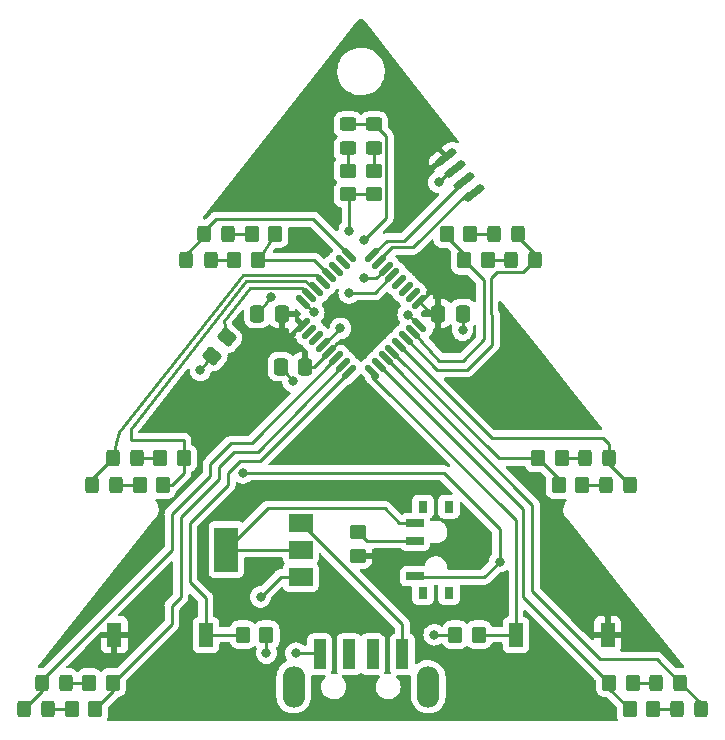
<source format=gbr>
%TF.GenerationSoftware,KiCad,Pcbnew,(6.0.7)*%
%TF.CreationDate,2022-09-10T12:27:54+10:00*%
%TF.ProjectId,Christmas_2022_PCB,43687269-7374-46d6-9173-5f323032325f,v01*%
%TF.SameCoordinates,Original*%
%TF.FileFunction,Copper,L1,Top*%
%TF.FilePolarity,Positive*%
%FSLAX46Y46*%
G04 Gerber Fmt 4.6, Leading zero omitted, Abs format (unit mm)*
G04 Created by KiCad (PCBNEW (6.0.7)) date 2022-09-10 12:27:54*
%MOMM*%
%LPD*%
G01*
G04 APERTURE LIST*
G04 Aperture macros list*
%AMRoundRect*
0 Rectangle with rounded corners*
0 $1 Rounding radius*
0 $2 $3 $4 $5 $6 $7 $8 $9 X,Y pos of 4 corners*
0 Add a 4 corners polygon primitive as box body*
4,1,4,$2,$3,$4,$5,$6,$7,$8,$9,$2,$3,0*
0 Add four circle primitives for the rounded corners*
1,1,$1+$1,$2,$3*
1,1,$1+$1,$4,$5*
1,1,$1+$1,$6,$7*
1,1,$1+$1,$8,$9*
0 Add four rect primitives between the rounded corners*
20,1,$1+$1,$2,$3,$4,$5,0*
20,1,$1+$1,$4,$5,$6,$7,0*
20,1,$1+$1,$6,$7,$8,$9,0*
20,1,$1+$1,$8,$9,$2,$3,0*%
G04 Aperture macros list end*
%TA.AperFunction,SMDPad,CuDef*%
%ADD10RoundRect,0.250000X0.325000X0.450000X-0.325000X0.450000X-0.325000X-0.450000X0.325000X-0.450000X0*%
%TD*%
%TA.AperFunction,SMDPad,CuDef*%
%ADD11RoundRect,0.250000X-0.450000X0.350000X-0.450000X-0.350000X0.450000X-0.350000X0.450000X0.350000X0*%
%TD*%
%TA.AperFunction,SMDPad,CuDef*%
%ADD12RoundRect,0.250000X-0.325000X-0.450000X0.325000X-0.450000X0.325000X0.450000X-0.325000X0.450000X0*%
%TD*%
%TA.AperFunction,SMDPad,CuDef*%
%ADD13RoundRect,0.250000X0.350000X0.450000X-0.350000X0.450000X-0.350000X-0.450000X0.350000X-0.450000X0*%
%TD*%
%TA.AperFunction,SMDPad,CuDef*%
%ADD14RoundRect,0.250000X-0.350000X-0.450000X0.350000X-0.450000X0.350000X0.450000X-0.350000X0.450000X0*%
%TD*%
%TA.AperFunction,SMDPad,CuDef*%
%ADD15R,1.500000X0.700000*%
%TD*%
%TA.AperFunction,SMDPad,CuDef*%
%ADD16R,0.800000X1.000000*%
%TD*%
%TA.AperFunction,SMDPad,CuDef*%
%ADD17R,1.250000X2.100000*%
%TD*%
%TA.AperFunction,SMDPad,CuDef*%
%ADD18R,1.250000X2.000000*%
%TD*%
%TA.AperFunction,SMDPad,CuDef*%
%ADD19R,2.000000X1.500000*%
%TD*%
%TA.AperFunction,SMDPad,CuDef*%
%ADD20R,2.000000X3.800000*%
%TD*%
%TA.AperFunction,ComponentPad*%
%ADD21O,1.900000X3.500000*%
%TD*%
%TA.AperFunction,SMDPad,CuDef*%
%ADD22R,1.100000X2.500000*%
%TD*%
%TA.AperFunction,SMDPad,CuDef*%
%ADD23RoundRect,0.250000X0.337500X0.475000X-0.337500X0.475000X-0.337500X-0.475000X0.337500X-0.475000X0*%
%TD*%
%TA.AperFunction,SMDPad,CuDef*%
%ADD24RoundRect,0.250000X-0.129454X0.555195X-0.569978X0.011193X0.129454X-0.555195X0.569978X-0.011193X0*%
%TD*%
%TA.AperFunction,SMDPad,CuDef*%
%ADD25RoundRect,0.125000X-0.353553X-0.530330X0.530330X0.353553X0.353553X0.530330X-0.530330X-0.353553X0*%
%TD*%
%TA.AperFunction,SMDPad,CuDef*%
%ADD26RoundRect,0.125000X0.353553X-0.530330X0.530330X-0.353553X-0.353553X0.530330X-0.530330X0.353553X0*%
%TD*%
%TA.AperFunction,SMDPad,CuDef*%
%ADD27RoundRect,0.250000X-0.450000X0.325000X-0.450000X-0.325000X0.450000X-0.325000X0.450000X0.325000X0*%
%TD*%
%TA.AperFunction,SMDPad,CuDef*%
%ADD28RoundRect,0.250000X0.450000X-0.350000X0.450000X0.350000X-0.450000X0.350000X-0.450000X-0.350000X0*%
%TD*%
%TA.AperFunction,SMDPad,CuDef*%
%ADD29RoundRect,0.162500X-0.550064X-0.635972X0.750154X0.379869X0.550064X0.635972X-0.750154X-0.379869X0*%
%TD*%
%TA.AperFunction,SMDPad,CuDef*%
%ADD30RoundRect,0.250000X0.450000X-0.325000X0.450000X0.325000X-0.450000X0.325000X-0.450000X-0.325000X0*%
%TD*%
%TA.AperFunction,SMDPad,CuDef*%
%ADD31RoundRect,0.250000X-0.337500X-0.475000X0.337500X-0.475000X0.337500X0.475000X-0.337500X0.475000X0*%
%TD*%
%TA.AperFunction,ViaPad*%
%ADD32C,0.800000*%
%TD*%
%TA.AperFunction,Conductor*%
%ADD33C,0.250000*%
%TD*%
G04 APERTURE END LIST*
D10*
%TO.P,D11,1,K*%
%TO.N,Net-(D11-Pad1)*%
X65025000Y-106250000D03*
%TO.P,D11,2,A*%
%TO.N,/LED12*%
X62975000Y-106250000D03*
%TD*%
D11*
%TO.P,R5,1*%
%TO.N,Net-(D1-Pad1)*%
X88900000Y-62900000D03*
%TO.P,R5,2*%
%TO.N,/LED1*%
X88900000Y-64900000D03*
%TD*%
D12*
%TO.P,D5,1,K*%
%TO.N,Net-(D5-Pad1)*%
X101225000Y-68250000D03*
%TO.P,D5,2,A*%
%TO.N,/LED6*%
X103275000Y-68250000D03*
%TD*%
D13*
%TO.P,R4,1*%
%TO.N,GND*%
X82000000Y-102200000D03*
%TO.P,R4,2*%
%TO.N,/SW_LEFT*%
X80000000Y-102200000D03*
%TD*%
%TO.P,R6,1*%
%TO.N,/LED3*%
X81250000Y-70500000D03*
%TO.P,R6,2*%
%TO.N,Net-(D4-Pad2)*%
X79250000Y-70500000D03*
%TD*%
%TO.P,R19,1*%
%TO.N,Net-(D13-Pad1)*%
X113000000Y-106250000D03*
%TO.P,R19,2*%
%TO.N,/LED13*%
X111000000Y-106250000D03*
%TD*%
D14*
%TO.P,R9,1*%
%TO.N,Net-(D3-Pad1)*%
X80750000Y-68250000D03*
%TO.P,R9,2*%
%TO.N,/LED3*%
X82750000Y-68250000D03*
%TD*%
D13*
%TO.P,R18,1*%
%TO.N,/LED11*%
X67500000Y-108500000D03*
%TO.P,R18,2*%
%TO.N,Net-(D12-Pad2)*%
X65500000Y-108500000D03*
%TD*%
D14*
%TO.P,R8,1*%
%TO.N,GND*%
X98000000Y-102200000D03*
%TO.P,R8,2*%
%TO.N,/SW_RIGHT*%
X100000000Y-102200000D03*
%TD*%
D15*
%TO.P,SW3,3,C*%
%TO.N,/VREG*%
X94595000Y-92750000D03*
%TO.P,SW3,2,B*%
%TO.N,Net-(R11-Pad1)*%
X94595000Y-94250000D03*
%TO.P,SW3,1,A*%
%TO.N,/VBATT*%
X94595000Y-97250000D03*
D16*
%TO.P,SW3,*%
%TO.N,*%
X97455000Y-98650000D03*
X95245000Y-91350000D03*
X97455000Y-91350000D03*
X95245000Y-98650000D03*
%TD*%
D11*
%TO.P,R11,1*%
%TO.N,Net-(R11-Pad1)*%
X89750000Y-93500000D03*
%TO.P,R11,2*%
%TO.N,+3V3*%
X89750000Y-95500000D03*
%TD*%
D10*
%TO.P,D3,1,K*%
%TO.N,Net-(D3-Pad1)*%
X78775000Y-68250000D03*
%TO.P,D3,2,A*%
%TO.N,/LED4*%
X76725000Y-68250000D03*
%TD*%
D12*
%TO.P,D4,1,K*%
%TO.N,/LED4*%
X75225000Y-70500000D03*
%TO.P,D4,2,A*%
%TO.N,Net-(D4-Pad2)*%
X77275000Y-70500000D03*
%TD*%
D17*
%TO.P,SW1,1,1*%
%TO.N,+3V3*%
X69125000Y-102200000D03*
D18*
%TO.P,SW1,2,2*%
%TO.N,/SW_LEFT*%
X76875000Y-102200000D03*
%TD*%
D19*
%TO.P,U2,1,GND*%
%TO.N,GND*%
X84900000Y-97300000D03*
%TO.P,U2,2,VO*%
%TO.N,/VREG*%
X84900000Y-95000000D03*
D20*
X78600000Y-95000000D03*
D19*
%TO.P,U2,3,VI*%
%TO.N,Net-(J1-Pad1)*%
X84900000Y-92700000D03*
%TD*%
D13*
%TO.P,R14,1*%
%TO.N,/LED7*%
X73250000Y-89500000D03*
%TO.P,R14,2*%
%TO.N,Net-(D8-Pad2)*%
X71250000Y-89500000D03*
%TD*%
D21*
%TO.P,J1,5,Shield*%
%TO.N,GND*%
X84300000Y-106600000D03*
X95700000Y-106600000D03*
D22*
%TO.P,J1,4,GND*%
X86500000Y-103850000D03*
%TO.P,J1,3,D+*%
%TO.N,unconnected-(J1-Pad3)*%
X89000000Y-103850000D03*
%TO.P,J1,2,D-*%
%TO.N,unconnected-(J1-Pad2)*%
X91000000Y-103850000D03*
%TO.P,J1,1,VBUS*%
%TO.N,Net-(J1-Pad1)*%
X93500000Y-103850000D03*
%TD*%
D23*
%TO.P,C3,1*%
%TO.N,+3V3*%
X83287500Y-75000000D03*
%TO.P,C3,2*%
%TO.N,GND*%
X81212500Y-75000000D03*
%TD*%
D12*
%TO.P,D8,1,K*%
%TO.N,/LED8*%
X67225000Y-89500000D03*
%TO.P,D8,2,A*%
%TO.N,Net-(D8-Pad2)*%
X69275000Y-89500000D03*
%TD*%
%TO.P,D9,1,K*%
%TO.N,Net-(D9-Pad1)*%
X108975000Y-87250000D03*
%TO.P,D9,2,A*%
%TO.N,/LED10*%
X111025000Y-87250000D03*
%TD*%
D10*
%TO.P,D6,1,K*%
%TO.N,/LED6*%
X104775000Y-70500000D03*
%TO.P,D6,2,A*%
%TO.N,Net-(D6-Pad2)*%
X102725000Y-70500000D03*
%TD*%
D13*
%TO.P,R15,1*%
%TO.N,Net-(D9-Pad1)*%
X107000000Y-87250000D03*
%TO.P,R15,2*%
%TO.N,/LED9*%
X105000000Y-87250000D03*
%TD*%
D17*
%TO.P,SW2,1,1*%
%TO.N,+3V3*%
X110875000Y-102200000D03*
D18*
%TO.P,SW2,2,2*%
%TO.N,/SW_RIGHT*%
X103125000Y-102200000D03*
%TD*%
D24*
%TO.P,R1,1*%
%TO.N,Net-(R1-Pad1)*%
X78629320Y-77022854D03*
%TO.P,R1,2*%
%TO.N,GND*%
X77370680Y-78577146D03*
%TD*%
D14*
%TO.P,R16,1*%
%TO.N,/LED9*%
X106750000Y-89500000D03*
%TO.P,R16,2*%
%TO.N,Net-(D10-Pad2)*%
X108750000Y-89500000D03*
%TD*%
%TO.P,R20,1*%
%TO.N,/LED13*%
X112750000Y-108500000D03*
%TO.P,R20,2*%
%TO.N,Net-(D14-Pad2)*%
X114750000Y-108500000D03*
%TD*%
D12*
%TO.P,D12,1,K*%
%TO.N,/LED12*%
X61475000Y-108500000D03*
%TO.P,D12,2,A*%
%TO.N,Net-(D12-Pad2)*%
X63525000Y-108500000D03*
%TD*%
D25*
%TO.P,U1,1,VDD*%
%TO.N,+3V3*%
X85067930Y-75972272D03*
%TO.P,U1,2,PF0*%
%TO.N,unconnected-(U1-Pad2)*%
X85633616Y-76537957D03*
%TO.P,U1,3,PF1*%
%TO.N,unconnected-(U1-Pad3)*%
X86199301Y-77103643D03*
%TO.P,U1,4,NRST*%
%TO.N,/NRST*%
X86764986Y-77669328D03*
%TO.P,U1,5,VDDA*%
%TO.N,+3V3*%
X87330672Y-78235014D03*
%TO.P,U1,6,PA0*%
%TO.N,/LED12*%
X87896357Y-78800699D03*
%TO.P,U1,7,PA1*%
%TO.N,/LED11*%
X88462043Y-79366384D03*
%TO.P,U1,8,PA2*%
%TO.N,/SW_LEFT*%
X89027728Y-79932070D03*
D26*
%TO.P,U1,9,PA3*%
%TO.N,/SW_RIGHT*%
X90972272Y-79932070D03*
%TO.P,U1,10,PA4*%
%TO.N,/LED13*%
X91537957Y-79366384D03*
%TO.P,U1,11,PA5*%
%TO.N,/LED14*%
X92103643Y-78800699D03*
%TO.P,U1,12,PA6*%
%TO.N,/LED9*%
X92669328Y-78235014D03*
%TO.P,U1,13,PA7*%
%TO.N,/LED10*%
X93235014Y-77669328D03*
%TO.P,U1,14,PB0*%
%TO.N,/LED6*%
X93800699Y-77103643D03*
%TO.P,U1,15,PB1*%
%TO.N,/LED5*%
X94366384Y-76537957D03*
%TO.P,U1,16,VSS*%
%TO.N,GND*%
X94932070Y-75972272D03*
D25*
%TO.P,U1,17,VDD*%
%TO.N,+3V3*%
X94932070Y-74027728D03*
%TO.P,U1,18,PA8*%
%TO.N,unconnected-(U1-Pad18)*%
X94366384Y-73462043D03*
%TO.P,U1,19,PA9*%
%TO.N,unconnected-(U1-Pad19)*%
X93800699Y-72896357D03*
%TO.P,U1,20,PA10*%
%TO.N,unconnected-(U1-Pad20)*%
X93235014Y-72330672D03*
%TO.P,U1,21,PA11*%
%TO.N,/LED1*%
X92669328Y-71764986D03*
%TO.P,U1,22,PA12*%
%TO.N,/LED2*%
X92103643Y-71199301D03*
%TO.P,U1,23,PA13*%
%TO.N,/SWDIO*%
X91537957Y-70633616D03*
%TO.P,U1,24,PA14*%
%TO.N,/SWCLK*%
X90972272Y-70067930D03*
D26*
%TO.P,U1,25,PA15*%
%TO.N,/LED4*%
X89027728Y-70067930D03*
%TO.P,U1,26,PB3*%
%TO.N,/SPI_SCK*%
X88462043Y-70633616D03*
%TO.P,U1,27,PB4*%
%TO.N,/SPI_MISO*%
X87896357Y-71199301D03*
%TO.P,U1,28,PB5*%
%TO.N,/LED3*%
X87330672Y-71764986D03*
%TO.P,U1,29,PB6*%
%TO.N,/LED8*%
X86764986Y-72330672D03*
%TO.P,U1,30,PB7*%
%TO.N,/LED7*%
X86199301Y-72896357D03*
%TO.P,U1,31,BOOT0*%
%TO.N,Net-(R1-Pad1)*%
X85633616Y-73462043D03*
%TO.P,U1,32,VSS*%
%TO.N,GND*%
X85067930Y-74027728D03*
%TD*%
D14*
%TO.P,R12,1*%
%TO.N,/LED5*%
X98750000Y-70500000D03*
%TO.P,R12,2*%
%TO.N,Net-(D6-Pad2)*%
X100750000Y-70500000D03*
%TD*%
%TO.P,R17,1*%
%TO.N,Net-(D11-Pad1)*%
X67000000Y-106250000D03*
%TO.P,R17,2*%
%TO.N,/LED11*%
X69000000Y-106250000D03*
%TD*%
D27*
%TO.P,D2,1,K*%
%TO.N,/LED2*%
X91100000Y-58975000D03*
%TO.P,D2,2,A*%
%TO.N,Net-(D2-Pad2)*%
X91100000Y-61025000D03*
%TD*%
D10*
%TO.P,D14,1,K*%
%TO.N,/LED14*%
X118775000Y-108500000D03*
%TO.P,D14,2,A*%
%TO.N,Net-(D14-Pad2)*%
X116725000Y-108500000D03*
%TD*%
D28*
%TO.P,R7,1*%
%TO.N,/LED1*%
X91100000Y-64900000D03*
%TO.P,R7,2*%
%TO.N,Net-(D2-Pad2)*%
X91100000Y-62900000D03*
%TD*%
D23*
%TO.P,C1,1*%
%TO.N,+3V3*%
X85287500Y-79500000D03*
%TO.P,C1,2*%
%TO.N,GND*%
X83212500Y-79500000D03*
%TD*%
D29*
%TO.P,J2,1*%
%TO.N,+3V3*%
X97200000Y-61760406D03*
%TO.P,J2,2*%
%TO.N,GND*%
X97981890Y-62761179D03*
%TO.P,J2,3*%
%TO.N,/SWCLK*%
X98763780Y-63761953D03*
%TO.P,J2,4*%
%TO.N,/SWDIO*%
X99545670Y-64762727D03*
%TD*%
D12*
%TO.P,D13,1,K*%
%TO.N,Net-(D13-Pad1)*%
X114975000Y-106250000D03*
%TO.P,D13,2,A*%
%TO.N,/LED14*%
X117025000Y-106250000D03*
%TD*%
D30*
%TO.P,D1,1,K*%
%TO.N,Net-(D1-Pad1)*%
X88900000Y-61025000D03*
%TO.P,D1,2,A*%
%TO.N,/LED2*%
X88900000Y-58975000D03*
%TD*%
D14*
%TO.P,R13,1*%
%TO.N,Net-(D7-Pad1)*%
X73000000Y-87250000D03*
%TO.P,R13,2*%
%TO.N,/LED7*%
X75000000Y-87250000D03*
%TD*%
D31*
%TO.P,C2,1*%
%TO.N,+3V3*%
X96562500Y-75000000D03*
%TO.P,C2,2*%
%TO.N,GND*%
X98637500Y-75000000D03*
%TD*%
D10*
%TO.P,D10,1,K*%
%TO.N,/LED10*%
X112775000Y-89500000D03*
%TO.P,D10,2,A*%
%TO.N,Net-(D10-Pad2)*%
X110725000Y-89500000D03*
%TD*%
%TO.P,D7,1,K*%
%TO.N,Net-(D7-Pad1)*%
X71025000Y-87250000D03*
%TO.P,D7,2,A*%
%TO.N,/LED8*%
X68975000Y-87250000D03*
%TD*%
D13*
%TO.P,R10,1*%
%TO.N,Net-(D5-Pad1)*%
X99250000Y-68250000D03*
%TO.P,R10,2*%
%TO.N,/LED5*%
X97250000Y-68250000D03*
%TD*%
D32*
%TO.N,+3V3*%
X92400000Y-74200000D03*
X95200000Y-71600000D03*
X98800000Y-81200000D03*
%TO.N,GND*%
X98600000Y-76400000D03*
%TO.N,+3V3*%
X102400000Y-75800000D03*
X97600000Y-72000000D03*
%TO.N,GND*%
X82400000Y-73600000D03*
X76400000Y-79800000D03*
X84250000Y-80750000D03*
%TO.N,+3V3*%
X103375000Y-80875000D03*
X73500000Y-97250000D03*
X71500000Y-95750000D03*
%TO.N,/VBATT*%
X101750000Y-96000000D03*
X80000000Y-88500000D03*
%TO.N,GND*%
X96600000Y-63900000D03*
X81500000Y-99000000D03*
X94000000Y-75100000D03*
X96200000Y-102200000D03*
X82000000Y-103750000D03*
X86000000Y-74900000D03*
X84500000Y-103750000D03*
%TO.N,+3V3*%
X94500000Y-65500000D03*
X90000000Y-78000000D03*
X90000000Y-81500000D03*
X92000000Y-102000000D03*
X85000000Y-68250000D03*
X105250000Y-103250000D03*
X104750000Y-89250000D03*
X95000000Y-101000000D03*
X95750000Y-70250000D03*
X71500000Y-101500000D03*
X74000000Y-104000000D03*
X85000000Y-65500000D03*
X108500000Y-99500000D03*
%TO.N,/NRST*%
X88250000Y-76250000D03*
%TO.N,/LED1*%
X89000000Y-68000000D03*
X89000000Y-73250000D03*
%TO.N,/LED2*%
X90250000Y-72000000D03*
X90250000Y-68750000D03*
%TD*%
D33*
%TO.N,/LED5*%
X100400000Y-72200000D02*
X98750000Y-70500000D01*
X100400000Y-77200000D02*
X100400000Y-72200000D01*
X98600000Y-79000000D02*
X100400000Y-77200000D01*
X96600000Y-79000000D02*
X98600000Y-79000000D01*
X94366384Y-76537957D02*
X96600000Y-79000000D01*
%TO.N,GND*%
X98637500Y-75000000D02*
X98600000Y-76400000D01*
%TO.N,+3V3*%
X94932070Y-74027728D02*
X95800000Y-74800000D01*
X95800000Y-74800000D02*
X96562500Y-75000000D01*
%TO.N,GND*%
X81212500Y-75000000D02*
X82400000Y-73600000D01*
%TO.N,Net-(R1-Pad1)*%
X78400000Y-75600000D02*
X78629320Y-77022854D01*
X80600000Y-72800000D02*
X78400000Y-75600000D01*
X85000000Y-72800000D02*
X80600000Y-72800000D01*
X85633616Y-73462043D02*
X85000000Y-72800000D01*
%TO.N,GND*%
X77370680Y-78577146D02*
X76400000Y-79800000D01*
%TO.N,/LED3*%
X81250000Y-70500000D02*
X82750000Y-68250000D01*
%TO.N,GND*%
X83212500Y-79500000D02*
X84250000Y-80750000D01*
%TO.N,/LED7*%
X70500000Y-85750000D02*
X75000000Y-85750000D01*
X70500000Y-84750000D02*
X70500000Y-85750000D01*
X80250000Y-72250000D02*
X70500000Y-84750000D01*
X75000000Y-85750000D02*
X75000000Y-87250000D01*
X85250000Y-72250000D02*
X80250000Y-72250000D01*
X86199301Y-72896357D02*
X85250000Y-72250000D01*
%TO.N,/LED8*%
X69250000Y-86000000D02*
X68975000Y-87250000D01*
X80000000Y-71750000D02*
X69500000Y-85000000D01*
X86250000Y-71750000D02*
X80000000Y-71750000D01*
X69500000Y-85000000D02*
X69250000Y-86000000D01*
X86764986Y-72330672D02*
X86250000Y-71750000D01*
%TO.N,GND*%
X86000000Y-74900000D02*
X85067930Y-74027728D01*
%TO.N,+3V3*%
X85287500Y-79500000D02*
X86000000Y-79500000D01*
X86000000Y-79500000D02*
X87330672Y-78235014D01*
%TO.N,/LED12*%
X62975000Y-106025000D02*
X62975000Y-106250000D01*
X74000000Y-92000000D02*
X74000000Y-95000000D01*
X77250000Y-87750000D02*
X77250000Y-88750000D01*
X77250000Y-88750000D02*
X74000000Y-92000000D01*
X80750000Y-86000000D02*
X79000000Y-86000000D01*
X79000000Y-86000000D02*
X77250000Y-87750000D01*
X87896357Y-78800699D02*
X80750000Y-86000000D01*
X74000000Y-95000000D02*
X62975000Y-106025000D01*
%TO.N,/LED11*%
X74000000Y-99750000D02*
X74000000Y-101250000D01*
X74750000Y-99000000D02*
X74000000Y-99750000D01*
X74750000Y-92250000D02*
X74750000Y-99000000D01*
X79250000Y-86750000D02*
X78000000Y-88000000D01*
X78000000Y-88000000D02*
X78000000Y-89000000D01*
X74000000Y-101250000D02*
X69000000Y-106250000D01*
X81250000Y-86750000D02*
X79250000Y-86750000D01*
X78000000Y-89000000D02*
X74750000Y-92250000D01*
X88462043Y-79366384D02*
X81250000Y-86750000D01*
%TO.N,+3V3*%
X89000000Y-77500000D02*
X90000000Y-78000000D01*
X88000000Y-77500000D02*
X89000000Y-77500000D01*
X87330672Y-78235014D02*
X88000000Y-77500000D01*
%TO.N,/VBATT*%
X100424999Y-97325001D02*
X94670001Y-97325001D01*
X101750000Y-93250000D02*
X101750000Y-96000000D01*
X101750000Y-96000000D02*
X100424999Y-97325001D01*
X94670001Y-97325001D02*
X94595000Y-97250000D01*
X80000000Y-88500000D02*
X97000000Y-88500000D01*
X97000000Y-88500000D02*
X101750000Y-93250000D01*
%TO.N,GND*%
X82000000Y-102200000D02*
X82000000Y-103750000D01*
X94932070Y-75972272D02*
X94872272Y-75972272D01*
X97738821Y-62761179D02*
X96600000Y-63900000D01*
X98000000Y-102200000D02*
X96200000Y-102200000D01*
X84900000Y-97300000D02*
X83200000Y-97300000D01*
X94872272Y-75972272D02*
X94000000Y-75100000D01*
X86500000Y-104250000D02*
X86000000Y-103750000D01*
X97981890Y-62761179D02*
X97738821Y-62761179D01*
X83200000Y-97300000D02*
X81500000Y-99000000D01*
X86000000Y-103750000D02*
X84500000Y-103750000D01*
%TO.N,Net-(D4-Pad2)*%
X77275000Y-70500000D02*
X79250000Y-70500000D01*
%TO.N,Net-(J1-Pad1)*%
X84900000Y-92700000D02*
X93500000Y-101300000D01*
X93500000Y-101300000D02*
X93500000Y-104350000D01*
%TO.N,/NRST*%
X86830672Y-77669328D02*
X88250000Y-76250000D01*
X86764986Y-77669328D02*
X86830672Y-77669328D01*
%TO.N,/SWDIO*%
X92600000Y-69400000D02*
X94400000Y-69400000D01*
X99037273Y-64762727D02*
X99545670Y-64762727D01*
X94400000Y-69400000D02*
X99037273Y-64762727D01*
X91537957Y-70633616D02*
X91537957Y-70462043D01*
X91537957Y-70462043D02*
X92600000Y-69400000D01*
%TO.N,/SWCLK*%
X92189722Y-68850480D02*
X93675253Y-68850480D01*
X90972272Y-70067930D02*
X92189722Y-68850480D01*
X93675253Y-68850480D02*
X98763780Y-63761953D01*
%TO.N,/VREG*%
X78600000Y-95000000D02*
X82100000Y-91500000D01*
X82100000Y-91500000D02*
X92000000Y-91500000D01*
X93250000Y-92750000D02*
X94595000Y-92750000D01*
X78600000Y-95000000D02*
X84900000Y-95000000D01*
X92000000Y-91500000D02*
X93250000Y-92750000D01*
%TO.N,Net-(D6-Pad2)*%
X102725000Y-70500000D02*
X100750000Y-70500000D01*
%TO.N,Net-(R11-Pad1)*%
X90500000Y-94250000D02*
X94595000Y-94250000D01*
X89750000Y-93500000D02*
X90500000Y-94250000D01*
%TO.N,Net-(D13-Pad1)*%
X114975000Y-106250000D02*
X113000000Y-106250000D01*
%TO.N,Net-(D14-Pad2)*%
X114750000Y-108500000D02*
X116725000Y-108500000D01*
%TO.N,Net-(D1-Pad1)*%
X88900000Y-61025000D02*
X88900000Y-62900000D01*
%TO.N,Net-(D5-Pad1)*%
X101225000Y-68250000D02*
X99250000Y-68250000D01*
%TO.N,Net-(D7-Pad1)*%
X73000000Y-87250000D02*
X71025000Y-87250000D01*
%TO.N,Net-(D8-Pad2)*%
X69275000Y-89500000D02*
X71250000Y-89500000D01*
%TO.N,Net-(D9-Pad1)*%
X107000000Y-87250000D02*
X108975000Y-87250000D01*
%TO.N,Net-(D10-Pad2)*%
X108750000Y-89500000D02*
X110725000Y-89500000D01*
%TO.N,Net-(D11-Pad1)*%
X65025000Y-106250000D02*
X67000000Y-106250000D01*
%TO.N,Net-(D12-Pad2)*%
X63525000Y-108500000D02*
X65500000Y-108500000D01*
%TO.N,/LED11*%
X67500000Y-108500000D02*
X69000000Y-107000000D01*
X69000000Y-107000000D02*
X69000000Y-106250000D01*
%TO.N,Net-(D2-Pad2)*%
X91100000Y-61025000D02*
X91100000Y-62900000D01*
%TO.N,Net-(D3-Pad1)*%
X78775000Y-68250000D02*
X80750000Y-68250000D01*
%TO.N,/LED13*%
X111000000Y-106750000D02*
X111000000Y-106250000D01*
X111000000Y-106250000D02*
X103750000Y-99000000D01*
X103750000Y-99000000D02*
X103750000Y-91578427D01*
X103750000Y-91578427D02*
X91537957Y-79366384D01*
X112750000Y-108500000D02*
X111000000Y-106750000D01*
%TO.N,/LED3*%
X81250000Y-70500000D02*
X86065686Y-70500000D01*
X86065686Y-70500000D02*
X87330672Y-71764986D01*
%TO.N,/LED1*%
X89000000Y-68000000D02*
X89000000Y-65000000D01*
X91184314Y-73250000D02*
X92669328Y-71764986D01*
X89000000Y-73250000D02*
X91184314Y-73250000D01*
X88900000Y-64900000D02*
X91100000Y-64900000D01*
X89000000Y-65000000D02*
X88900000Y-64900000D01*
%TO.N,/SW_RIGHT*%
X103125000Y-102200000D02*
X103125000Y-92495000D01*
X103125000Y-92495000D02*
X90972272Y-80342272D01*
X90972272Y-80342272D02*
X90972272Y-79932070D01*
X100000000Y-102200000D02*
X103125000Y-102200000D01*
%TO.N,/LED5*%
X98750000Y-70000000D02*
X98750000Y-70500000D01*
X97250000Y-68500000D02*
X98750000Y-70000000D01*
%TO.N,/LED7*%
X74000000Y-89500000D02*
X75000000Y-88500000D01*
X73250000Y-89500000D02*
X74000000Y-89500000D01*
X75000000Y-88500000D02*
X75000000Y-87250000D01*
%TO.N,/LED9*%
X101684314Y-87250000D02*
X92669328Y-78235014D01*
X106750000Y-89000000D02*
X105000000Y-87250000D01*
X105000000Y-87250000D02*
X101684314Y-87250000D01*
X106750000Y-89500000D02*
X106750000Y-89000000D01*
%TO.N,/SW_LEFT*%
X78750000Y-88500000D02*
X79750000Y-87500000D01*
X75500000Y-97750000D02*
X75500000Y-92750000D01*
X76875000Y-102200000D02*
X76875000Y-99125000D01*
X76875000Y-99125000D02*
X75500000Y-97750000D01*
X79750000Y-87500000D02*
X81459798Y-87500000D01*
X78750000Y-89500000D02*
X78750000Y-88500000D01*
X81459798Y-87500000D02*
X89027728Y-79932070D01*
X76875000Y-102200000D02*
X80000000Y-102200000D01*
X75500000Y-92750000D02*
X78750000Y-89500000D01*
%TO.N,/LED12*%
X62975000Y-107000000D02*
X62975000Y-106250000D01*
X61475000Y-108500000D02*
X62975000Y-107000000D01*
%TO.N,/LED14*%
X104500000Y-91197056D02*
X92103643Y-78800699D01*
X118775000Y-108500000D02*
X118775000Y-108000000D01*
X110250000Y-104250000D02*
X104500000Y-98500000D01*
X104500000Y-98500000D02*
X104500000Y-91197056D01*
X118775000Y-108000000D02*
X117025000Y-106250000D01*
X115025000Y-104250000D02*
X110250000Y-104250000D01*
X117025000Y-106250000D02*
X115025000Y-104250000D01*
%TO.N,/LED10*%
X111025000Y-86025000D02*
X110500000Y-85500000D01*
X111025000Y-87250000D02*
X111025000Y-86025000D01*
X111025000Y-87250000D02*
X111025000Y-87750000D01*
X101065686Y-85500000D02*
X93235014Y-77669328D01*
X110500000Y-85500000D02*
X101065686Y-85500000D01*
X111025000Y-87750000D02*
X112775000Y-89500000D01*
%TO.N,/LED6*%
X101525000Y-71525000D02*
X101500000Y-71500000D01*
X101125000Y-77625000D02*
X99000000Y-79750000D01*
X101000000Y-72000000D02*
X101000000Y-75000000D01*
X104775000Y-70000000D02*
X104775000Y-70500000D01*
X96447056Y-79750000D02*
X93800699Y-77103643D01*
X101500000Y-71500000D02*
X101000000Y-72000000D01*
X99000000Y-79750000D02*
X96447056Y-79750000D01*
X103750000Y-71525000D02*
X101525000Y-71525000D01*
X104775000Y-70500000D02*
X103750000Y-71525000D01*
X101000000Y-75000000D02*
X101125000Y-75125000D01*
X101125000Y-75125000D02*
X101125000Y-77625000D01*
X103275000Y-68500000D02*
X104775000Y-70000000D01*
%TO.N,/LED2*%
X90250000Y-68750000D02*
X92125000Y-66875000D01*
X92125000Y-66875000D02*
X92125000Y-60000000D01*
X91302944Y-72000000D02*
X92103643Y-71199301D01*
X92125000Y-60000000D02*
X91100000Y-58975000D01*
X88900000Y-58975000D02*
X91100000Y-58975000D01*
X90250000Y-72000000D02*
X91302944Y-72000000D01*
%TO.N,/LED4*%
X77750000Y-67000000D02*
X85959798Y-67000000D01*
X76725000Y-68500000D02*
X75225000Y-70000000D01*
X75225000Y-70000000D02*
X75225000Y-70500000D01*
X76725000Y-68025000D02*
X77750000Y-67000000D01*
X76725000Y-68500000D02*
X76725000Y-68025000D01*
X85959798Y-67000000D02*
X89027728Y-70067930D01*
%TO.N,/LED8*%
X67225000Y-89500000D02*
X67250000Y-89000000D01*
X67250000Y-89000000D02*
X68975000Y-87250000D01*
%TD*%
%TA.AperFunction,Conductor*%
%TO.N,+3V3*%
G36*
X96753527Y-89153502D02*
G01*
X96774501Y-89170405D01*
X97730501Y-90126405D01*
X97764527Y-90188717D01*
X97759462Y-90259532D01*
X97716915Y-90316368D01*
X97650395Y-90341179D01*
X97641406Y-90341500D01*
X97006866Y-90341500D01*
X96944684Y-90348255D01*
X96808295Y-90399385D01*
X96691739Y-90486739D01*
X96604385Y-90603295D01*
X96553255Y-90739684D01*
X96546500Y-90801866D01*
X96546500Y-91898134D01*
X96553255Y-91960316D01*
X96604385Y-92096705D01*
X96691739Y-92213261D01*
X96808295Y-92300615D01*
X96944684Y-92351745D01*
X97006866Y-92358500D01*
X97903134Y-92358500D01*
X97965316Y-92351745D01*
X98101705Y-92300615D01*
X98218261Y-92213261D01*
X98305615Y-92096705D01*
X98356745Y-91960316D01*
X98363500Y-91898134D01*
X98363500Y-91063594D01*
X98383502Y-90995473D01*
X98437158Y-90948980D01*
X98507432Y-90938876D01*
X98572012Y-90968370D01*
X98578595Y-90974499D01*
X101079595Y-93475499D01*
X101113621Y-93537811D01*
X101116500Y-93564594D01*
X101116500Y-95297476D01*
X101096498Y-95365597D01*
X101084142Y-95381779D01*
X101010960Y-95463056D01*
X100915473Y-95628444D01*
X100856458Y-95810072D01*
X100855768Y-95816633D01*
X100855768Y-95816635D01*
X100839093Y-95975292D01*
X100812080Y-96040949D01*
X100802878Y-96051217D01*
X100199499Y-96654596D01*
X100137187Y-96688622D01*
X100110404Y-96691501D01*
X97437566Y-96691501D01*
X97369445Y-96671499D01*
X97322952Y-96617843D01*
X97311739Y-96558906D01*
X97312770Y-96539246D01*
X97317293Y-96452936D01*
X97288175Y-96260401D01*
X97285972Y-96254415D01*
X97285971Y-96254409D01*
X97223140Y-96083640D01*
X97223138Y-96083635D01*
X97220937Y-96077654D01*
X97151422Y-95965538D01*
X97121688Y-95917582D01*
X97121687Y-95917581D01*
X97118326Y-95912160D01*
X96984534Y-95770678D01*
X96960716Y-95754000D01*
X96830259Y-95662654D01*
X96825025Y-95658989D01*
X96766123Y-95633500D01*
X96652175Y-95584190D01*
X96652171Y-95584189D01*
X96646316Y-95581655D01*
X96640069Y-95580350D01*
X96640066Y-95580349D01*
X96460443Y-95542824D01*
X96460438Y-95542823D01*
X96455707Y-95541835D01*
X96449315Y-95541500D01*
X96306337Y-95541500D01*
X96237049Y-95548538D01*
X96167622Y-95555590D01*
X96167621Y-95555590D01*
X96161273Y-95556235D01*
X96104939Y-95573889D01*
X95981549Y-95612556D01*
X95981544Y-95612558D01*
X95975459Y-95614465D01*
X95920579Y-95644886D01*
X95810729Y-95705777D01*
X95810726Y-95705779D01*
X95805150Y-95708870D01*
X95800309Y-95713019D01*
X95800305Y-95713022D01*
X95679418Y-95816635D01*
X95657302Y-95835591D01*
X95537954Y-95989453D01*
X95535138Y-95995176D01*
X95535136Y-95995179D01*
X95491631Y-96083594D01*
X95451982Y-96164171D01*
X95450373Y-96170347D01*
X95450371Y-96170353D01*
X95417315Y-96297260D01*
X95380788Y-96358140D01*
X95317146Y-96389606D01*
X95295384Y-96391500D01*
X93796866Y-96391500D01*
X93734684Y-96398255D01*
X93598295Y-96449385D01*
X93481739Y-96536739D01*
X93394385Y-96653295D01*
X93343255Y-96789684D01*
X93336500Y-96851866D01*
X93336500Y-97648134D01*
X93343255Y-97710316D01*
X93394385Y-97846705D01*
X93481739Y-97963261D01*
X93598295Y-98050615D01*
X93734684Y-98101745D01*
X93796866Y-98108500D01*
X94210500Y-98108500D01*
X94278621Y-98128502D01*
X94325114Y-98182158D01*
X94336500Y-98234500D01*
X94336500Y-99198134D01*
X94343255Y-99260316D01*
X94394385Y-99396705D01*
X94481739Y-99513261D01*
X94598295Y-99600615D01*
X94734684Y-99651745D01*
X94796866Y-99658500D01*
X95693134Y-99658500D01*
X95755316Y-99651745D01*
X95891705Y-99600615D01*
X96008261Y-99513261D01*
X96095615Y-99396705D01*
X96146745Y-99260316D01*
X96153500Y-99198134D01*
X96153500Y-98101866D01*
X96153091Y-98098103D01*
X96153107Y-98098017D01*
X96152947Y-98095072D01*
X96153641Y-98095034D01*
X96165622Y-98028222D01*
X96213945Y-97976208D01*
X96278355Y-97958501D01*
X96421645Y-97958501D01*
X96489766Y-97978503D01*
X96536259Y-98032159D01*
X96546414Y-98095037D01*
X96547053Y-98095072D01*
X96546894Y-98098010D01*
X96546909Y-98098103D01*
X96546500Y-98101866D01*
X96546500Y-99198134D01*
X96553255Y-99260316D01*
X96604385Y-99396705D01*
X96691739Y-99513261D01*
X96808295Y-99600615D01*
X96944684Y-99651745D01*
X97006866Y-99658500D01*
X97903134Y-99658500D01*
X97965316Y-99651745D01*
X98101705Y-99600615D01*
X98218261Y-99513261D01*
X98305615Y-99396705D01*
X98356745Y-99260316D01*
X98363500Y-99198134D01*
X98363500Y-98101866D01*
X98363091Y-98098103D01*
X98363107Y-98098017D01*
X98362947Y-98095072D01*
X98363641Y-98095034D01*
X98375622Y-98028222D01*
X98423945Y-97976208D01*
X98488355Y-97958501D01*
X100346232Y-97958501D01*
X100357415Y-97959028D01*
X100364908Y-97960703D01*
X100372834Y-97960454D01*
X100372835Y-97960454D01*
X100432985Y-97958563D01*
X100436944Y-97958501D01*
X100464855Y-97958501D01*
X100468790Y-97958004D01*
X100468855Y-97957996D01*
X100480692Y-97957063D01*
X100512950Y-97956049D01*
X100516969Y-97955923D01*
X100524888Y-97955674D01*
X100544342Y-97950022D01*
X100563699Y-97946014D01*
X100575929Y-97944469D01*
X100575930Y-97944469D01*
X100583796Y-97943475D01*
X100591167Y-97940556D01*
X100591169Y-97940556D01*
X100624911Y-97927197D01*
X100636141Y-97923352D01*
X100670982Y-97913230D01*
X100670983Y-97913230D01*
X100678592Y-97911019D01*
X100685411Y-97906986D01*
X100685416Y-97906984D01*
X100696027Y-97900708D01*
X100713775Y-97892013D01*
X100732616Y-97884553D01*
X100768386Y-97858565D01*
X100778306Y-97852049D01*
X100809534Y-97833581D01*
X100809537Y-97833579D01*
X100816361Y-97829543D01*
X100830682Y-97815222D01*
X100845716Y-97802381D01*
X100855693Y-97795132D01*
X100862106Y-97790473D01*
X100890297Y-97756396D01*
X100898287Y-97747617D01*
X101700499Y-96945405D01*
X101762811Y-96911379D01*
X101789594Y-96908500D01*
X101845487Y-96908500D01*
X101851939Y-96907128D01*
X101851944Y-96907128D01*
X101938888Y-96888647D01*
X102032288Y-96868794D01*
X102038319Y-96866109D01*
X102200722Y-96793803D01*
X102200724Y-96793802D01*
X102206752Y-96791118D01*
X102291439Y-96729589D01*
X102358307Y-96705731D01*
X102427458Y-96721811D01*
X102476938Y-96772725D01*
X102491500Y-96831525D01*
X102491500Y-100575507D01*
X102471498Y-100643628D01*
X102417842Y-100690121D01*
X102396237Y-100697543D01*
X102389684Y-100698255D01*
X102382289Y-100701027D01*
X102382286Y-100701028D01*
X102267978Y-100743880D01*
X102253295Y-100749385D01*
X102136739Y-100836739D01*
X102049385Y-100953295D01*
X101998255Y-101089684D01*
X101991500Y-101151866D01*
X101991500Y-101440500D01*
X101971498Y-101508621D01*
X101917842Y-101555114D01*
X101865500Y-101566500D01*
X101179197Y-101566500D01*
X101111076Y-101546498D01*
X101064583Y-101492842D01*
X101059674Y-101480377D01*
X101043867Y-101432998D01*
X101043866Y-101432996D01*
X101041550Y-101426054D01*
X101012289Y-101378768D01*
X100952332Y-101281880D01*
X100948478Y-101275652D01*
X100823303Y-101150695D01*
X100795945Y-101133831D01*
X100678968Y-101061725D01*
X100678966Y-101061724D01*
X100672738Y-101057885D01*
X100559820Y-101020432D01*
X100511389Y-101004368D01*
X100511387Y-101004368D01*
X100504861Y-101002203D01*
X100498025Y-101001503D01*
X100498022Y-101001502D01*
X100454969Y-100997091D01*
X100400400Y-100991500D01*
X99599600Y-100991500D01*
X99596354Y-100991837D01*
X99596350Y-100991837D01*
X99500692Y-101001762D01*
X99500688Y-101001763D01*
X99493834Y-101002474D01*
X99487298Y-101004655D01*
X99487296Y-101004655D01*
X99440007Y-101020432D01*
X99326054Y-101058450D01*
X99175652Y-101151522D01*
X99107169Y-101220125D01*
X99089216Y-101238109D01*
X99026934Y-101272188D01*
X98956114Y-101267185D01*
X98911025Y-101238264D01*
X98828483Y-101155866D01*
X98823303Y-101150695D01*
X98795945Y-101133831D01*
X98678968Y-101061725D01*
X98678966Y-101061724D01*
X98672738Y-101057885D01*
X98559820Y-101020432D01*
X98511389Y-101004368D01*
X98511387Y-101004368D01*
X98504861Y-101002203D01*
X98498025Y-101001503D01*
X98498022Y-101001502D01*
X98454969Y-100997091D01*
X98400400Y-100991500D01*
X97599600Y-100991500D01*
X97596354Y-100991837D01*
X97596350Y-100991837D01*
X97500692Y-101001762D01*
X97500688Y-101001763D01*
X97493834Y-101002474D01*
X97487298Y-101004655D01*
X97487296Y-101004655D01*
X97440007Y-101020432D01*
X97326054Y-101058450D01*
X97175652Y-101151522D01*
X97050695Y-101276697D01*
X97046855Y-101282927D01*
X97046854Y-101282928D01*
X96969215Y-101408882D01*
X96957885Y-101427262D01*
X96955581Y-101434209D01*
X96953379Y-101438931D01*
X96906463Y-101492216D01*
X96838186Y-101511678D01*
X96765123Y-101487618D01*
X96662094Y-101412763D01*
X96662093Y-101412762D01*
X96656752Y-101408882D01*
X96650724Y-101406198D01*
X96650722Y-101406197D01*
X96488319Y-101333891D01*
X96488318Y-101333891D01*
X96482288Y-101331206D01*
X96388888Y-101311353D01*
X96301944Y-101292872D01*
X96301939Y-101292872D01*
X96295487Y-101291500D01*
X96104513Y-101291500D01*
X96098061Y-101292872D01*
X96098056Y-101292872D01*
X96011113Y-101311353D01*
X95917712Y-101331206D01*
X95911682Y-101333891D01*
X95911681Y-101333891D01*
X95749278Y-101406197D01*
X95749276Y-101406198D01*
X95743248Y-101408882D01*
X95737907Y-101412762D01*
X95737906Y-101412763D01*
X95728181Y-101419829D01*
X95588747Y-101521134D01*
X95584326Y-101526044D01*
X95584325Y-101526045D01*
X95501194Y-101618372D01*
X95460960Y-101663056D01*
X95365473Y-101828444D01*
X95306458Y-102010072D01*
X95286496Y-102200000D01*
X95306458Y-102389928D01*
X95365473Y-102571556D01*
X95460960Y-102736944D01*
X95465378Y-102741851D01*
X95465379Y-102741852D01*
X95556338Y-102842872D01*
X95588747Y-102878866D01*
X95634896Y-102912395D01*
X95708389Y-102965791D01*
X95743248Y-102991118D01*
X95749276Y-102993802D01*
X95749278Y-102993803D01*
X95894863Y-103058621D01*
X95917712Y-103068794D01*
X96011112Y-103088647D01*
X96098056Y-103107128D01*
X96098061Y-103107128D01*
X96104513Y-103108500D01*
X96295487Y-103108500D01*
X96301939Y-103107128D01*
X96301944Y-103107128D01*
X96388888Y-103088647D01*
X96482288Y-103068794D01*
X96505137Y-103058621D01*
X96650722Y-102993803D01*
X96650724Y-102993802D01*
X96656752Y-102991118D01*
X96691612Y-102965791D01*
X96765104Y-102912395D01*
X96831971Y-102888537D01*
X96901123Y-102904617D01*
X96953266Y-102960881D01*
X96956133Y-102967002D01*
X96958450Y-102973946D01*
X97051522Y-103124348D01*
X97176697Y-103249305D01*
X97182927Y-103253145D01*
X97182928Y-103253146D01*
X97320090Y-103337694D01*
X97327262Y-103342115D01*
X97358123Y-103352351D01*
X97488611Y-103395632D01*
X97488613Y-103395632D01*
X97495139Y-103397797D01*
X97501975Y-103398497D01*
X97501978Y-103398498D01*
X97545031Y-103402909D01*
X97599600Y-103408500D01*
X98400400Y-103408500D01*
X98403646Y-103408163D01*
X98403650Y-103408163D01*
X98499308Y-103398238D01*
X98499312Y-103398237D01*
X98506166Y-103397526D01*
X98512702Y-103395345D01*
X98512704Y-103395345D01*
X98644806Y-103351272D01*
X98673946Y-103341550D01*
X98824348Y-103248478D01*
X98910784Y-103161891D01*
X98973066Y-103127812D01*
X99043886Y-103132815D01*
X99088976Y-103161736D01*
X99176697Y-103249305D01*
X99182927Y-103253145D01*
X99182928Y-103253146D01*
X99320090Y-103337694D01*
X99327262Y-103342115D01*
X99358123Y-103352351D01*
X99488611Y-103395632D01*
X99488613Y-103395632D01*
X99495139Y-103397797D01*
X99501975Y-103398497D01*
X99501978Y-103398498D01*
X99545031Y-103402909D01*
X99599600Y-103408500D01*
X100400400Y-103408500D01*
X100403646Y-103408163D01*
X100403650Y-103408163D01*
X100499308Y-103398238D01*
X100499312Y-103398237D01*
X100506166Y-103397526D01*
X100512702Y-103395345D01*
X100512704Y-103395345D01*
X100644806Y-103351272D01*
X100673946Y-103341550D01*
X100824348Y-103248478D01*
X100949305Y-103123303D01*
X100953146Y-103117072D01*
X101038275Y-102978968D01*
X101038276Y-102978966D01*
X101042115Y-102972738D01*
X101059663Y-102919832D01*
X101100094Y-102861473D01*
X101165658Y-102834236D01*
X101179256Y-102833500D01*
X101865500Y-102833500D01*
X101933621Y-102853502D01*
X101980114Y-102907158D01*
X101991500Y-102959500D01*
X101991500Y-103248134D01*
X101998255Y-103310316D01*
X102049385Y-103446705D01*
X102136739Y-103563261D01*
X102253295Y-103650615D01*
X102389684Y-103701745D01*
X102451866Y-103708500D01*
X103798134Y-103708500D01*
X103860316Y-103701745D01*
X103996705Y-103650615D01*
X104113261Y-103563261D01*
X104200615Y-103446705D01*
X104251745Y-103310316D01*
X104258500Y-103248134D01*
X104258500Y-101151866D01*
X104251745Y-101089684D01*
X104200615Y-100953295D01*
X104113261Y-100836739D01*
X103996705Y-100749385D01*
X103982022Y-100743880D01*
X103867714Y-100701028D01*
X103867711Y-100701027D01*
X103860316Y-100698255D01*
X103854547Y-100697628D01*
X103793709Y-100662874D01*
X103760887Y-100599919D01*
X103758500Y-100575507D01*
X103758500Y-100208594D01*
X103778502Y-100140473D01*
X103832158Y-100093980D01*
X103902432Y-100083876D01*
X103967012Y-100113370D01*
X103973595Y-100119499D01*
X109854595Y-106000499D01*
X109888621Y-106062811D01*
X109891500Y-106089594D01*
X109891500Y-106750400D01*
X109891837Y-106753646D01*
X109891837Y-106753650D01*
X109898086Y-106813871D01*
X109902474Y-106856166D01*
X109958450Y-107023946D01*
X110051522Y-107174348D01*
X110176697Y-107299305D01*
X110182927Y-107303145D01*
X110182928Y-107303146D01*
X110320090Y-107387694D01*
X110327262Y-107392115D01*
X110407005Y-107418564D01*
X110488611Y-107445632D01*
X110488613Y-107445632D01*
X110495139Y-107447797D01*
X110501975Y-107448497D01*
X110501978Y-107448498D01*
X110539908Y-107452384D01*
X110599600Y-107458500D01*
X110760405Y-107458500D01*
X110828526Y-107478502D01*
X110849501Y-107495405D01*
X111604596Y-108250501D01*
X111638621Y-108312813D01*
X111641500Y-108339594D01*
X111641500Y-109000400D01*
X111641837Y-109003646D01*
X111641837Y-109003650D01*
X111643248Y-109017244D01*
X111652474Y-109106166D01*
X111654655Y-109112702D01*
X111654655Y-109112704D01*
X111659798Y-109128118D01*
X111708450Y-109273946D01*
X111724077Y-109299198D01*
X111742914Y-109367648D01*
X111721753Y-109435418D01*
X111667313Y-109480989D01*
X111616932Y-109491500D01*
X68632950Y-109491500D01*
X68564829Y-109471498D01*
X68518336Y-109417842D01*
X68508232Y-109347568D01*
X68525690Y-109299384D01*
X68538275Y-109278968D01*
X68538276Y-109278966D01*
X68542115Y-109272738D01*
X68593006Y-109119305D01*
X68595632Y-109111389D01*
X68595632Y-109111387D01*
X68597797Y-109104861D01*
X68601687Y-109066900D01*
X68608172Y-109003598D01*
X68608500Y-109000400D01*
X68608500Y-108339594D01*
X68628502Y-108271473D01*
X68645405Y-108250499D01*
X69392247Y-107503657D01*
X69400537Y-107496113D01*
X69407018Y-107492000D01*
X69412443Y-107486223D01*
X69418552Y-107481169D01*
X69419897Y-107482795D01*
X69471664Y-107452384D01*
X69489291Y-107449277D01*
X69499308Y-107448238D01*
X69499312Y-107448237D01*
X69506166Y-107447526D01*
X69512702Y-107445345D01*
X69512704Y-107445345D01*
X69644806Y-107401272D01*
X69673946Y-107391550D01*
X69824348Y-107298478D01*
X69949305Y-107173303D01*
X69995030Y-107099124D01*
X70038275Y-107028968D01*
X70038276Y-107028966D01*
X70042115Y-107022738D01*
X70097797Y-106854861D01*
X70108500Y-106750400D01*
X70108500Y-106089594D01*
X70128502Y-106021473D01*
X70145405Y-106000499D01*
X74392253Y-101753652D01*
X74400539Y-101746112D01*
X74407018Y-101742000D01*
X74453644Y-101692348D01*
X74456398Y-101689507D01*
X74476135Y-101669770D01*
X74478615Y-101666573D01*
X74486320Y-101657551D01*
X74511159Y-101631100D01*
X74516586Y-101625321D01*
X74520405Y-101618375D01*
X74520407Y-101618372D01*
X74526348Y-101607566D01*
X74537199Y-101591047D01*
X74544758Y-101581301D01*
X74549614Y-101575041D01*
X74552759Y-101567772D01*
X74552762Y-101567768D01*
X74567174Y-101534463D01*
X74572391Y-101523813D01*
X74593695Y-101485060D01*
X74598733Y-101465437D01*
X74605137Y-101446734D01*
X74610033Y-101435420D01*
X74610033Y-101435419D01*
X74613181Y-101428145D01*
X74614420Y-101420322D01*
X74614423Y-101420312D01*
X74620099Y-101384476D01*
X74622505Y-101372856D01*
X74631528Y-101337711D01*
X74631528Y-101337710D01*
X74633500Y-101330030D01*
X74633500Y-101309776D01*
X74635051Y-101290065D01*
X74636980Y-101277886D01*
X74638220Y-101270057D01*
X74634059Y-101226038D01*
X74633500Y-101214181D01*
X74633500Y-100064594D01*
X74653502Y-99996473D01*
X74670405Y-99975499D01*
X75142247Y-99503657D01*
X75150537Y-99496113D01*
X75157018Y-99492000D01*
X75176749Y-99470989D01*
X75203658Y-99442333D01*
X75206413Y-99439491D01*
X75226134Y-99419770D01*
X75228612Y-99416575D01*
X75236318Y-99407553D01*
X75261158Y-99381101D01*
X75266586Y-99375321D01*
X75276346Y-99357568D01*
X75287199Y-99341045D01*
X75294753Y-99331306D01*
X75299613Y-99325041D01*
X75317176Y-99284457D01*
X75322383Y-99273827D01*
X75343695Y-99235060D01*
X75345666Y-99227383D01*
X75345668Y-99227378D01*
X75348732Y-99215442D01*
X75355138Y-99196730D01*
X75355912Y-99194943D01*
X75363181Y-99178145D01*
X75364421Y-99170317D01*
X75364423Y-99170310D01*
X75370099Y-99134476D01*
X75372505Y-99122856D01*
X75381528Y-99087711D01*
X75381528Y-99087710D01*
X75383500Y-99080030D01*
X75383500Y-99059776D01*
X75385051Y-99040065D01*
X75386980Y-99027886D01*
X75388220Y-99020057D01*
X75384059Y-98976038D01*
X75383500Y-98964181D01*
X75383500Y-98833594D01*
X75403502Y-98765473D01*
X75457158Y-98718980D01*
X75527432Y-98708876D01*
X75592012Y-98738370D01*
X75598595Y-98744499D01*
X76204595Y-99350499D01*
X76238621Y-99412811D01*
X76241500Y-99439594D01*
X76241500Y-100575507D01*
X76221498Y-100643628D01*
X76167842Y-100690121D01*
X76146237Y-100697543D01*
X76139684Y-100698255D01*
X76132289Y-100701027D01*
X76132286Y-100701028D01*
X76017978Y-100743880D01*
X76003295Y-100749385D01*
X75886739Y-100836739D01*
X75799385Y-100953295D01*
X75748255Y-101089684D01*
X75741500Y-101151866D01*
X75741500Y-103248134D01*
X75748255Y-103310316D01*
X75799385Y-103446705D01*
X75886739Y-103563261D01*
X76003295Y-103650615D01*
X76139684Y-103701745D01*
X76201866Y-103708500D01*
X77548134Y-103708500D01*
X77610316Y-103701745D01*
X77746705Y-103650615D01*
X77863261Y-103563261D01*
X77950615Y-103446705D01*
X78001745Y-103310316D01*
X78008500Y-103248134D01*
X78008500Y-102959500D01*
X78028502Y-102891379D01*
X78082158Y-102844886D01*
X78134500Y-102833500D01*
X78820803Y-102833500D01*
X78888924Y-102853502D01*
X78935417Y-102907158D01*
X78940326Y-102919623D01*
X78958450Y-102973946D01*
X79051522Y-103124348D01*
X79176697Y-103249305D01*
X79182927Y-103253145D01*
X79182928Y-103253146D01*
X79320090Y-103337694D01*
X79327262Y-103342115D01*
X79358123Y-103352351D01*
X79488611Y-103395632D01*
X79488613Y-103395632D01*
X79495139Y-103397797D01*
X79501975Y-103398497D01*
X79501978Y-103398498D01*
X79545031Y-103402909D01*
X79599600Y-103408500D01*
X80400400Y-103408500D01*
X80403646Y-103408163D01*
X80403650Y-103408163D01*
X80499308Y-103398238D01*
X80499312Y-103398237D01*
X80506166Y-103397526D01*
X80512702Y-103395345D01*
X80512704Y-103395345D01*
X80644806Y-103351272D01*
X80673946Y-103341550D01*
X80824348Y-103248478D01*
X80910784Y-103161891D01*
X80973066Y-103127812D01*
X81043886Y-103132815D01*
X81088974Y-103161736D01*
X81148388Y-103221046D01*
X81182468Y-103283328D01*
X81177465Y-103354148D01*
X81169713Y-103370619D01*
X81168777Y-103372721D01*
X81165473Y-103378444D01*
X81106458Y-103560072D01*
X81105768Y-103566633D01*
X81105768Y-103566635D01*
X81094105Y-103677604D01*
X81086496Y-103750000D01*
X81087186Y-103756565D01*
X81097821Y-103857747D01*
X81106458Y-103939928D01*
X81165473Y-104121556D01*
X81260960Y-104286944D01*
X81265378Y-104291851D01*
X81265379Y-104291852D01*
X81368600Y-104406491D01*
X81388747Y-104428866D01*
X81543248Y-104541118D01*
X81549276Y-104543802D01*
X81549278Y-104543803D01*
X81711681Y-104616109D01*
X81717712Y-104618794D01*
X81811113Y-104638647D01*
X81898056Y-104657128D01*
X81898061Y-104657128D01*
X81904513Y-104658500D01*
X82095487Y-104658500D01*
X82101939Y-104657128D01*
X82101944Y-104657128D01*
X82188888Y-104638647D01*
X82282288Y-104618794D01*
X82288319Y-104616109D01*
X82450722Y-104543803D01*
X82450724Y-104543802D01*
X82456752Y-104541118D01*
X82611253Y-104428866D01*
X82631400Y-104406491D01*
X82734621Y-104291852D01*
X82734622Y-104291851D01*
X82739040Y-104286944D01*
X82834527Y-104121556D01*
X82893542Y-103939928D01*
X82902180Y-103857747D01*
X82912814Y-103756565D01*
X82913504Y-103750000D01*
X82905895Y-103677604D01*
X82894232Y-103566635D01*
X82894232Y-103566633D01*
X82893542Y-103560072D01*
X82834527Y-103378444D01*
X82831223Y-103372721D01*
X82828539Y-103366693D01*
X82829814Y-103366125D01*
X82814817Y-103304297D01*
X82838040Y-103237206D01*
X82851501Y-103221278D01*
X82944134Y-103128483D01*
X82949305Y-103123303D01*
X82953146Y-103117072D01*
X83038275Y-102978968D01*
X83038276Y-102978966D01*
X83042115Y-102972738D01*
X83081664Y-102853502D01*
X83095632Y-102811389D01*
X83095632Y-102811387D01*
X83097797Y-102804861D01*
X83108500Y-102700400D01*
X83108500Y-101699600D01*
X83107748Y-101692349D01*
X83098238Y-101600692D01*
X83098237Y-101600688D01*
X83097526Y-101593834D01*
X83081734Y-101546498D01*
X83043868Y-101433002D01*
X83041550Y-101426054D01*
X82948478Y-101275652D01*
X82823303Y-101150695D01*
X82795945Y-101133831D01*
X82678968Y-101061725D01*
X82678966Y-101061724D01*
X82672738Y-101057885D01*
X82559820Y-101020432D01*
X82511389Y-101004368D01*
X82511387Y-101004368D01*
X82504861Y-101002203D01*
X82498025Y-101001503D01*
X82498022Y-101001502D01*
X82454969Y-100997091D01*
X82400400Y-100991500D01*
X81599600Y-100991500D01*
X81596354Y-100991837D01*
X81596350Y-100991837D01*
X81500692Y-101001762D01*
X81500688Y-101001763D01*
X81493834Y-101002474D01*
X81487298Y-101004655D01*
X81487296Y-101004655D01*
X81440007Y-101020432D01*
X81326054Y-101058450D01*
X81175652Y-101151522D01*
X81107169Y-101220125D01*
X81089216Y-101238109D01*
X81026934Y-101272188D01*
X80956114Y-101267185D01*
X80911025Y-101238264D01*
X80828483Y-101155866D01*
X80823303Y-101150695D01*
X80795945Y-101133831D01*
X80678968Y-101061725D01*
X80678966Y-101061724D01*
X80672738Y-101057885D01*
X80559820Y-101020432D01*
X80511389Y-101004368D01*
X80511387Y-101004368D01*
X80504861Y-101002203D01*
X80498025Y-101001503D01*
X80498022Y-101001502D01*
X80454969Y-100997091D01*
X80400400Y-100991500D01*
X79599600Y-100991500D01*
X79596354Y-100991837D01*
X79596350Y-100991837D01*
X79500692Y-101001762D01*
X79500688Y-101001763D01*
X79493834Y-101002474D01*
X79487298Y-101004655D01*
X79487296Y-101004655D01*
X79440007Y-101020432D01*
X79326054Y-101058450D01*
X79175652Y-101151522D01*
X79050695Y-101276697D01*
X79046855Y-101282927D01*
X79046854Y-101282928D01*
X78969215Y-101408882D01*
X78957885Y-101427262D01*
X78948408Y-101455834D01*
X78940337Y-101480168D01*
X78899906Y-101538527D01*
X78834342Y-101565764D01*
X78820744Y-101566500D01*
X78134500Y-101566500D01*
X78066379Y-101546498D01*
X78019886Y-101492842D01*
X78008500Y-101440500D01*
X78008500Y-101151866D01*
X78001745Y-101089684D01*
X77950615Y-100953295D01*
X77863261Y-100836739D01*
X77746705Y-100749385D01*
X77732022Y-100743880D01*
X77617714Y-100701028D01*
X77617711Y-100701027D01*
X77610316Y-100698255D01*
X77604547Y-100697628D01*
X77543709Y-100662874D01*
X77510887Y-100599919D01*
X77508500Y-100575507D01*
X77508500Y-99203768D01*
X77509027Y-99192585D01*
X77510702Y-99185092D01*
X77510238Y-99170310D01*
X77508562Y-99117002D01*
X77508500Y-99113044D01*
X77508500Y-99085144D01*
X77507996Y-99081153D01*
X77507063Y-99069311D01*
X77506764Y-99059776D01*
X77505674Y-99025111D01*
X77500021Y-99005652D01*
X77496012Y-98986293D01*
X77495732Y-98984074D01*
X77493474Y-98966203D01*
X77490558Y-98958837D01*
X77490556Y-98958831D01*
X77477200Y-98925098D01*
X77473355Y-98913868D01*
X77463230Y-98879017D01*
X77463230Y-98879016D01*
X77461019Y-98871407D01*
X77450705Y-98853966D01*
X77442008Y-98836213D01*
X77437472Y-98824758D01*
X77434552Y-98817383D01*
X77408563Y-98781612D01*
X77402047Y-98771692D01*
X77383578Y-98740463D01*
X77379542Y-98733638D01*
X77365221Y-98719317D01*
X77352380Y-98704283D01*
X77345131Y-98694306D01*
X77340472Y-98687893D01*
X77306395Y-98659702D01*
X77297616Y-98651712D01*
X76170405Y-97524500D01*
X76136379Y-97462188D01*
X76133500Y-97435405D01*
X76133500Y-96948134D01*
X77091500Y-96948134D01*
X77098255Y-97010316D01*
X77149385Y-97146705D01*
X77236739Y-97263261D01*
X77353295Y-97350615D01*
X77489684Y-97401745D01*
X77551866Y-97408500D01*
X79648134Y-97408500D01*
X79710316Y-97401745D01*
X79846705Y-97350615D01*
X79963261Y-97263261D01*
X80050615Y-97146705D01*
X80101745Y-97010316D01*
X80108500Y-96948134D01*
X80108500Y-95759500D01*
X80128502Y-95691379D01*
X80182158Y-95644886D01*
X80234500Y-95633500D01*
X83265500Y-95633500D01*
X83333621Y-95653502D01*
X83380114Y-95707158D01*
X83391500Y-95759500D01*
X83391500Y-95798134D01*
X83398255Y-95860316D01*
X83449385Y-95996705D01*
X83454770Y-96003890D01*
X83454771Y-96003892D01*
X83507640Y-96074435D01*
X83532488Y-96140942D01*
X83517435Y-96210324D01*
X83507640Y-96225565D01*
X83449385Y-96303295D01*
X83398255Y-96439684D01*
X83391500Y-96501866D01*
X83391500Y-96539246D01*
X83371498Y-96607367D01*
X83317842Y-96653860D01*
X83260069Y-96663601D01*
X83260091Y-96664298D01*
X83254985Y-96664458D01*
X83254981Y-96664459D01*
X83252168Y-96664547D01*
X83252167Y-96664547D01*
X83192014Y-96666438D01*
X83188055Y-96666500D01*
X83160144Y-96666500D01*
X83156210Y-96666997D01*
X83156209Y-96666997D01*
X83156144Y-96667005D01*
X83144307Y-96667938D01*
X83112049Y-96668952D01*
X83108030Y-96669078D01*
X83100111Y-96669327D01*
X83080657Y-96674979D01*
X83061300Y-96678987D01*
X83049070Y-96680532D01*
X83049069Y-96680532D01*
X83041203Y-96681526D01*
X83033832Y-96684445D01*
X83033830Y-96684445D01*
X83000088Y-96697804D01*
X82988858Y-96701649D01*
X82954017Y-96711771D01*
X82954016Y-96711771D01*
X82946407Y-96713982D01*
X82939588Y-96718015D01*
X82939583Y-96718017D01*
X82928972Y-96724293D01*
X82911224Y-96732988D01*
X82892383Y-96740448D01*
X82885967Y-96745110D01*
X82885966Y-96745110D01*
X82856613Y-96766436D01*
X82846693Y-96772952D01*
X82815465Y-96791420D01*
X82815462Y-96791422D01*
X82808638Y-96795458D01*
X82794317Y-96809779D01*
X82779284Y-96822619D01*
X82762893Y-96834528D01*
X82757842Y-96840634D01*
X82734702Y-96868605D01*
X82726712Y-96877384D01*
X81549500Y-98054595D01*
X81487188Y-98088621D01*
X81460405Y-98091500D01*
X81404513Y-98091500D01*
X81398061Y-98092872D01*
X81398056Y-98092872D01*
X81311113Y-98111353D01*
X81217712Y-98131206D01*
X81211682Y-98133891D01*
X81211681Y-98133891D01*
X81049278Y-98206197D01*
X81049276Y-98206198D01*
X81043248Y-98208882D01*
X80888747Y-98321134D01*
X80884326Y-98326044D01*
X80884325Y-98326045D01*
X80800951Y-98418642D01*
X80760960Y-98463056D01*
X80665473Y-98628444D01*
X80606458Y-98810072D01*
X80605768Y-98816633D01*
X80605768Y-98816635D01*
X80599212Y-98879017D01*
X80586496Y-99000000D01*
X80587186Y-99006565D01*
X80605220Y-99178145D01*
X80606458Y-99189928D01*
X80665473Y-99371556D01*
X80760960Y-99536944D01*
X80765378Y-99541851D01*
X80765379Y-99541852D01*
X80842176Y-99627144D01*
X80888747Y-99678866D01*
X80904380Y-99690224D01*
X81035955Y-99785819D01*
X81043248Y-99791118D01*
X81049276Y-99793802D01*
X81049278Y-99793803D01*
X81211681Y-99866109D01*
X81217712Y-99868794D01*
X81311112Y-99888647D01*
X81398056Y-99907128D01*
X81398061Y-99907128D01*
X81404513Y-99908500D01*
X81595487Y-99908500D01*
X81601939Y-99907128D01*
X81601944Y-99907128D01*
X81688888Y-99888647D01*
X81782288Y-99868794D01*
X81788319Y-99866109D01*
X81950722Y-99793803D01*
X81950724Y-99793802D01*
X81956752Y-99791118D01*
X81964046Y-99785819D01*
X82095620Y-99690224D01*
X82111253Y-99678866D01*
X82157824Y-99627144D01*
X82234621Y-99541852D01*
X82234622Y-99541851D01*
X82239040Y-99536944D01*
X82334527Y-99371556D01*
X82393542Y-99189928D01*
X82394781Y-99178145D01*
X82410907Y-99024707D01*
X82437920Y-98959050D01*
X82447122Y-98948782D01*
X82900675Y-98495229D01*
X83215522Y-98180383D01*
X83277832Y-98146358D01*
X83348647Y-98151423D01*
X83405483Y-98193970D01*
X83422597Y-98225249D01*
X83441061Y-98274500D01*
X83449385Y-98296705D01*
X83536739Y-98413261D01*
X83653295Y-98500615D01*
X83789684Y-98551745D01*
X83851866Y-98558500D01*
X85948134Y-98558500D01*
X86010316Y-98551745D01*
X86146705Y-98500615D01*
X86263261Y-98413261D01*
X86350615Y-98296705D01*
X86401745Y-98160316D01*
X86408500Y-98098134D01*
X86408500Y-96501866D01*
X86401745Y-96439684D01*
X86350615Y-96303295D01*
X86292360Y-96225565D01*
X86267512Y-96159058D01*
X86282565Y-96089676D01*
X86292360Y-96074435D01*
X86345229Y-96003892D01*
X86345230Y-96003890D01*
X86350615Y-95996705D01*
X86401745Y-95860316D01*
X86408500Y-95798134D01*
X86408500Y-95408594D01*
X86428502Y-95340473D01*
X86482158Y-95293980D01*
X86552432Y-95283876D01*
X86617012Y-95313370D01*
X86623595Y-95319499D01*
X92829595Y-101525499D01*
X92863621Y-101587811D01*
X92866500Y-101614594D01*
X92866500Y-102000874D01*
X92846498Y-102068995D01*
X92792842Y-102115488D01*
X92784730Y-102118856D01*
X92715861Y-102144674D01*
X92703295Y-102149385D01*
X92586739Y-102236739D01*
X92499385Y-102353295D01*
X92448255Y-102489684D01*
X92441500Y-102551866D01*
X92441500Y-105148134D01*
X92448255Y-105210316D01*
X92499385Y-105346705D01*
X92504771Y-105353891D01*
X92507218Y-105358361D01*
X92522388Y-105427718D01*
X92497653Y-105494266D01*
X92440866Y-105536878D01*
X92382656Y-105544087D01*
X92363092Y-105541893D01*
X92363089Y-105541893D01*
X92359587Y-105541500D01*
X92247763Y-105541500D01*
X92244707Y-105541800D01*
X92244700Y-105541800D01*
X92172811Y-105548849D01*
X92108096Y-105555195D01*
X92038349Y-105541936D01*
X91986842Y-105493073D01*
X91969929Y-105424121D01*
X91992053Y-105362380D01*
X91990921Y-105361760D01*
X91994841Y-105354600D01*
X91994972Y-105354235D01*
X91995228Y-105353893D01*
X91995229Y-105353891D01*
X92000615Y-105346705D01*
X92051745Y-105210316D01*
X92058500Y-105148134D01*
X92058500Y-102551866D01*
X92051745Y-102489684D01*
X92000615Y-102353295D01*
X91913261Y-102236739D01*
X91796705Y-102149385D01*
X91660316Y-102098255D01*
X91598134Y-102091500D01*
X90401866Y-102091500D01*
X90339684Y-102098255D01*
X90203295Y-102149385D01*
X90086739Y-102236739D01*
X90085813Y-102237974D01*
X90026783Y-102270208D01*
X89955968Y-102265143D01*
X89914645Y-102238586D01*
X89913261Y-102236739D01*
X89796705Y-102149385D01*
X89660316Y-102098255D01*
X89598134Y-102091500D01*
X88401866Y-102091500D01*
X88339684Y-102098255D01*
X88203295Y-102149385D01*
X88086739Y-102236739D01*
X87999385Y-102353295D01*
X87948255Y-102489684D01*
X87941500Y-102551866D01*
X87941500Y-105148134D01*
X87948255Y-105210316D01*
X87999385Y-105346705D01*
X88005302Y-105354600D01*
X88005954Y-105355470D01*
X88006639Y-105357303D01*
X88009079Y-105361760D01*
X88008436Y-105362112D01*
X88030802Y-105421976D01*
X88015749Y-105491359D01*
X87965575Y-105541589D01*
X87891084Y-105556250D01*
X87759587Y-105541500D01*
X87647763Y-105541500D01*
X87644704Y-105541800D01*
X87644682Y-105541801D01*
X87615377Y-105544675D01*
X87545629Y-105531417D01*
X87494122Y-105482555D01*
X87477208Y-105413603D01*
X87492560Y-105358768D01*
X87495233Y-105353887D01*
X87500615Y-105346705D01*
X87503767Y-105338299D01*
X87548971Y-105217715D01*
X87551745Y-105210316D01*
X87558500Y-105148134D01*
X87558500Y-102551866D01*
X87551745Y-102489684D01*
X87500615Y-102353295D01*
X87413261Y-102236739D01*
X87296705Y-102149385D01*
X87160316Y-102098255D01*
X87098134Y-102091500D01*
X85901866Y-102091500D01*
X85839684Y-102098255D01*
X85703295Y-102149385D01*
X85586739Y-102236739D01*
X85499385Y-102353295D01*
X85448255Y-102489684D01*
X85441500Y-102551866D01*
X85441500Y-102990500D01*
X85421498Y-103058621D01*
X85367842Y-103105114D01*
X85315500Y-103116500D01*
X85208200Y-103116500D01*
X85140079Y-103096498D01*
X85120853Y-103080157D01*
X85120580Y-103080460D01*
X85115668Y-103076037D01*
X85111253Y-103071134D01*
X85069881Y-103041075D01*
X84962094Y-102962763D01*
X84962093Y-102962762D01*
X84956752Y-102958882D01*
X84950724Y-102956198D01*
X84950722Y-102956197D01*
X84788319Y-102883891D01*
X84788318Y-102883891D01*
X84782288Y-102881206D01*
X84688887Y-102861353D01*
X84601944Y-102842872D01*
X84601939Y-102842872D01*
X84595487Y-102841500D01*
X84404513Y-102841500D01*
X84398061Y-102842872D01*
X84398056Y-102842872D01*
X84311113Y-102861353D01*
X84217712Y-102881206D01*
X84211682Y-102883891D01*
X84211681Y-102883891D01*
X84049278Y-102956197D01*
X84049276Y-102956198D01*
X84043248Y-102958882D01*
X84037907Y-102962762D01*
X84037906Y-102962763D01*
X84033736Y-102965793D01*
X83888747Y-103071134D01*
X83884326Y-103076044D01*
X83884325Y-103076045D01*
X83855103Y-103108500D01*
X83760960Y-103213056D01*
X83708282Y-103304297D01*
X83685436Y-103343868D01*
X83665473Y-103378444D01*
X83606458Y-103560072D01*
X83605768Y-103566633D01*
X83605768Y-103566635D01*
X83594105Y-103677604D01*
X83586496Y-103750000D01*
X83587186Y-103756565D01*
X83597821Y-103857747D01*
X83606458Y-103939928D01*
X83665473Y-104121556D01*
X83668776Y-104127278D01*
X83668777Y-104127279D01*
X83760960Y-104286944D01*
X83758512Y-104288357D01*
X83778186Y-104343536D01*
X83762090Y-104412684D01*
X83710570Y-104462463D01*
X83554318Y-104543803D01*
X83520136Y-104561597D01*
X83516003Y-104564700D01*
X83516000Y-104564702D01*
X83332480Y-104702493D01*
X83328345Y-104705598D01*
X83324773Y-104709336D01*
X83202689Y-104837090D01*
X83162648Y-104878990D01*
X83027495Y-105077117D01*
X82926516Y-105294656D01*
X82862424Y-105525768D01*
X82853574Y-105608579D01*
X82845711Y-105682158D01*
X82841500Y-105721557D01*
X82841500Y-107460803D01*
X82841712Y-107463376D01*
X82841712Y-107463387D01*
X82855729Y-107633876D01*
X82855730Y-107633882D01*
X82856153Y-107639027D01*
X82914580Y-107871636D01*
X82916636Y-107876366D01*
X82916639Y-107876373D01*
X82970220Y-107999600D01*
X83010213Y-108091578D01*
X83013017Y-108095912D01*
X83013019Y-108095916D01*
X83137675Y-108288604D01*
X83140485Y-108292947D01*
X83143964Y-108296770D01*
X83143966Y-108296773D01*
X83226186Y-108387131D01*
X83301896Y-108470335D01*
X83305947Y-108473534D01*
X83305951Y-108473538D01*
X83440913Y-108580124D01*
X83490112Y-108618979D01*
X83700078Y-108734887D01*
X83787905Y-108765988D01*
X83921280Y-108813219D01*
X83921284Y-108813220D01*
X83926155Y-108814945D01*
X83931248Y-108815852D01*
X83931251Y-108815853D01*
X84157184Y-108856098D01*
X84157190Y-108856099D01*
X84162273Y-108857004D01*
X84249540Y-108858070D01*
X84396919Y-108859871D01*
X84396921Y-108859871D01*
X84402089Y-108859934D01*
X84639163Y-108823657D01*
X84867129Y-108749146D01*
X85079864Y-108638403D01*
X85083997Y-108635300D01*
X85084000Y-108635298D01*
X85267520Y-108497507D01*
X85267523Y-108497505D01*
X85271655Y-108494402D01*
X85398235Y-108361944D01*
X85433781Y-108324747D01*
X85433782Y-108324746D01*
X85437352Y-108321010D01*
X85460277Y-108287404D01*
X85569586Y-108127162D01*
X85572505Y-108122883D01*
X85673484Y-107905344D01*
X85737576Y-107674232D01*
X85750413Y-107554114D01*
X85758144Y-107481778D01*
X85758144Y-107481770D01*
X85758500Y-107478443D01*
X85758500Y-105739197D01*
X85758423Y-105738265D01*
X85775555Y-105669615D01*
X85827258Y-105620960D01*
X85895038Y-105608579D01*
X85895072Y-105607947D01*
X85897716Y-105608090D01*
X85897854Y-105608065D01*
X85898455Y-105608130D01*
X85898465Y-105608131D01*
X85901866Y-105608500D01*
X86887014Y-105608500D01*
X86955135Y-105628502D01*
X87001628Y-105682158D01*
X87011732Y-105752432D01*
X86982238Y-105817012D01*
X86966652Y-105832141D01*
X86950536Y-105845285D01*
X86818217Y-106005230D01*
X86815288Y-106010647D01*
X86815286Y-106010650D01*
X86722416Y-106182410D01*
X86722414Y-106182415D01*
X86719486Y-106187830D01*
X86658102Y-106386129D01*
X86657458Y-106392254D01*
X86657458Y-106392255D01*
X86655926Y-106406836D01*
X86636404Y-106592575D01*
X86638313Y-106613554D01*
X86650475Y-106747183D01*
X86655218Y-106799303D01*
X86656956Y-106805209D01*
X86656957Y-106805213D01*
X86673491Y-106861389D01*
X86713827Y-106998440D01*
X86809999Y-107182400D01*
X86940071Y-107344177D01*
X86944788Y-107348135D01*
X86944790Y-107348137D01*
X86992625Y-107388275D01*
X87099089Y-107477609D01*
X87104481Y-107480573D01*
X87104485Y-107480576D01*
X87275598Y-107574646D01*
X87280995Y-107577613D01*
X87478861Y-107640379D01*
X87484978Y-107641065D01*
X87484982Y-107641066D01*
X87561598Y-107649659D01*
X87640413Y-107658500D01*
X87752237Y-107658500D01*
X87755293Y-107658200D01*
X87755300Y-107658200D01*
X87900466Y-107643966D01*
X87900469Y-107643965D01*
X87906592Y-107643365D01*
X88038546Y-107603526D01*
X88099407Y-107585152D01*
X88099410Y-107585151D01*
X88105315Y-107583368D01*
X88112635Y-107579476D01*
X88283153Y-107488809D01*
X88283155Y-107488808D01*
X88288599Y-107485913D01*
X88404300Y-107391550D01*
X88444689Y-107358610D01*
X88444692Y-107358607D01*
X88449464Y-107354715D01*
X88490534Y-107305071D01*
X88577855Y-107199518D01*
X88581783Y-107194770D01*
X88585876Y-107187201D01*
X88677584Y-107017590D01*
X88677586Y-107017585D01*
X88680514Y-107012170D01*
X88741898Y-106813871D01*
X88743429Y-106799303D01*
X88762952Y-106613554D01*
X88762952Y-106613552D01*
X88763596Y-106607425D01*
X88744782Y-106400697D01*
X88742298Y-106392255D01*
X88687912Y-106207469D01*
X88686173Y-106201560D01*
X88590001Y-106017600D01*
X88576252Y-106000499D01*
X88463788Y-105860623D01*
X88459929Y-105855823D01*
X88430372Y-105831021D01*
X88391046Y-105771913D01*
X88389919Y-105700925D01*
X88427350Y-105640597D01*
X88491454Y-105610083D01*
X88511363Y-105608500D01*
X89598134Y-105608500D01*
X89602139Y-105608065D01*
X89604440Y-105607815D01*
X89660316Y-105601745D01*
X89796705Y-105550615D01*
X89913261Y-105463261D01*
X89914187Y-105462026D01*
X89973217Y-105429792D01*
X90044032Y-105434857D01*
X90085355Y-105461414D01*
X90086739Y-105463261D01*
X90203295Y-105550615D01*
X90339684Y-105601745D01*
X90395560Y-105607815D01*
X90397862Y-105608065D01*
X90401866Y-105608500D01*
X91487014Y-105608500D01*
X91555135Y-105628502D01*
X91601628Y-105682158D01*
X91611732Y-105752432D01*
X91582238Y-105817012D01*
X91566652Y-105832141D01*
X91550536Y-105845285D01*
X91418217Y-106005230D01*
X91415288Y-106010647D01*
X91415286Y-106010650D01*
X91322416Y-106182410D01*
X91322414Y-106182415D01*
X91319486Y-106187830D01*
X91258102Y-106386129D01*
X91257458Y-106392254D01*
X91257458Y-106392255D01*
X91255926Y-106406836D01*
X91236404Y-106592575D01*
X91238313Y-106613554D01*
X91250475Y-106747183D01*
X91255218Y-106799303D01*
X91256956Y-106805209D01*
X91256957Y-106805213D01*
X91273491Y-106861389D01*
X91313827Y-106998440D01*
X91409999Y-107182400D01*
X91540071Y-107344177D01*
X91544788Y-107348135D01*
X91544790Y-107348137D01*
X91592625Y-107388275D01*
X91699089Y-107477609D01*
X91704481Y-107480573D01*
X91704485Y-107480576D01*
X91875598Y-107574646D01*
X91880995Y-107577613D01*
X92078861Y-107640379D01*
X92084978Y-107641065D01*
X92084982Y-107641066D01*
X92161598Y-107649659D01*
X92240413Y-107658500D01*
X92352237Y-107658500D01*
X92355293Y-107658200D01*
X92355300Y-107658200D01*
X92500466Y-107643966D01*
X92500469Y-107643965D01*
X92506592Y-107643365D01*
X92638546Y-107603526D01*
X92699407Y-107585152D01*
X92699410Y-107585151D01*
X92705315Y-107583368D01*
X92712635Y-107579476D01*
X92883153Y-107488809D01*
X92883155Y-107488808D01*
X92888599Y-107485913D01*
X93004300Y-107391550D01*
X93044689Y-107358610D01*
X93044692Y-107358607D01*
X93049464Y-107354715D01*
X93090534Y-107305071D01*
X93177855Y-107199518D01*
X93181783Y-107194770D01*
X93185876Y-107187201D01*
X93277584Y-107017590D01*
X93277586Y-107017585D01*
X93280514Y-107012170D01*
X93341898Y-106813871D01*
X93343429Y-106799303D01*
X93362952Y-106613554D01*
X93362952Y-106613552D01*
X93363596Y-106607425D01*
X93344782Y-106400697D01*
X93342298Y-106392255D01*
X93287912Y-106207469D01*
X93286173Y-106201560D01*
X93190001Y-106017600D01*
X93176252Y-106000499D01*
X93063788Y-105860623D01*
X93059929Y-105855823D01*
X93030372Y-105831021D01*
X92991046Y-105771913D01*
X92989919Y-105700925D01*
X93027350Y-105640597D01*
X93091454Y-105610083D01*
X93111363Y-105608500D01*
X94098134Y-105608500D01*
X94101529Y-105608131D01*
X94101533Y-105608131D01*
X94101900Y-105608091D01*
X94101986Y-105608106D01*
X94104928Y-105607947D01*
X94104966Y-105608641D01*
X94171782Y-105620624D01*
X94223795Y-105668948D01*
X94241500Y-105733355D01*
X94241500Y-107460803D01*
X94241712Y-107463376D01*
X94241712Y-107463387D01*
X94255729Y-107633876D01*
X94255730Y-107633882D01*
X94256153Y-107639027D01*
X94314580Y-107871636D01*
X94316636Y-107876366D01*
X94316639Y-107876373D01*
X94370220Y-107999600D01*
X94410213Y-108091578D01*
X94413017Y-108095912D01*
X94413019Y-108095916D01*
X94537675Y-108288604D01*
X94540485Y-108292947D01*
X94543964Y-108296770D01*
X94543966Y-108296773D01*
X94626186Y-108387131D01*
X94701896Y-108470335D01*
X94705947Y-108473534D01*
X94705951Y-108473538D01*
X94840913Y-108580124D01*
X94890112Y-108618979D01*
X95100078Y-108734887D01*
X95187905Y-108765988D01*
X95321280Y-108813219D01*
X95321284Y-108813220D01*
X95326155Y-108814945D01*
X95331248Y-108815852D01*
X95331251Y-108815853D01*
X95557184Y-108856098D01*
X95557190Y-108856099D01*
X95562273Y-108857004D01*
X95649540Y-108858070D01*
X95796919Y-108859871D01*
X95796921Y-108859871D01*
X95802089Y-108859934D01*
X96039163Y-108823657D01*
X96267129Y-108749146D01*
X96479864Y-108638403D01*
X96483997Y-108635300D01*
X96484000Y-108635298D01*
X96667520Y-108497507D01*
X96667523Y-108497505D01*
X96671655Y-108494402D01*
X96798235Y-108361944D01*
X96833781Y-108324747D01*
X96833782Y-108324746D01*
X96837352Y-108321010D01*
X96860277Y-108287404D01*
X96969586Y-108127162D01*
X96972505Y-108122883D01*
X97073484Y-107905344D01*
X97137576Y-107674232D01*
X97150413Y-107554114D01*
X97158144Y-107481778D01*
X97158144Y-107481770D01*
X97158500Y-107478443D01*
X97158500Y-105739197D01*
X97157326Y-105724914D01*
X97144271Y-105566124D01*
X97144270Y-105566118D01*
X97143847Y-105560973D01*
X97108934Y-105421976D01*
X97086679Y-105333375D01*
X97086678Y-105333371D01*
X97085420Y-105328364D01*
X97083364Y-105323634D01*
X97083361Y-105323627D01*
X96991847Y-105113159D01*
X96991845Y-105113156D01*
X96989787Y-105108422D01*
X96972574Y-105081814D01*
X96862325Y-104911396D01*
X96862323Y-104911393D01*
X96859515Y-104907053D01*
X96850885Y-104897568D01*
X96701582Y-104733487D01*
X96701580Y-104733486D01*
X96698104Y-104729665D01*
X96694053Y-104726466D01*
X96694049Y-104726462D01*
X96513946Y-104584226D01*
X96509888Y-104581021D01*
X96299922Y-104465113D01*
X96151867Y-104412684D01*
X96078720Y-104386781D01*
X96078716Y-104386780D01*
X96073845Y-104385055D01*
X96068752Y-104384148D01*
X96068749Y-104384147D01*
X95842816Y-104343902D01*
X95842810Y-104343901D01*
X95837727Y-104342996D01*
X95750460Y-104341930D01*
X95603081Y-104340129D01*
X95603079Y-104340129D01*
X95597911Y-104340066D01*
X95360837Y-104376343D01*
X95132871Y-104450854D01*
X94920136Y-104561597D01*
X94916003Y-104564700D01*
X94916000Y-104564702D01*
X94760153Y-104681716D01*
X94693668Y-104706622D01*
X94624273Y-104691630D01*
X94573999Y-104641499D01*
X94558500Y-104580956D01*
X94558500Y-102551866D01*
X94551745Y-102489684D01*
X94500615Y-102353295D01*
X94413261Y-102236739D01*
X94296705Y-102149385D01*
X94284139Y-102144674D01*
X94215270Y-102118856D01*
X94158506Y-102076214D01*
X94133806Y-102009652D01*
X94133500Y-102000874D01*
X94133500Y-101378768D01*
X94134027Y-101367585D01*
X94135702Y-101360092D01*
X94133562Y-101292001D01*
X94133500Y-101288044D01*
X94133500Y-101260144D01*
X94132996Y-101256153D01*
X94132063Y-101244311D01*
X94130923Y-101208036D01*
X94130674Y-101200111D01*
X94125021Y-101180652D01*
X94121012Y-101161293D01*
X94120326Y-101155866D01*
X94118474Y-101141203D01*
X94115558Y-101133837D01*
X94115556Y-101133831D01*
X94102200Y-101100098D01*
X94098355Y-101088868D01*
X94088230Y-101054017D01*
X94088230Y-101054016D01*
X94086019Y-101046407D01*
X94075705Y-101028966D01*
X94067008Y-101011213D01*
X94063964Y-101003527D01*
X94059552Y-100992383D01*
X94033563Y-100956612D01*
X94027047Y-100946692D01*
X94026702Y-100946109D01*
X94004542Y-100908638D01*
X93990221Y-100894317D01*
X93977380Y-100879283D01*
X93970131Y-100869306D01*
X93965472Y-100862893D01*
X93931395Y-100834702D01*
X93922616Y-100826712D01*
X89918997Y-96823093D01*
X89884972Y-96760782D01*
X89890037Y-96689967D01*
X89932584Y-96633131D01*
X89999104Y-96608320D01*
X90008093Y-96607999D01*
X90247095Y-96607999D01*
X90253614Y-96607662D01*
X90349206Y-96597743D01*
X90362600Y-96594851D01*
X90516784Y-96543412D01*
X90529962Y-96537239D01*
X90667807Y-96451937D01*
X90679208Y-96442901D01*
X90793739Y-96328171D01*
X90802751Y-96316760D01*
X90887816Y-96178757D01*
X90893963Y-96165576D01*
X90945138Y-96011290D01*
X90948005Y-95997914D01*
X90957672Y-95903562D01*
X90958000Y-95897146D01*
X90958000Y-95772115D01*
X90953525Y-95756876D01*
X90952135Y-95755671D01*
X90944452Y-95754000D01*
X89622000Y-95754000D01*
X89553879Y-95733998D01*
X89507386Y-95680342D01*
X89496000Y-95628000D01*
X89496000Y-95372000D01*
X89516002Y-95303879D01*
X89569658Y-95257386D01*
X89622000Y-95246000D01*
X90939884Y-95246000D01*
X90955123Y-95241525D01*
X90956328Y-95240135D01*
X90957999Y-95232452D01*
X90957999Y-95102905D01*
X90957662Y-95096386D01*
X90949996Y-95022503D01*
X90962861Y-94952682D01*
X91011432Y-94900900D01*
X91075323Y-94883500D01*
X93358934Y-94883500D01*
X93427055Y-94903502D01*
X93459758Y-94933932D01*
X93481739Y-94963261D01*
X93598295Y-95050615D01*
X93734684Y-95101745D01*
X93796866Y-95108500D01*
X95393134Y-95108500D01*
X95455316Y-95101745D01*
X95591705Y-95050615D01*
X95708261Y-94963261D01*
X95795615Y-94846705D01*
X95846745Y-94710316D01*
X95853500Y-94648134D01*
X95853500Y-94519207D01*
X95873502Y-94451086D01*
X95927158Y-94404593D01*
X95997432Y-94394489D01*
X96029538Y-94403569D01*
X96063684Y-94418345D01*
X96069931Y-94419650D01*
X96069934Y-94419651D01*
X96249557Y-94457176D01*
X96249562Y-94457177D01*
X96254293Y-94458165D01*
X96260685Y-94458500D01*
X96403663Y-94458500D01*
X96476653Y-94451086D01*
X96542378Y-94444410D01*
X96542379Y-94444410D01*
X96548727Y-94443765D01*
X96629843Y-94418345D01*
X96728451Y-94387444D01*
X96728456Y-94387442D01*
X96734541Y-94385535D01*
X96844924Y-94324348D01*
X96899271Y-94294223D01*
X96899274Y-94294221D01*
X96904850Y-94291130D01*
X96909691Y-94286981D01*
X96909695Y-94286978D01*
X97047855Y-94168560D01*
X97052698Y-94164409D01*
X97172046Y-94010547D01*
X97175615Y-94003295D01*
X97255200Y-93841556D01*
X97258018Y-93835829D01*
X97294257Y-93696705D01*
X97305492Y-93653575D01*
X97305492Y-93653572D01*
X97307102Y-93647393D01*
X97313374Y-93527723D01*
X97316959Y-93459317D01*
X97316959Y-93459313D01*
X97317293Y-93452936D01*
X97288175Y-93260401D01*
X97285972Y-93254415D01*
X97285971Y-93254409D01*
X97223140Y-93083640D01*
X97223138Y-93083635D01*
X97220937Y-93077654D01*
X97118326Y-92912160D01*
X97108542Y-92901813D01*
X96988919Y-92775315D01*
X96984534Y-92770678D01*
X96825025Y-92658989D01*
X96694891Y-92602675D01*
X96652175Y-92584190D01*
X96652171Y-92584189D01*
X96646316Y-92581655D01*
X96640069Y-92580350D01*
X96640066Y-92580349D01*
X96460443Y-92542824D01*
X96460438Y-92542823D01*
X96455707Y-92541835D01*
X96449315Y-92541500D01*
X96306337Y-92541500D01*
X96253628Y-92546854D01*
X96167622Y-92555590D01*
X96167621Y-92555590D01*
X96161273Y-92556235D01*
X96047564Y-92591869D01*
X96017179Y-92601391D01*
X95946194Y-92602675D01*
X95885783Y-92565378D01*
X95855127Y-92501341D01*
X95853500Y-92481157D01*
X95853500Y-92392275D01*
X95873502Y-92324154D01*
X95903935Y-92291449D01*
X95910005Y-92286900D01*
X96008261Y-92213261D01*
X96095615Y-92096705D01*
X96146745Y-91960316D01*
X96153500Y-91898134D01*
X96153500Y-90801866D01*
X96146745Y-90739684D01*
X96095615Y-90603295D01*
X96008261Y-90486739D01*
X95891705Y-90399385D01*
X95755316Y-90348255D01*
X95693134Y-90341500D01*
X94796866Y-90341500D01*
X94734684Y-90348255D01*
X94598295Y-90399385D01*
X94481739Y-90486739D01*
X94394385Y-90603295D01*
X94343255Y-90739684D01*
X94336500Y-90801866D01*
X94336500Y-91765500D01*
X94316498Y-91833621D01*
X94262842Y-91880114D01*
X94210500Y-91891500D01*
X93796866Y-91891500D01*
X93734684Y-91898255D01*
X93598295Y-91949385D01*
X93557522Y-91979943D01*
X93541091Y-91992257D01*
X93474585Y-92017105D01*
X93405202Y-92002052D01*
X93376431Y-91980526D01*
X92503652Y-91107747D01*
X92496112Y-91099461D01*
X92492000Y-91092982D01*
X92442348Y-91046356D01*
X92439507Y-91043602D01*
X92419770Y-91023865D01*
X92416573Y-91021385D01*
X92407551Y-91013680D01*
X92394116Y-91001064D01*
X92375321Y-90983414D01*
X92368375Y-90979595D01*
X92368372Y-90979593D01*
X92357566Y-90973652D01*
X92341047Y-90962801D01*
X92340583Y-90962441D01*
X92325041Y-90950386D01*
X92317772Y-90947241D01*
X92317768Y-90947238D01*
X92284463Y-90932826D01*
X92273813Y-90927609D01*
X92235060Y-90906305D01*
X92215437Y-90901267D01*
X92196734Y-90894863D01*
X92185420Y-90889967D01*
X92185419Y-90889967D01*
X92178145Y-90886819D01*
X92170322Y-90885580D01*
X92170312Y-90885577D01*
X92134476Y-90879901D01*
X92122856Y-90877495D01*
X92087711Y-90868472D01*
X92087710Y-90868472D01*
X92080030Y-90866500D01*
X92059776Y-90866500D01*
X92040065Y-90864949D01*
X92037534Y-90864548D01*
X92020057Y-90861780D01*
X92012165Y-90862526D01*
X91976039Y-90865941D01*
X91964181Y-90866500D01*
X82178763Y-90866500D01*
X82167579Y-90865973D01*
X82160091Y-90864299D01*
X82152168Y-90864548D01*
X82092033Y-90866438D01*
X82088075Y-90866500D01*
X82060144Y-90866500D01*
X82056229Y-90866995D01*
X82056225Y-90866995D01*
X82056167Y-90867003D01*
X82056138Y-90867006D01*
X82044296Y-90867939D01*
X82000110Y-90869327D01*
X81982744Y-90874372D01*
X81980658Y-90874978D01*
X81961306Y-90878986D01*
X81949068Y-90880532D01*
X81949066Y-90880533D01*
X81941203Y-90881526D01*
X81900086Y-90897806D01*
X81888885Y-90901641D01*
X81846406Y-90913982D01*
X81839587Y-90918015D01*
X81839582Y-90918017D01*
X81828971Y-90924293D01*
X81811221Y-90932990D01*
X81792383Y-90940448D01*
X81785967Y-90945109D01*
X81785966Y-90945110D01*
X81756625Y-90966428D01*
X81746701Y-90972947D01*
X81715460Y-90991422D01*
X81715455Y-90991426D01*
X81708637Y-90995458D01*
X81694313Y-91009782D01*
X81679281Y-91022621D01*
X81662893Y-91034528D01*
X81635043Y-91068193D01*
X81634712Y-91068593D01*
X81626722Y-91077373D01*
X80042847Y-92661248D01*
X79980535Y-92695274D01*
X79909720Y-92690209D01*
X79878188Y-92672980D01*
X79862534Y-92661248D01*
X79846705Y-92649385D01*
X79710316Y-92598255D01*
X79648134Y-92591500D01*
X77551866Y-92591500D01*
X77489684Y-92598255D01*
X77353295Y-92649385D01*
X77236739Y-92736739D01*
X77149385Y-92853295D01*
X77098255Y-92989684D01*
X77091500Y-93051866D01*
X77091500Y-96948134D01*
X76133500Y-96948134D01*
X76133500Y-93064594D01*
X76153502Y-92996473D01*
X76170405Y-92975499D01*
X77641568Y-91504337D01*
X79142255Y-90003650D01*
X79150539Y-89996112D01*
X79157018Y-89992000D01*
X79203644Y-89942348D01*
X79206398Y-89939507D01*
X79226135Y-89919770D01*
X79228615Y-89916573D01*
X79236320Y-89907551D01*
X79261159Y-89881100D01*
X79266586Y-89875321D01*
X79270405Y-89868375D01*
X79270407Y-89868372D01*
X79276348Y-89857566D01*
X79287199Y-89841047D01*
X79294758Y-89831301D01*
X79299614Y-89825041D01*
X79302759Y-89817772D01*
X79302762Y-89817768D01*
X79317174Y-89784463D01*
X79322391Y-89773813D01*
X79343695Y-89735060D01*
X79348733Y-89715437D01*
X79355137Y-89696734D01*
X79360033Y-89685420D01*
X79360033Y-89685419D01*
X79363181Y-89678145D01*
X79364420Y-89670322D01*
X79364423Y-89670312D01*
X79370099Y-89634476D01*
X79372505Y-89622856D01*
X79381528Y-89587711D01*
X79381528Y-89587710D01*
X79383500Y-89580030D01*
X79383500Y-89559776D01*
X79385051Y-89540065D01*
X79386980Y-89527886D01*
X79388220Y-89520057D01*
X79387419Y-89511578D01*
X79384059Y-89476039D01*
X79383500Y-89464181D01*
X79383500Y-89414017D01*
X79403502Y-89345896D01*
X79457158Y-89299403D01*
X79527432Y-89289299D01*
X79560749Y-89298910D01*
X79671098Y-89348040D01*
X79717712Y-89368794D01*
X79811112Y-89388647D01*
X79898056Y-89407128D01*
X79898061Y-89407128D01*
X79904513Y-89408500D01*
X80095487Y-89408500D01*
X80101939Y-89407128D01*
X80101944Y-89407128D01*
X80188888Y-89388647D01*
X80282288Y-89368794D01*
X80288319Y-89366109D01*
X80450722Y-89293803D01*
X80450724Y-89293802D01*
X80456752Y-89291118D01*
X80543372Y-89228185D01*
X80605914Y-89182745D01*
X80611253Y-89178866D01*
X80615668Y-89173963D01*
X80620580Y-89169540D01*
X80621705Y-89170789D01*
X80675014Y-89137949D01*
X80708200Y-89133500D01*
X96685406Y-89133500D01*
X96753527Y-89153502D01*
G37*
%TD.AperFunction*%
%TA.AperFunction,Conductor*%
G36*
X74034532Y-95965538D02*
G01*
X74091368Y-96008085D01*
X74116179Y-96074605D01*
X74116500Y-96083594D01*
X74116500Y-98685405D01*
X74096498Y-98753526D01*
X74079595Y-98774500D01*
X73607747Y-99246348D01*
X73599461Y-99253888D01*
X73592982Y-99258000D01*
X73587557Y-99263777D01*
X73546357Y-99307651D01*
X73543602Y-99310493D01*
X73523865Y-99330230D01*
X73521385Y-99333427D01*
X73513682Y-99342447D01*
X73483414Y-99374679D01*
X73479595Y-99381625D01*
X73479593Y-99381628D01*
X73473652Y-99392434D01*
X73462801Y-99408953D01*
X73450386Y-99424959D01*
X73447241Y-99432228D01*
X73447238Y-99432232D01*
X73432826Y-99465537D01*
X73427609Y-99476187D01*
X73406305Y-99514940D01*
X73404334Y-99522615D01*
X73404334Y-99522616D01*
X73401267Y-99534562D01*
X73394863Y-99553266D01*
X73386819Y-99571855D01*
X73385580Y-99579678D01*
X73385577Y-99579688D01*
X73379901Y-99615524D01*
X73377495Y-99627144D01*
X73366500Y-99669970D01*
X73366500Y-99690224D01*
X73364949Y-99709934D01*
X73361780Y-99729943D01*
X73362526Y-99737835D01*
X73365941Y-99773961D01*
X73366500Y-99785819D01*
X73366500Y-100935406D01*
X73346498Y-101003527D01*
X73329595Y-101024501D01*
X69349500Y-105004595D01*
X69287188Y-105038621D01*
X69260405Y-105041500D01*
X68599600Y-105041500D01*
X68596354Y-105041837D01*
X68596350Y-105041837D01*
X68500692Y-105051762D01*
X68500688Y-105051763D01*
X68493834Y-105052474D01*
X68487298Y-105054655D01*
X68487296Y-105054655D01*
X68355194Y-105098728D01*
X68326054Y-105108450D01*
X68175652Y-105201522D01*
X68170479Y-105206704D01*
X68089216Y-105288109D01*
X68026934Y-105322188D01*
X67956114Y-105317185D01*
X67911025Y-105288264D01*
X67828483Y-105205866D01*
X67823303Y-105200695D01*
X67738034Y-105148134D01*
X67678968Y-105111725D01*
X67678966Y-105111724D01*
X67672738Y-105107885D01*
X67540392Y-105063988D01*
X67511389Y-105054368D01*
X67511387Y-105054368D01*
X67504861Y-105052203D01*
X67498025Y-105051503D01*
X67498022Y-105051502D01*
X67454969Y-105047091D01*
X67400400Y-105041500D01*
X66599600Y-105041500D01*
X66596354Y-105041837D01*
X66596350Y-105041837D01*
X66500692Y-105051762D01*
X66500688Y-105051763D01*
X66493834Y-105052474D01*
X66487298Y-105054655D01*
X66487296Y-105054655D01*
X66355194Y-105098728D01*
X66326054Y-105108450D01*
X66175652Y-105201522D01*
X66170479Y-105206704D01*
X66089216Y-105288109D01*
X66026934Y-105322188D01*
X65956114Y-105317185D01*
X65911025Y-105288264D01*
X65828483Y-105205866D01*
X65823303Y-105200695D01*
X65738034Y-105148134D01*
X65678968Y-105111725D01*
X65678966Y-105111724D01*
X65672738Y-105107885D01*
X65540392Y-105063988D01*
X65511389Y-105054368D01*
X65511387Y-105054368D01*
X65504861Y-105052203D01*
X65498025Y-105051503D01*
X65498022Y-105051502D01*
X65454969Y-105047091D01*
X65400400Y-105041500D01*
X65158594Y-105041500D01*
X65090473Y-105021498D01*
X65043980Y-104967842D01*
X65033876Y-104897568D01*
X65063370Y-104832988D01*
X65069499Y-104826405D01*
X66601235Y-103294669D01*
X67992001Y-103294669D01*
X67992371Y-103301490D01*
X67997895Y-103352352D01*
X68001521Y-103367604D01*
X68046676Y-103488054D01*
X68055214Y-103503649D01*
X68131715Y-103605724D01*
X68144276Y-103618285D01*
X68246351Y-103694786D01*
X68261946Y-103703324D01*
X68382394Y-103748478D01*
X68397649Y-103752105D01*
X68448514Y-103757631D01*
X68455328Y-103758000D01*
X68852885Y-103758000D01*
X68868124Y-103753525D01*
X68869329Y-103752135D01*
X68871000Y-103744452D01*
X68871000Y-103739884D01*
X69379000Y-103739884D01*
X69383475Y-103755123D01*
X69384865Y-103756328D01*
X69392548Y-103757999D01*
X69794669Y-103757999D01*
X69801490Y-103757629D01*
X69852352Y-103752105D01*
X69867604Y-103748479D01*
X69988054Y-103703324D01*
X70003649Y-103694786D01*
X70105724Y-103618285D01*
X70118285Y-103605724D01*
X70194786Y-103503649D01*
X70203324Y-103488054D01*
X70248478Y-103367606D01*
X70252105Y-103352351D01*
X70257631Y-103301486D01*
X70258000Y-103294672D01*
X70258000Y-102472115D01*
X70253525Y-102456876D01*
X70252135Y-102455671D01*
X70244452Y-102454000D01*
X69397115Y-102454000D01*
X69381876Y-102458475D01*
X69380671Y-102459865D01*
X69379000Y-102467548D01*
X69379000Y-103739884D01*
X68871000Y-103739884D01*
X68871000Y-102472115D01*
X68866525Y-102456876D01*
X68865135Y-102455671D01*
X68857452Y-102454000D01*
X68010116Y-102454000D01*
X67994877Y-102458475D01*
X67993672Y-102459865D01*
X67992001Y-102467548D01*
X67992001Y-103294669D01*
X66601235Y-103294669D01*
X67912999Y-101982905D01*
X67975311Y-101948879D01*
X68002094Y-101946000D01*
X70239884Y-101946000D01*
X70255123Y-101941525D01*
X70256328Y-101940135D01*
X70257999Y-101932452D01*
X70257999Y-101105331D01*
X70257629Y-101098510D01*
X70252105Y-101047648D01*
X70248479Y-101032396D01*
X70203324Y-100911946D01*
X70194786Y-100896351D01*
X70118285Y-100794276D01*
X70105724Y-100781715D01*
X70003649Y-100705214D01*
X69988054Y-100696676D01*
X69867606Y-100651522D01*
X69852351Y-100647895D01*
X69801486Y-100642369D01*
X69794672Y-100642000D01*
X69558094Y-100642000D01*
X69489973Y-100621998D01*
X69443480Y-100568342D01*
X69433376Y-100498068D01*
X69462870Y-100433488D01*
X69468999Y-100426905D01*
X73901405Y-95994499D01*
X73963717Y-95960473D01*
X74034532Y-95965538D01*
G37*
%TD.AperFunction*%
%TA.AperFunction,Conductor*%
G36*
X84591511Y-74624445D02*
G01*
X84598094Y-74630573D01*
X84878779Y-74911257D01*
X84912804Y-74973570D01*
X84907740Y-75044385D01*
X84878780Y-75089448D01*
X84721528Y-75246701D01*
X84713917Y-75260639D01*
X84714049Y-75262475D01*
X84718298Y-75269087D01*
X85184957Y-75735746D01*
X85218983Y-75798058D01*
X85213918Y-75868873D01*
X85184958Y-75913934D01*
X84610095Y-76488798D01*
X84586700Y-76516189D01*
X84570581Y-76545509D01*
X84515443Y-76645806D01*
X84509591Y-76656450D01*
X84507622Y-76664120D01*
X84507620Y-76664124D01*
X84490631Y-76730291D01*
X84469785Y-76811481D01*
X84469785Y-76871780D01*
X84449783Y-76939901D01*
X84432880Y-76960875D01*
X84375150Y-77018605D01*
X84368390Y-77030985D01*
X84373171Y-77037371D01*
X84466324Y-77088583D01*
X84516038Y-77138298D01*
X84546552Y-77193803D01*
X84586700Y-77266832D01*
X84610094Y-77294223D01*
X84877350Y-77561478D01*
X84879222Y-77563077D01*
X84879234Y-77563088D01*
X84897328Y-77578542D01*
X84904741Y-77584873D01*
X84910383Y-77587975D01*
X84910385Y-77587976D01*
X85032457Y-77655085D01*
X85082172Y-77704800D01*
X85086521Y-77712711D01*
X85152385Y-77832518D01*
X85175779Y-77859909D01*
X85443035Y-78127164D01*
X85444907Y-78128763D01*
X85444919Y-78128774D01*
X85463013Y-78144228D01*
X85470426Y-78150559D01*
X85476751Y-78154036D01*
X85477059Y-78154346D01*
X85481365Y-78157322D01*
X85480813Y-78158121D01*
X85526811Y-78204378D01*
X85540249Y-78267000D01*
X85541500Y-78267000D01*
X85541500Y-78272830D01*
X85541707Y-78273795D01*
X85541500Y-78275221D01*
X85541500Y-79628000D01*
X85521498Y-79696121D01*
X85467842Y-79742614D01*
X85415500Y-79754000D01*
X85159500Y-79754000D01*
X85091379Y-79733998D01*
X85044886Y-79680342D01*
X85033500Y-79628000D01*
X85033500Y-78285116D01*
X85029025Y-78269877D01*
X85027635Y-78268672D01*
X85019952Y-78267001D01*
X84902905Y-78267001D01*
X84896386Y-78267338D01*
X84800794Y-78277257D01*
X84787400Y-78280149D01*
X84633216Y-78331588D01*
X84620038Y-78337761D01*
X84482193Y-78423063D01*
X84470792Y-78432099D01*
X84356262Y-78546828D01*
X84349206Y-78555762D01*
X84291288Y-78596823D01*
X84220365Y-78600053D01*
X84158954Y-78564426D01*
X84152154Y-78556593D01*
X84148478Y-78550652D01*
X84023303Y-78425695D01*
X83978703Y-78398203D01*
X83878968Y-78336725D01*
X83878966Y-78336724D01*
X83872738Y-78332885D01*
X83792995Y-78306436D01*
X83711389Y-78279368D01*
X83711387Y-78279368D01*
X83704861Y-78277203D01*
X83698025Y-78276503D01*
X83698022Y-78276502D01*
X83654969Y-78272091D01*
X83600400Y-78266500D01*
X82824600Y-78266500D01*
X82821354Y-78266837D01*
X82821350Y-78266837D01*
X82725692Y-78276762D01*
X82725688Y-78276763D01*
X82718834Y-78277474D01*
X82712298Y-78279655D01*
X82712296Y-78279655D01*
X82695928Y-78285116D01*
X82551054Y-78333450D01*
X82400652Y-78426522D01*
X82275695Y-78551697D01*
X82271855Y-78557927D01*
X82271854Y-78557928D01*
X82188687Y-78692850D01*
X82182885Y-78702262D01*
X82172411Y-78733841D01*
X82147799Y-78808045D01*
X82127203Y-78870139D01*
X82126503Y-78876975D01*
X82126502Y-78876978D01*
X82123088Y-78910305D01*
X82116500Y-78974600D01*
X82116500Y-80025400D01*
X82116837Y-80028646D01*
X82116837Y-80028650D01*
X82126479Y-80121574D01*
X82127474Y-80131166D01*
X82129655Y-80137702D01*
X82129655Y-80137704D01*
X82144232Y-80181395D01*
X82183450Y-80298946D01*
X82276522Y-80449348D01*
X82281704Y-80454521D01*
X82328333Y-80501069D01*
X82401697Y-80574305D01*
X82407927Y-80578145D01*
X82407928Y-80578146D01*
X82534727Y-80656306D01*
X82552262Y-80667115D01*
X82632005Y-80693564D01*
X82713611Y-80720632D01*
X82713613Y-80720632D01*
X82720139Y-80722797D01*
X82726975Y-80723497D01*
X82726978Y-80723498D01*
X82759276Y-80726807D01*
X82824600Y-80733500D01*
X83221311Y-80733500D01*
X83289432Y-80753502D01*
X83335925Y-80807158D01*
X83346620Y-80846327D01*
X83356458Y-80939928D01*
X83415473Y-81121556D01*
X83510960Y-81286944D01*
X83638747Y-81428866D01*
X83793248Y-81541118D01*
X83799274Y-81543801D01*
X83799281Y-81543805D01*
X83966400Y-81618210D01*
X84020496Y-81664190D01*
X84041146Y-81732117D01*
X84021794Y-81800425D01*
X84004576Y-81822083D01*
X80523184Y-85329266D01*
X80460997Y-85363521D01*
X80433760Y-85366500D01*
X79078768Y-85366500D01*
X79067585Y-85365973D01*
X79060092Y-85364298D01*
X79052166Y-85364547D01*
X79052165Y-85364547D01*
X78992002Y-85366438D01*
X78988044Y-85366500D01*
X78960144Y-85366500D01*
X78956154Y-85367004D01*
X78944320Y-85367936D01*
X78900111Y-85369326D01*
X78892497Y-85371538D01*
X78892492Y-85371539D01*
X78880659Y-85374977D01*
X78861296Y-85378988D01*
X78841203Y-85381526D01*
X78833836Y-85384443D01*
X78833831Y-85384444D01*
X78800092Y-85397802D01*
X78788865Y-85401646D01*
X78746407Y-85413982D01*
X78739581Y-85418019D01*
X78728972Y-85424293D01*
X78711224Y-85432988D01*
X78692383Y-85440448D01*
X78685967Y-85445110D01*
X78685966Y-85445110D01*
X78656613Y-85466436D01*
X78646693Y-85472952D01*
X78615465Y-85491420D01*
X78615462Y-85491422D01*
X78608638Y-85495458D01*
X78594317Y-85509779D01*
X78579284Y-85522619D01*
X78562893Y-85534528D01*
X78557842Y-85540634D01*
X78534702Y-85568605D01*
X78526712Y-85577384D01*
X76857747Y-87246348D01*
X76849461Y-87253888D01*
X76842982Y-87258000D01*
X76837557Y-87263777D01*
X76796357Y-87307651D01*
X76793602Y-87310493D01*
X76773865Y-87330230D01*
X76771385Y-87333427D01*
X76763682Y-87342447D01*
X76733414Y-87374679D01*
X76729595Y-87381625D01*
X76729593Y-87381628D01*
X76723652Y-87392434D01*
X76712801Y-87408953D01*
X76700386Y-87424959D01*
X76697241Y-87432228D01*
X76697238Y-87432232D01*
X76682826Y-87465537D01*
X76677609Y-87476187D01*
X76656305Y-87514940D01*
X76654334Y-87522615D01*
X76654334Y-87522616D01*
X76651267Y-87534562D01*
X76644863Y-87553266D01*
X76636819Y-87571855D01*
X76635580Y-87579678D01*
X76635577Y-87579688D01*
X76629901Y-87615524D01*
X76627495Y-87627144D01*
X76616500Y-87669970D01*
X76616500Y-87690224D01*
X76614949Y-87709934D01*
X76611780Y-87729943D01*
X76612526Y-87737835D01*
X76615941Y-87773961D01*
X76616500Y-87785819D01*
X76616500Y-88435406D01*
X76596498Y-88503527D01*
X76579595Y-88524501D01*
X75088732Y-90015363D01*
X73607747Y-91496348D01*
X73599461Y-91503888D01*
X73592982Y-91508000D01*
X73587557Y-91513777D01*
X73546357Y-91557651D01*
X73543602Y-91560493D01*
X73523865Y-91580230D01*
X73521385Y-91583427D01*
X73513682Y-91592447D01*
X73483414Y-91624679D01*
X73479595Y-91631625D01*
X73479593Y-91631628D01*
X73473652Y-91642434D01*
X73462801Y-91658953D01*
X73450386Y-91674959D01*
X73447241Y-91682228D01*
X73447238Y-91682232D01*
X73432826Y-91715537D01*
X73427609Y-91726187D01*
X73406305Y-91764940D01*
X73404334Y-91772615D01*
X73404334Y-91772616D01*
X73401267Y-91784562D01*
X73394863Y-91803266D01*
X73386819Y-91821855D01*
X73385580Y-91829678D01*
X73385577Y-91829688D01*
X73379901Y-91865524D01*
X73377495Y-91877144D01*
X73372294Y-91897402D01*
X73366500Y-91919970D01*
X73366500Y-91940224D01*
X73364949Y-91959934D01*
X73361780Y-91979943D01*
X73362526Y-91987835D01*
X73365941Y-92023961D01*
X73366500Y-92035819D01*
X73366500Y-94685406D01*
X73346498Y-94753527D01*
X73329595Y-94774501D01*
X63099500Y-105004595D01*
X63037188Y-105038621D01*
X63010405Y-105041500D01*
X62758541Y-105041500D01*
X62690420Y-105021498D01*
X62643927Y-104967842D01*
X62633823Y-104897568D01*
X62659911Y-104837090D01*
X72592043Y-92343610D01*
X72606706Y-92328076D01*
X72617299Y-92318608D01*
X72620934Y-92315359D01*
X72628894Y-92305653D01*
X72636432Y-92292861D01*
X72640173Y-92286900D01*
X72658455Y-92259500D01*
X72734631Y-92145327D01*
X72738581Y-92136379D01*
X72809943Y-91974690D01*
X72812142Y-91969708D01*
X72814564Y-91959935D01*
X72857005Y-91788665D01*
X72857006Y-91788661D01*
X72858314Y-91783381D01*
X72859611Y-91764940D01*
X72871394Y-91597315D01*
X72871394Y-91597312D01*
X72871775Y-91591891D01*
X72852124Y-91400937D01*
X72814293Y-91266998D01*
X72801426Y-91221445D01*
X72801426Y-91221444D01*
X72799945Y-91216202D01*
X72797584Y-91211288D01*
X72719149Y-91048090D01*
X72719148Y-91048089D01*
X72716791Y-91043184D01*
X72608605Y-90891880D01*
X72585255Y-90824837D01*
X72601858Y-90755809D01*
X72653146Y-90706716D01*
X72722833Y-90693144D01*
X72737512Y-90695396D01*
X72738610Y-90695631D01*
X72745139Y-90697797D01*
X72849600Y-90708500D01*
X73650400Y-90708500D01*
X73653646Y-90708163D01*
X73653650Y-90708163D01*
X73749308Y-90698238D01*
X73749312Y-90698237D01*
X73756166Y-90697526D01*
X73762702Y-90695345D01*
X73762704Y-90695345D01*
X73894806Y-90651272D01*
X73923946Y-90641550D01*
X74074348Y-90548478D01*
X74124506Y-90498233D01*
X74194134Y-90428483D01*
X74199305Y-90423303D01*
X74204108Y-90415511D01*
X74288275Y-90278968D01*
X74288276Y-90278966D01*
X74292115Y-90272738D01*
X74347797Y-90104861D01*
X74349844Y-90084882D01*
X74376685Y-90019155D01*
X74391429Y-90004609D01*
X74391362Y-90004542D01*
X74405683Y-89990221D01*
X74420717Y-89977380D01*
X74437107Y-89965472D01*
X74465298Y-89931395D01*
X74473288Y-89922616D01*
X75392247Y-89003657D01*
X75400537Y-88996113D01*
X75407018Y-88992000D01*
X75453659Y-88942332D01*
X75456413Y-88939491D01*
X75476135Y-88919769D01*
X75478612Y-88916576D01*
X75486317Y-88907555D01*
X75511159Y-88881100D01*
X75516586Y-88875321D01*
X75520407Y-88868371D01*
X75526346Y-88857568D01*
X75537202Y-88841041D01*
X75544757Y-88831302D01*
X75544758Y-88831300D01*
X75549614Y-88825040D01*
X75567174Y-88784460D01*
X75572391Y-88773812D01*
X75589875Y-88742009D01*
X75589876Y-88742007D01*
X75593695Y-88735060D01*
X75598733Y-88715437D01*
X75605137Y-88696734D01*
X75610033Y-88685420D01*
X75610033Y-88685419D01*
X75613181Y-88678145D01*
X75614420Y-88670322D01*
X75614423Y-88670312D01*
X75620099Y-88634476D01*
X75622505Y-88622856D01*
X75631528Y-88587711D01*
X75631528Y-88587710D01*
X75633500Y-88580030D01*
X75633500Y-88559776D01*
X75635051Y-88540065D01*
X75636980Y-88527886D01*
X75638220Y-88520057D01*
X75636077Y-88497390D01*
X75649579Y-88427691D01*
X75695215Y-88378388D01*
X75727435Y-88358450D01*
X75824348Y-88298478D01*
X75834384Y-88288425D01*
X75944134Y-88178483D01*
X75949305Y-88173303D01*
X75961930Y-88152821D01*
X76038275Y-88028968D01*
X76038276Y-88028966D01*
X76042115Y-88022738D01*
X76087609Y-87885577D01*
X76095632Y-87861389D01*
X76095632Y-87861387D01*
X76097797Y-87854861D01*
X76099574Y-87837524D01*
X76108172Y-87753598D01*
X76108500Y-87750400D01*
X76108500Y-86749600D01*
X76097526Y-86643834D01*
X76081734Y-86596498D01*
X76043868Y-86483002D01*
X76041550Y-86476054D01*
X75948478Y-86325652D01*
X75823303Y-86200695D01*
X75817072Y-86196854D01*
X75693384Y-86120611D01*
X75645890Y-86067838D01*
X75633500Y-86013351D01*
X75633500Y-85821793D01*
X75635732Y-85798184D01*
X75635790Y-85797881D01*
X75635790Y-85797877D01*
X75637275Y-85790094D01*
X75633749Y-85734049D01*
X75633500Y-85726138D01*
X75633500Y-85710144D01*
X75631494Y-85694270D01*
X75630751Y-85686402D01*
X75627723Y-85638263D01*
X75627723Y-85638262D01*
X75627225Y-85630350D01*
X75624679Y-85622513D01*
X75619506Y-85599369D01*
X75619468Y-85599065D01*
X75619467Y-85599060D01*
X75618474Y-85591203D01*
X75615558Y-85583838D01*
X75615557Y-85583834D01*
X75597801Y-85538989D01*
X75595129Y-85531570D01*
X75577764Y-85478125D01*
X75573514Y-85471428D01*
X75573350Y-85471169D01*
X75562585Y-85450042D01*
X75562471Y-85449754D01*
X75562468Y-85449749D01*
X75559552Y-85442383D01*
X75554896Y-85435975D01*
X75554893Y-85435969D01*
X75526542Y-85396948D01*
X75522092Y-85390401D01*
X75515830Y-85380533D01*
X75492000Y-85342982D01*
X75485993Y-85337341D01*
X75470312Y-85319554D01*
X75470134Y-85319309D01*
X75470132Y-85319307D01*
X75465472Y-85312893D01*
X75459362Y-85307838D01*
X75422204Y-85277097D01*
X75416270Y-85271866D01*
X75381102Y-85238842D01*
X75381099Y-85238840D01*
X75375321Y-85233414D01*
X75368097Y-85229442D01*
X75348494Y-85216119D01*
X75348254Y-85215920D01*
X75348247Y-85215916D01*
X75342144Y-85210867D01*
X75291324Y-85186953D01*
X75284292Y-85183371D01*
X75235060Y-85156305D01*
X75227385Y-85154335D01*
X75227379Y-85154332D01*
X75227081Y-85154256D01*
X75204772Y-85146224D01*
X75204497Y-85146094D01*
X75204489Y-85146091D01*
X75197318Y-85142717D01*
X75142151Y-85132194D01*
X75134442Y-85130471D01*
X75100449Y-85121743D01*
X75087707Y-85118471D01*
X75087706Y-85118471D01*
X75080030Y-85116500D01*
X75071793Y-85116500D01*
X75048184Y-85114268D01*
X75047881Y-85114210D01*
X75047877Y-85114210D01*
X75040094Y-85112725D01*
X74984049Y-85116251D01*
X74976138Y-85116500D01*
X71275628Y-85116500D01*
X71207507Y-85096498D01*
X71161014Y-85042842D01*
X71150910Y-84972568D01*
X71176277Y-84913006D01*
X73806349Y-81541118D01*
X75265992Y-79669781D01*
X75323660Y-79628370D01*
X75394562Y-79624710D01*
X75456187Y-79659964D01*
X75488970Y-79722938D01*
X75490653Y-79760444D01*
X75486496Y-79800000D01*
X75487186Y-79806565D01*
X75495786Y-79888385D01*
X75506458Y-79989928D01*
X75565473Y-80171556D01*
X75568776Y-80177278D01*
X75568777Y-80177279D01*
X75587303Y-80209366D01*
X75660960Y-80336944D01*
X75665378Y-80341851D01*
X75665379Y-80341852D01*
X75776682Y-80465467D01*
X75788747Y-80478866D01*
X75875896Y-80542184D01*
X75925394Y-80578146D01*
X75943248Y-80591118D01*
X75949276Y-80593802D01*
X75949278Y-80593803D01*
X76075250Y-80649889D01*
X76117712Y-80668794D01*
X76211112Y-80688647D01*
X76298056Y-80707128D01*
X76298061Y-80707128D01*
X76304513Y-80708500D01*
X76495487Y-80708500D01*
X76501939Y-80707128D01*
X76501944Y-80707128D01*
X76588888Y-80688647D01*
X76682288Y-80668794D01*
X76724750Y-80649889D01*
X76850722Y-80593803D01*
X76850724Y-80593802D01*
X76856752Y-80591118D01*
X76874607Y-80578146D01*
X76924104Y-80542184D01*
X77011253Y-80478866D01*
X77023318Y-80465467D01*
X77134621Y-80341852D01*
X77134622Y-80341851D01*
X77139040Y-80336944D01*
X77212697Y-80209366D01*
X77231223Y-80177279D01*
X77231224Y-80177278D01*
X77234527Y-80171556D01*
X77293542Y-79989928D01*
X77293930Y-79986235D01*
X77327150Y-79924706D01*
X77389301Y-79890386D01*
X77432568Y-79888385D01*
X77484878Y-79895040D01*
X77484882Y-79895040D01*
X77492137Y-79895963D01*
X77499412Y-79895192D01*
X77499416Y-79895192D01*
X77590642Y-79885523D01*
X77668022Y-79877322D01*
X77678502Y-79873642D01*
X77806833Y-79828575D01*
X77834902Y-79818718D01*
X77890396Y-79783160D01*
X77978035Y-79727005D01*
X77978039Y-79727002D01*
X77983824Y-79723295D01*
X78037059Y-79669781D01*
X78055621Y-79651121D01*
X78055622Y-79651120D01*
X78057881Y-79648849D01*
X78077429Y-79624710D01*
X78370290Y-79263056D01*
X78561841Y-79026510D01*
X78619873Y-78937409D01*
X78681959Y-78771792D01*
X78682883Y-78764531D01*
X78703356Y-78603595D01*
X78703356Y-78603591D01*
X78704279Y-78596336D01*
X78703508Y-78589061D01*
X78703508Y-78589056D01*
X78691385Y-78474671D01*
X78704096Y-78404822D01*
X78752553Y-78352933D01*
X78803403Y-78336094D01*
X78872330Y-78328788D01*
X78926662Y-78323030D01*
X78936806Y-78319468D01*
X79050993Y-78279368D01*
X79093542Y-78264426D01*
X79150908Y-78227668D01*
X79236675Y-78172713D01*
X79236679Y-78172710D01*
X79242464Y-78169003D01*
X79253290Y-78158121D01*
X79314261Y-78096829D01*
X79314262Y-78096828D01*
X79316521Y-78094557D01*
X79330360Y-78077468D01*
X79528716Y-77832518D01*
X79820481Y-77472218D01*
X79878513Y-77383117D01*
X79920856Y-77270166D01*
X79938029Y-77224356D01*
X79938029Y-77224355D01*
X79940599Y-77217500D01*
X79941523Y-77210239D01*
X79961996Y-77049303D01*
X79961996Y-77049299D01*
X79962919Y-77042044D01*
X79958018Y-76995794D01*
X79945050Y-76873439D01*
X79945049Y-76873435D01*
X79944278Y-76866159D01*
X79922381Y-76803804D01*
X79888100Y-76706185D01*
X79888098Y-76706182D01*
X79885674Y-76699278D01*
X79790251Y-76550357D01*
X79715805Y-76476300D01*
X79670890Y-76439928D01*
X79140354Y-76010308D01*
X79100002Y-75951894D01*
X79095253Y-75932436D01*
X79093751Y-75923113D01*
X79078368Y-75827669D01*
X79087276Y-75757234D01*
X79103687Y-75729776D01*
X79891424Y-74727201D01*
X79949238Y-74685994D01*
X80020153Y-74682585D01*
X80081653Y-74718057D01*
X80114213Y-74781147D01*
X80116500Y-74805046D01*
X80116500Y-75525400D01*
X80116837Y-75528646D01*
X80116837Y-75528650D01*
X80125576Y-75612869D01*
X80127474Y-75631166D01*
X80129655Y-75637702D01*
X80129655Y-75637704D01*
X80142433Y-75676003D01*
X80183450Y-75798946D01*
X80276522Y-75949348D01*
X80401697Y-76074305D01*
X80407927Y-76078145D01*
X80407928Y-76078146D01*
X80545288Y-76162816D01*
X80552262Y-76167115D01*
X80632005Y-76193564D01*
X80713611Y-76220632D01*
X80713613Y-76220632D01*
X80720139Y-76222797D01*
X80726975Y-76223497D01*
X80726978Y-76223498D01*
X80770031Y-76227909D01*
X80824600Y-76233500D01*
X81600400Y-76233500D01*
X81603646Y-76233163D01*
X81603650Y-76233163D01*
X81699308Y-76223238D01*
X81699312Y-76223237D01*
X81706166Y-76222526D01*
X81712702Y-76220345D01*
X81712704Y-76220345D01*
X81844806Y-76176272D01*
X81873946Y-76166550D01*
X82024348Y-76073478D01*
X82149305Y-75948303D01*
X82152102Y-75943765D01*
X82209353Y-75903176D01*
X82280276Y-75899946D01*
X82341687Y-75935572D01*
X82349062Y-75944068D01*
X82357098Y-75954207D01*
X82471829Y-76068739D01*
X82483240Y-76077751D01*
X82621243Y-76162816D01*
X82634424Y-76168963D01*
X82788710Y-76220138D01*
X82802086Y-76223005D01*
X82896438Y-76232672D01*
X82902854Y-76233000D01*
X83015385Y-76233000D01*
X83030624Y-76228525D01*
X83031829Y-76227135D01*
X83033500Y-76219452D01*
X83033500Y-76214884D01*
X83541500Y-76214884D01*
X83545975Y-76230123D01*
X83547365Y-76231328D01*
X83555048Y-76232999D01*
X83672095Y-76232999D01*
X83678614Y-76232662D01*
X83765597Y-76223637D01*
X83835418Y-76236502D01*
X83887200Y-76285073D01*
X83904600Y-76348964D01*
X83904600Y-76397862D01*
X83906571Y-76413469D01*
X83942401Y-76553021D01*
X83948194Y-76567650D01*
X84000057Y-76661988D01*
X84010058Y-76671932D01*
X84017527Y-76669122D01*
X84701565Y-75985084D01*
X84709179Y-75971140D01*
X84709048Y-75969307D01*
X84704797Y-75962692D01*
X84406184Y-75664079D01*
X84372158Y-75601767D01*
X84377223Y-75530952D01*
X84383000Y-75518303D01*
X84383000Y-75272115D01*
X84378525Y-75256876D01*
X84377135Y-75255671D01*
X84369452Y-75254000D01*
X83559615Y-75254000D01*
X83544376Y-75258475D01*
X83543171Y-75259865D01*
X83541500Y-75267548D01*
X83541500Y-76214884D01*
X83033500Y-76214884D01*
X83033500Y-74872000D01*
X83053502Y-74803879D01*
X83107158Y-74757386D01*
X83159500Y-74746000D01*
X84364884Y-74746000D01*
X84380123Y-74741525D01*
X84381328Y-74740135D01*
X84382999Y-74732452D01*
X84382999Y-74719669D01*
X84403001Y-74651548D01*
X84456657Y-74605055D01*
X84526931Y-74594951D01*
X84591511Y-74624445D01*
G37*
%TD.AperFunction*%
%TA.AperFunction,Conductor*%
G36*
X103888924Y-87903502D02*
G01*
X103935417Y-87957158D01*
X103940326Y-87969623D01*
X103950058Y-87998791D01*
X103958450Y-88023946D01*
X103962301Y-88030170D01*
X103962302Y-88030171D01*
X103997506Y-88087059D01*
X104051522Y-88174348D01*
X104176697Y-88299305D01*
X104182927Y-88303145D01*
X104182928Y-88303146D01*
X104304993Y-88378388D01*
X104327262Y-88392115D01*
X104366242Y-88405044D01*
X104488611Y-88445632D01*
X104488613Y-88445632D01*
X104495139Y-88447797D01*
X104501975Y-88448497D01*
X104501978Y-88448498D01*
X104545031Y-88452909D01*
X104599600Y-88458500D01*
X105260406Y-88458500D01*
X105328527Y-88478502D01*
X105349501Y-88495405D01*
X105621487Y-88767391D01*
X105655513Y-88829703D01*
X105655593Y-88882897D01*
X105654368Y-88888613D01*
X105652203Y-88895139D01*
X105641500Y-88999600D01*
X105641500Y-90000400D01*
X105641837Y-90003646D01*
X105641837Y-90003650D01*
X105651629Y-90098021D01*
X105652474Y-90106166D01*
X105654655Y-90112702D01*
X105654655Y-90112704D01*
X105655780Y-90116076D01*
X105708450Y-90273946D01*
X105801522Y-90424348D01*
X105926697Y-90549305D01*
X105932927Y-90553145D01*
X105932928Y-90553146D01*
X106070090Y-90637694D01*
X106077262Y-90642115D01*
X106157005Y-90668564D01*
X106238611Y-90695632D01*
X106238613Y-90695632D01*
X106245139Y-90697797D01*
X106251975Y-90698497D01*
X106251978Y-90698498D01*
X106295031Y-90702909D01*
X106349600Y-90708500D01*
X107150400Y-90708500D01*
X107153646Y-90708163D01*
X107153650Y-90708163D01*
X107249305Y-90698238D01*
X107249306Y-90698238D01*
X107256166Y-90697526D01*
X107262387Y-90695451D01*
X107333064Y-90700613D01*
X107389836Y-90743245D01*
X107414546Y-90809802D01*
X107399351Y-90879154D01*
X107391348Y-90891889D01*
X107302035Y-91016796D01*
X107283180Y-91043166D01*
X107259238Y-91092982D01*
X107213057Y-91189070D01*
X107200023Y-91216189D01*
X107147843Y-91400930D01*
X107128191Y-91591890D01*
X107128572Y-91597311D01*
X107128572Y-91597314D01*
X107132905Y-91658953D01*
X107141652Y-91783386D01*
X107142959Y-91788662D01*
X107142960Y-91788666D01*
X107185401Y-91959935D01*
X107187826Y-91969719D01*
X107208740Y-92017105D01*
X107261383Y-92136379D01*
X107265339Y-92145343D01*
X107268355Y-92149863D01*
X107268362Y-92149875D01*
X107348923Y-92270620D01*
X107354194Y-92279252D01*
X107363384Y-92295756D01*
X107371106Y-92305653D01*
X107374649Y-92308979D01*
X107374650Y-92308980D01*
X107390736Y-92324081D01*
X107403128Y-92337535D01*
X112554511Y-98817383D01*
X117331595Y-104826405D01*
X117340089Y-104837090D01*
X117366824Y-104902861D01*
X117353755Y-104972645D01*
X117305034Y-105024285D01*
X117241459Y-105041500D01*
X116764594Y-105041500D01*
X116696473Y-105021498D01*
X116675499Y-105004595D01*
X116103654Y-104432749D01*
X115528652Y-103857747D01*
X115521112Y-103849461D01*
X115517000Y-103842982D01*
X115467348Y-103796356D01*
X115464507Y-103793602D01*
X115444770Y-103773865D01*
X115441573Y-103771385D01*
X115432551Y-103763680D01*
X115400321Y-103733414D01*
X115393375Y-103729595D01*
X115393372Y-103729593D01*
X115382566Y-103723652D01*
X115366047Y-103712801D01*
X115360026Y-103708131D01*
X115350041Y-103700386D01*
X115342772Y-103697241D01*
X115342768Y-103697238D01*
X115309463Y-103682826D01*
X115298813Y-103677609D01*
X115260060Y-103656305D01*
X115250176Y-103653767D01*
X115240438Y-103651267D01*
X115221734Y-103644863D01*
X115210420Y-103639967D01*
X115210419Y-103639967D01*
X115203145Y-103636819D01*
X115195322Y-103635580D01*
X115195312Y-103635577D01*
X115159476Y-103629901D01*
X115147856Y-103627495D01*
X115112711Y-103618472D01*
X115112710Y-103618472D01*
X115105030Y-103616500D01*
X115084776Y-103616500D01*
X115065065Y-103614949D01*
X115052886Y-103613020D01*
X115045057Y-103611780D01*
X115037165Y-103612526D01*
X115001039Y-103615941D01*
X114989181Y-103616500D01*
X112086970Y-103616500D01*
X112018849Y-103596498D01*
X111972356Y-103542842D01*
X111962252Y-103472568D01*
X111968988Y-103446270D01*
X111998478Y-103367606D01*
X112002105Y-103352351D01*
X112007631Y-103301486D01*
X112008000Y-103294672D01*
X112008000Y-102472115D01*
X112003525Y-102456876D01*
X112002135Y-102455671D01*
X111994452Y-102454000D01*
X109760116Y-102454000D01*
X109744877Y-102458475D01*
X109743672Y-102459865D01*
X109742001Y-102467548D01*
X109742001Y-102541907D01*
X109721999Y-102610028D01*
X109668343Y-102656521D01*
X109598069Y-102666625D01*
X109533489Y-102637131D01*
X109526906Y-102631002D01*
X108823789Y-101927885D01*
X109742000Y-101927885D01*
X109746475Y-101943124D01*
X109747865Y-101944329D01*
X109755548Y-101946000D01*
X110602885Y-101946000D01*
X110618124Y-101941525D01*
X110619329Y-101940135D01*
X110621000Y-101932452D01*
X110621000Y-101927885D01*
X111129000Y-101927885D01*
X111133475Y-101943124D01*
X111134865Y-101944329D01*
X111142548Y-101946000D01*
X111989884Y-101946000D01*
X112005123Y-101941525D01*
X112006328Y-101940135D01*
X112007999Y-101932452D01*
X112007999Y-101105331D01*
X112007629Y-101098510D01*
X112002105Y-101047648D01*
X111998479Y-101032396D01*
X111953324Y-100911946D01*
X111944786Y-100896351D01*
X111868285Y-100794276D01*
X111855724Y-100781715D01*
X111753649Y-100705214D01*
X111738054Y-100696676D01*
X111617606Y-100651522D01*
X111602351Y-100647895D01*
X111551486Y-100642369D01*
X111544672Y-100642000D01*
X111147115Y-100642000D01*
X111131876Y-100646475D01*
X111130671Y-100647865D01*
X111129000Y-100655548D01*
X111129000Y-101927885D01*
X110621000Y-101927885D01*
X110621000Y-100660116D01*
X110616525Y-100644877D01*
X110615135Y-100643672D01*
X110607452Y-100642001D01*
X110205331Y-100642001D01*
X110198510Y-100642371D01*
X110147648Y-100647895D01*
X110132396Y-100651521D01*
X110011946Y-100696676D01*
X109996351Y-100705214D01*
X109894276Y-100781715D01*
X109881715Y-100794276D01*
X109805214Y-100896351D01*
X109796676Y-100911946D01*
X109751522Y-101032394D01*
X109747895Y-101047649D01*
X109742369Y-101098514D01*
X109742000Y-101105328D01*
X109742000Y-101927885D01*
X108823789Y-101927885D01*
X107811368Y-100915463D01*
X105170405Y-98274500D01*
X105136379Y-98212188D01*
X105133500Y-98185405D01*
X105133500Y-91275823D01*
X105134027Y-91264640D01*
X105135702Y-91257147D01*
X105135040Y-91236068D01*
X105133562Y-91189070D01*
X105133500Y-91185111D01*
X105133500Y-91157200D01*
X105132995Y-91153200D01*
X105132062Y-91141357D01*
X105130922Y-91105085D01*
X105130673Y-91097166D01*
X105125022Y-91077714D01*
X105121014Y-91058362D01*
X105119467Y-91046119D01*
X105118474Y-91038259D01*
X105115153Y-91029870D01*
X105102200Y-90997153D01*
X105098355Y-90985926D01*
X105089440Y-90955242D01*
X105086018Y-90943463D01*
X105081984Y-90936641D01*
X105081981Y-90936635D01*
X105075706Y-90926024D01*
X105067010Y-90908274D01*
X105062472Y-90896812D01*
X105062469Y-90896807D01*
X105059552Y-90889439D01*
X105044319Y-90868472D01*
X105033573Y-90853681D01*
X105027057Y-90843763D01*
X105008575Y-90812513D01*
X105004542Y-90805693D01*
X104990218Y-90791369D01*
X104977376Y-90776334D01*
X104965472Y-90759949D01*
X104931406Y-90731767D01*
X104922627Y-90723778D01*
X102297444Y-88098595D01*
X102263418Y-88036283D01*
X102268483Y-87965468D01*
X102311030Y-87908632D01*
X102377550Y-87883821D01*
X102386539Y-87883500D01*
X103820803Y-87883500D01*
X103888924Y-87903502D01*
G37*
%TD.AperFunction*%
%TA.AperFunction,Conductor*%
G36*
X90044032Y-80092613D02*
G01*
X90089095Y-80121574D01*
X90304115Y-80336594D01*
X90338140Y-80398906D01*
X90340957Y-80421729D01*
X90341599Y-80442161D01*
X90345190Y-80454521D01*
X90347250Y-80461611D01*
X90351259Y-80480972D01*
X90351484Y-80482749D01*
X90353798Y-80501069D01*
X90356717Y-80508440D01*
X90356717Y-80508442D01*
X90370076Y-80542184D01*
X90373921Y-80553414D01*
X90386254Y-80595865D01*
X90390287Y-80602684D01*
X90390289Y-80602689D01*
X90396565Y-80613300D01*
X90405260Y-80631048D01*
X90412720Y-80649889D01*
X90417382Y-80656305D01*
X90417382Y-80656306D01*
X90438708Y-80685659D01*
X90445224Y-80695579D01*
X90461736Y-80723498D01*
X90467730Y-80733634D01*
X90482051Y-80747955D01*
X90494891Y-80762988D01*
X90506800Y-80779379D01*
X90512906Y-80784430D01*
X90540877Y-80807570D01*
X90549656Y-80815560D01*
X97509309Y-87775213D01*
X97543334Y-87837524D01*
X97538269Y-87908339D01*
X97495722Y-87965175D01*
X97429202Y-87989986D01*
X97359520Y-87974726D01*
X97357577Y-87973658D01*
X97341047Y-87962801D01*
X97340041Y-87962021D01*
X97325041Y-87950386D01*
X97317772Y-87947241D01*
X97317768Y-87947238D01*
X97284463Y-87932826D01*
X97273813Y-87927609D01*
X97235060Y-87906305D01*
X97215437Y-87901267D01*
X97196734Y-87894863D01*
X97185420Y-87889967D01*
X97185419Y-87889967D01*
X97178145Y-87886819D01*
X97170322Y-87885580D01*
X97170312Y-87885577D01*
X97134476Y-87879901D01*
X97122856Y-87877495D01*
X97087711Y-87868472D01*
X97087710Y-87868472D01*
X97080030Y-87866500D01*
X97059776Y-87866500D01*
X97040065Y-87864949D01*
X97027886Y-87863020D01*
X97020057Y-87861780D01*
X97012165Y-87862526D01*
X96976039Y-87865941D01*
X96964181Y-87866500D01*
X82293392Y-87866500D01*
X82225271Y-87846498D01*
X82178778Y-87792842D01*
X82168674Y-87722568D01*
X82198168Y-87657988D01*
X82204297Y-87651405D01*
X88737361Y-81118341D01*
X88795121Y-81085395D01*
X88848079Y-81071797D01*
X88909235Y-81056095D01*
X89049496Y-80978986D01*
X89076887Y-80955592D01*
X89910904Y-80121574D01*
X89973217Y-80087549D01*
X90044032Y-80092613D01*
G37*
%TD.AperFunction*%
%TA.AperFunction,Conductor*%
G36*
X101842012Y-73934019D02*
G01*
X101858105Y-73950802D01*
X105302111Y-78280149D01*
X108048161Y-81732117D01*
X110378937Y-84662059D01*
X110405692Y-84727821D01*
X110392646Y-84797609D01*
X110343941Y-84849265D01*
X110280332Y-84866500D01*
X101380280Y-84866500D01*
X101312159Y-84846498D01*
X101291185Y-84829595D01*
X97060186Y-80598595D01*
X97026160Y-80536283D01*
X97031225Y-80465467D01*
X97073772Y-80408632D01*
X97140292Y-80383821D01*
X97149281Y-80383500D01*
X98921233Y-80383500D01*
X98932416Y-80384027D01*
X98939909Y-80385702D01*
X98947835Y-80385453D01*
X98947836Y-80385453D01*
X99007986Y-80383562D01*
X99011945Y-80383500D01*
X99039856Y-80383500D01*
X99043791Y-80383003D01*
X99043856Y-80382995D01*
X99055693Y-80382062D01*
X99087951Y-80381048D01*
X99091970Y-80380922D01*
X99099889Y-80380673D01*
X99119343Y-80375021D01*
X99138700Y-80371013D01*
X99150930Y-80369468D01*
X99150931Y-80369468D01*
X99158797Y-80368474D01*
X99166168Y-80365555D01*
X99166170Y-80365555D01*
X99199912Y-80352196D01*
X99211142Y-80348351D01*
X99245983Y-80338229D01*
X99245984Y-80338229D01*
X99253593Y-80336018D01*
X99260412Y-80331985D01*
X99260417Y-80331983D01*
X99271028Y-80325707D01*
X99288776Y-80317012D01*
X99307617Y-80309552D01*
X99343387Y-80283564D01*
X99353307Y-80277048D01*
X99384535Y-80258580D01*
X99384538Y-80258578D01*
X99391362Y-80254542D01*
X99405683Y-80240221D01*
X99420717Y-80227380D01*
X99430694Y-80220131D01*
X99437107Y-80215472D01*
X99465298Y-80181395D01*
X99473288Y-80172616D01*
X101517253Y-78128652D01*
X101525539Y-78121112D01*
X101532018Y-78117000D01*
X101578644Y-78067348D01*
X101581398Y-78064507D01*
X101601135Y-78044770D01*
X101603615Y-78041573D01*
X101611320Y-78032551D01*
X101636159Y-78006100D01*
X101641586Y-78000321D01*
X101645405Y-77993375D01*
X101645407Y-77993372D01*
X101651348Y-77982566D01*
X101662199Y-77966047D01*
X101669758Y-77956301D01*
X101674614Y-77950041D01*
X101677759Y-77942772D01*
X101677762Y-77942768D01*
X101692174Y-77909463D01*
X101697391Y-77898813D01*
X101718695Y-77860060D01*
X101723733Y-77840437D01*
X101730137Y-77821734D01*
X101735033Y-77810420D01*
X101735033Y-77810419D01*
X101738181Y-77803145D01*
X101739420Y-77795322D01*
X101739423Y-77795312D01*
X101745099Y-77759476D01*
X101747505Y-77747856D01*
X101756528Y-77712711D01*
X101756528Y-77712710D01*
X101758500Y-77705030D01*
X101758500Y-77684776D01*
X101760051Y-77665065D01*
X101760565Y-77661823D01*
X101763220Y-77645057D01*
X101759059Y-77601038D01*
X101758500Y-77589181D01*
X101758500Y-75203768D01*
X101759027Y-75192585D01*
X101760702Y-75185092D01*
X101758562Y-75117001D01*
X101758500Y-75113044D01*
X101758500Y-75085144D01*
X101757996Y-75081153D01*
X101757063Y-75069311D01*
X101756496Y-75051249D01*
X101755674Y-75025111D01*
X101753462Y-75017497D01*
X101753461Y-75017492D01*
X101750023Y-75005659D01*
X101746012Y-74986295D01*
X101744467Y-74974064D01*
X101743474Y-74966203D01*
X101740557Y-74958836D01*
X101740556Y-74958831D01*
X101727198Y-74925092D01*
X101723354Y-74913865D01*
X101713230Y-74879022D01*
X101711018Y-74871407D01*
X101700707Y-74853972D01*
X101692012Y-74836224D01*
X101684552Y-74817383D01*
X101658564Y-74781613D01*
X101652057Y-74771709D01*
X101651055Y-74770015D01*
X101633500Y-74705861D01*
X101633500Y-74029243D01*
X101653502Y-73961122D01*
X101707158Y-73914629D01*
X101777432Y-73904525D01*
X101842012Y-73934019D01*
G37*
%TD.AperFunction*%
%TA.AperFunction,Conductor*%
G36*
X88071875Y-72889175D02*
G01*
X88114585Y-72945888D01*
X88119854Y-73016689D01*
X88116492Y-73029192D01*
X88106458Y-73060072D01*
X88105768Y-73066633D01*
X88105768Y-73066635D01*
X88093791Y-73180594D01*
X88086496Y-73250000D01*
X88087186Y-73256565D01*
X88105662Y-73432350D01*
X88106458Y-73439928D01*
X88165473Y-73621556D01*
X88168776Y-73627278D01*
X88168777Y-73627279D01*
X88184422Y-73654376D01*
X88260960Y-73786944D01*
X88265378Y-73791851D01*
X88265379Y-73791852D01*
X88347452Y-73883003D01*
X88388747Y-73928866D01*
X88447505Y-73971556D01*
X88526904Y-74029243D01*
X88543248Y-74041118D01*
X88549276Y-74043802D01*
X88549278Y-74043803D01*
X88668366Y-74096824D01*
X88717712Y-74118794D01*
X88803101Y-74136944D01*
X88898056Y-74157128D01*
X88898061Y-74157128D01*
X88904513Y-74158500D01*
X89095487Y-74158500D01*
X89101939Y-74157128D01*
X89101944Y-74157128D01*
X89196899Y-74136944D01*
X89282288Y-74118794D01*
X89331634Y-74096824D01*
X89450722Y-74043803D01*
X89450724Y-74043802D01*
X89456752Y-74041118D01*
X89473097Y-74029243D01*
X89604161Y-73934019D01*
X89611253Y-73928866D01*
X89615668Y-73923963D01*
X89620580Y-73919540D01*
X89621705Y-73920789D01*
X89675014Y-73887949D01*
X89708200Y-73883500D01*
X91105547Y-73883500D01*
X91116730Y-73884027D01*
X91124223Y-73885702D01*
X91132149Y-73885453D01*
X91132150Y-73885453D01*
X91192300Y-73883562D01*
X91196259Y-73883500D01*
X91224170Y-73883500D01*
X91228105Y-73883003D01*
X91228170Y-73882995D01*
X91240007Y-73882062D01*
X91272265Y-73881048D01*
X91276284Y-73880922D01*
X91284203Y-73880673D01*
X91303657Y-73875021D01*
X91323014Y-73871013D01*
X91335244Y-73869468D01*
X91335245Y-73869468D01*
X91343111Y-73868474D01*
X91350482Y-73865555D01*
X91350484Y-73865555D01*
X91384226Y-73852196D01*
X91395456Y-73848351D01*
X91430297Y-73838229D01*
X91430298Y-73838229D01*
X91437907Y-73836018D01*
X91444726Y-73831985D01*
X91444731Y-73831983D01*
X91455342Y-73825707D01*
X91473090Y-73817012D01*
X91491931Y-73809552D01*
X91527701Y-73783564D01*
X91537621Y-73777048D01*
X91568849Y-73758580D01*
X91568852Y-73758578D01*
X91575676Y-73754542D01*
X91589997Y-73740221D01*
X91605031Y-73727380D01*
X91615008Y-73720131D01*
X91621421Y-73715472D01*
X91649612Y-73681395D01*
X91657602Y-73672616D01*
X92138291Y-73191927D01*
X92200603Y-73157901D01*
X92271418Y-73162966D01*
X92316481Y-73191927D01*
X92476982Y-73352428D01*
X92476995Y-73352440D01*
X92478748Y-73354193D01*
X92480620Y-73355792D01*
X92480632Y-73355803D01*
X92498726Y-73371257D01*
X92506139Y-73377588D01*
X92534330Y-73393086D01*
X92633856Y-73447801D01*
X92683570Y-73497515D01*
X92741087Y-73602138D01*
X92753783Y-73625232D01*
X92777177Y-73652623D01*
X93044433Y-73919878D01*
X93046305Y-73921477D01*
X93046317Y-73921488D01*
X93059502Y-73932749D01*
X93071824Y-73943273D01*
X93077466Y-73946375D01*
X93077468Y-73946376D01*
X93199540Y-74013485D01*
X93249255Y-74063200D01*
X93278342Y-74116109D01*
X93319468Y-74190918D01*
X93342862Y-74218309D01*
X93344623Y-74220070D01*
X93344635Y-74220083D01*
X93378556Y-74254004D01*
X93412582Y-74316316D01*
X93407517Y-74387131D01*
X93383097Y-74427409D01*
X93260960Y-74563056D01*
X93165473Y-74728444D01*
X93106458Y-74910072D01*
X93105768Y-74916633D01*
X93105768Y-74916635D01*
X93089161Y-75074644D01*
X93086496Y-75100000D01*
X93087186Y-75106565D01*
X93105129Y-75277279D01*
X93106458Y-75289928D01*
X93165473Y-75471556D01*
X93168776Y-75477278D01*
X93168777Y-75477279D01*
X93245973Y-75610987D01*
X93260960Y-75636944D01*
X93265378Y-75641851D01*
X93265379Y-75641852D01*
X93296129Y-75676003D01*
X93326846Y-75740011D01*
X93318082Y-75810465D01*
X93312908Y-75821014D01*
X93249255Y-75936800D01*
X93199540Y-75986515D01*
X93140875Y-76018766D01*
X93071824Y-76056727D01*
X93044433Y-76080121D01*
X92777178Y-76347377D01*
X92775579Y-76349249D01*
X92775568Y-76349261D01*
X92761563Y-76365659D01*
X92753783Y-76374768D01*
X92750682Y-76380409D01*
X92683570Y-76502485D01*
X92633856Y-76552199D01*
X92511783Y-76619309D01*
X92506139Y-76622412D01*
X92478748Y-76645806D01*
X92211493Y-76913062D01*
X92209894Y-76914934D01*
X92209883Y-76914946D01*
X92195979Y-76931226D01*
X92188098Y-76940453D01*
X92184997Y-76946094D01*
X92117885Y-77068171D01*
X92068171Y-77117885D01*
X91956004Y-77179549D01*
X91940453Y-77188098D01*
X91913062Y-77211492D01*
X91645807Y-77478748D01*
X91644208Y-77480620D01*
X91644197Y-77480632D01*
X91639633Y-77485976D01*
X91622412Y-77506139D01*
X91619311Y-77511780D01*
X91552199Y-77633856D01*
X91502485Y-77683570D01*
X91385549Y-77747856D01*
X91374768Y-77753783D01*
X91347377Y-77777177D01*
X91080122Y-78044433D01*
X91078523Y-78046305D01*
X91078512Y-78046317D01*
X91063058Y-78064411D01*
X91056727Y-78071824D01*
X91053625Y-78077466D01*
X91053624Y-78077468D01*
X90986515Y-78199540D01*
X90936800Y-78249255D01*
X90886765Y-78276762D01*
X90809082Y-78319468D01*
X90781691Y-78342862D01*
X90514436Y-78610118D01*
X90512837Y-78611990D01*
X90512826Y-78612002D01*
X90497372Y-78630096D01*
X90491041Y-78637509D01*
X90487939Y-78643151D01*
X90487938Y-78643153D01*
X90420828Y-78765227D01*
X90371113Y-78814942D01*
X90243397Y-78885154D01*
X90216006Y-78908548D01*
X90214249Y-78910305D01*
X90214232Y-78910321D01*
X90089094Y-79035459D01*
X90026782Y-79069485D01*
X89955967Y-79064420D01*
X89910904Y-79035459D01*
X89783994Y-78908549D01*
X89756603Y-78885154D01*
X89628887Y-78814942D01*
X89579172Y-78765227D01*
X89512064Y-78643157D01*
X89508959Y-78637509D01*
X89485565Y-78610118D01*
X89218309Y-78342863D01*
X89216437Y-78341264D01*
X89216425Y-78341253D01*
X89195813Y-78323649D01*
X89190918Y-78319468D01*
X89128432Y-78285116D01*
X89063200Y-78249255D01*
X89013485Y-78199540D01*
X88946378Y-78077472D01*
X88943273Y-78071824D01*
X88919879Y-78044433D01*
X88652623Y-77777178D01*
X88650751Y-77775579D01*
X88650739Y-77775568D01*
X88630127Y-77757964D01*
X88625232Y-77753783D01*
X88619597Y-77750685D01*
X88619588Y-77750679D01*
X88496698Y-77683121D01*
X88446984Y-77633408D01*
X88398544Y-77545297D01*
X88388544Y-77535354D01*
X88381075Y-77538164D01*
X88319276Y-77599963D01*
X88256964Y-77633989D01*
X88230181Y-77636868D01*
X88169881Y-77636868D01*
X88121555Y-77649276D01*
X88063216Y-77664255D01*
X87992261Y-77661823D01*
X87933885Y-77621415D01*
X87906622Y-77555862D01*
X87919128Y-77485976D01*
X87942786Y-77453118D01*
X88200501Y-77195404D01*
X88262813Y-77161379D01*
X88289596Y-77158500D01*
X88345487Y-77158500D01*
X88351939Y-77157128D01*
X88351944Y-77157128D01*
X88440529Y-77138298D01*
X88532288Y-77118794D01*
X88538319Y-77116109D01*
X88700722Y-77043803D01*
X88700724Y-77043802D01*
X88706752Y-77041118D01*
X88735611Y-77020151D01*
X88798443Y-76974500D01*
X88861253Y-76928866D01*
X88875483Y-76913062D01*
X88984621Y-76791852D01*
X88984622Y-76791851D01*
X88989040Y-76786944D01*
X89084527Y-76621556D01*
X89143542Y-76439928D01*
X89159208Y-76290879D01*
X89162814Y-76256565D01*
X89163504Y-76250000D01*
X89145834Y-76081875D01*
X89144232Y-76066635D01*
X89144232Y-76066633D01*
X89143542Y-76060072D01*
X89084527Y-75878444D01*
X88989040Y-75713056D01*
X88962594Y-75683684D01*
X88865675Y-75576045D01*
X88865674Y-75576044D01*
X88861253Y-75571134D01*
X88706752Y-75458882D01*
X88700724Y-75456198D01*
X88700722Y-75456197D01*
X88538319Y-75383891D01*
X88538318Y-75383891D01*
X88532288Y-75381206D01*
X88438888Y-75361353D01*
X88351944Y-75342872D01*
X88351939Y-75342872D01*
X88345487Y-75341500D01*
X88154513Y-75341500D01*
X88148061Y-75342872D01*
X88148056Y-75342872D01*
X88061112Y-75361353D01*
X87967712Y-75381206D01*
X87961682Y-75383891D01*
X87961681Y-75383891D01*
X87799278Y-75456197D01*
X87799276Y-75456198D01*
X87793248Y-75458882D01*
X87638747Y-75571134D01*
X87634326Y-75576044D01*
X87634325Y-75576045D01*
X87537407Y-75683684D01*
X87510960Y-75713056D01*
X87415473Y-75878444D01*
X87356458Y-76060072D01*
X87355769Y-76066631D01*
X87355768Y-76066634D01*
X87344036Y-76178260D01*
X87317023Y-76243916D01*
X87258801Y-76284546D01*
X87187856Y-76287249D01*
X87129631Y-76254185D01*
X86957320Y-76081875D01*
X86955567Y-76080122D01*
X86953695Y-76078523D01*
X86953683Y-76078512D01*
X86933071Y-76060908D01*
X86928176Y-76056727D01*
X86859602Y-76019028D01*
X86800460Y-75986515D01*
X86750745Y-75936800D01*
X86683637Y-75814730D01*
X86680532Y-75809082D01*
X86657138Y-75781691D01*
X86655377Y-75779930D01*
X86655365Y-75779917D01*
X86621444Y-75745996D01*
X86587418Y-75683684D01*
X86592483Y-75612869D01*
X86616903Y-75572591D01*
X86734621Y-75441852D01*
X86734622Y-75441851D01*
X86739040Y-75436944D01*
X86834527Y-75271556D01*
X86893542Y-75089928D01*
X86895149Y-75074644D01*
X86912814Y-74906565D01*
X86913504Y-74900000D01*
X86906800Y-74836213D01*
X86894232Y-74716635D01*
X86894232Y-74716633D01*
X86893542Y-74710072D01*
X86834527Y-74528444D01*
X86739040Y-74363056D01*
X86703871Y-74323997D01*
X86673154Y-74259989D01*
X86681918Y-74189535D01*
X86687092Y-74178986D01*
X86750745Y-74063200D01*
X86800460Y-74013485D01*
X86922528Y-73946378D01*
X86928176Y-73943273D01*
X86955567Y-73919879D01*
X87222822Y-73652623D01*
X87224421Y-73650751D01*
X87224432Y-73650739D01*
X87242036Y-73630127D01*
X87246217Y-73625232D01*
X87272495Y-73577432D01*
X87316430Y-73497515D01*
X87366144Y-73447801D01*
X87488217Y-73380691D01*
X87488220Y-73380689D01*
X87493861Y-73377588D01*
X87521252Y-73354194D01*
X87788507Y-73086938D01*
X87790106Y-73085066D01*
X87790117Y-73085054D01*
X87807721Y-73064442D01*
X87811902Y-73059547D01*
X87882115Y-72931829D01*
X87931826Y-72882117D01*
X87935953Y-72879848D01*
X88005283Y-72864557D01*
X88071875Y-72889175D01*
G37*
%TD.AperFunction*%
%TA.AperFunction,Conductor*%
G36*
X96069090Y-68730980D02*
G01*
X96125926Y-68773527D01*
X96150385Y-68836033D01*
X96152474Y-68856166D01*
X96208450Y-69023946D01*
X96301522Y-69174348D01*
X96426697Y-69299305D01*
X96432927Y-69303145D01*
X96432928Y-69303146D01*
X96570090Y-69387694D01*
X96577262Y-69392115D01*
X96657005Y-69418564D01*
X96738611Y-69445632D01*
X96738613Y-69445632D01*
X96745139Y-69447797D01*
X96751975Y-69448497D01*
X96751978Y-69448498D01*
X96795031Y-69452909D01*
X96849600Y-69458500D01*
X97260406Y-69458500D01*
X97328527Y-69478502D01*
X97349501Y-69495405D01*
X97621487Y-69767391D01*
X97655513Y-69829703D01*
X97655593Y-69882897D01*
X97654368Y-69888613D01*
X97652203Y-69895139D01*
X97641500Y-69999600D01*
X97641500Y-71000400D01*
X97641837Y-71003646D01*
X97641837Y-71003650D01*
X97649726Y-71079679D01*
X97652474Y-71106166D01*
X97654655Y-71112702D01*
X97654655Y-71112704D01*
X97683159Y-71198140D01*
X97708450Y-71273946D01*
X97801522Y-71424348D01*
X97926697Y-71549305D01*
X97932927Y-71553145D01*
X97932928Y-71553146D01*
X98063051Y-71633355D01*
X98077262Y-71642115D01*
X98122555Y-71657138D01*
X98238611Y-71695632D01*
X98238613Y-71695632D01*
X98245139Y-71697797D01*
X98251975Y-71698497D01*
X98251978Y-71698498D01*
X98295031Y-71702909D01*
X98349600Y-71708500D01*
X98986833Y-71708500D01*
X99054954Y-71728502D01*
X99077248Y-71746744D01*
X99730915Y-72420219D01*
X99764006Y-72483032D01*
X99766500Y-72507975D01*
X99766500Y-73939521D01*
X99746498Y-74007642D01*
X99692842Y-74054135D01*
X99622568Y-74064239D01*
X99557988Y-74034745D01*
X99551482Y-74028694D01*
X99453483Y-73930866D01*
X99448303Y-73925695D01*
X99442072Y-73921854D01*
X99303968Y-73836725D01*
X99303966Y-73836724D01*
X99297738Y-73832885D01*
X99168226Y-73789928D01*
X99136389Y-73779368D01*
X99136387Y-73779368D01*
X99129861Y-73777203D01*
X99123025Y-73776503D01*
X99123022Y-73776502D01*
X99079969Y-73772091D01*
X99025400Y-73766500D01*
X98249600Y-73766500D01*
X98246354Y-73766837D01*
X98246350Y-73766837D01*
X98150692Y-73776762D01*
X98150688Y-73776763D01*
X98143834Y-73777474D01*
X98137298Y-73779655D01*
X98137296Y-73779655D01*
X98014393Y-73820659D01*
X97976054Y-73833450D01*
X97825652Y-73926522D01*
X97700695Y-74051697D01*
X97697898Y-74056235D01*
X97640647Y-74096824D01*
X97569724Y-74100054D01*
X97508313Y-74064428D01*
X97500938Y-74055932D01*
X97492902Y-74045793D01*
X97378171Y-73931261D01*
X97366760Y-73922249D01*
X97228757Y-73837184D01*
X97215576Y-73831037D01*
X97061290Y-73779862D01*
X97047914Y-73776995D01*
X96953562Y-73767328D01*
X96947145Y-73767000D01*
X96834615Y-73767000D01*
X96819376Y-73771475D01*
X96818171Y-73772865D01*
X96816500Y-73780548D01*
X96816500Y-76214884D01*
X96820975Y-76230123D01*
X96822365Y-76231328D01*
X96830048Y-76232999D01*
X96947095Y-76232999D01*
X96953614Y-76232662D01*
X97049206Y-76222743D01*
X97062600Y-76219851D01*
X97216784Y-76168412D01*
X97229962Y-76162239D01*
X97367807Y-76076937D01*
X97379208Y-76067901D01*
X97493738Y-75953172D01*
X97500794Y-75944238D01*
X97558712Y-75903177D01*
X97629635Y-75899947D01*
X97691046Y-75935574D01*
X97697846Y-75943407D01*
X97701522Y-75949348D01*
X97706704Y-75954521D01*
X97706705Y-75954522D01*
X97714519Y-75962323D01*
X97748597Y-76024606D01*
X97745332Y-76090430D01*
X97721663Y-76163275D01*
X97706458Y-76210072D01*
X97705768Y-76216633D01*
X97705768Y-76216635D01*
X97698575Y-76285073D01*
X97686496Y-76400000D01*
X97687186Y-76406565D01*
X97704117Y-76567650D01*
X97706458Y-76589928D01*
X97765473Y-76771556D01*
X97860960Y-76936944D01*
X97865378Y-76941851D01*
X97865379Y-76941852D01*
X97955592Y-77042044D01*
X97988747Y-77078866D01*
X98054406Y-77126570D01*
X98127325Y-77179549D01*
X98143248Y-77191118D01*
X98149276Y-77193802D01*
X98149278Y-77193803D01*
X98311681Y-77266109D01*
X98317712Y-77268794D01*
X98411112Y-77288647D01*
X98498056Y-77307128D01*
X98498061Y-77307128D01*
X98504513Y-77308500D01*
X98695487Y-77308500D01*
X98701939Y-77307128D01*
X98701944Y-77307128D01*
X98788888Y-77288647D01*
X98882288Y-77268794D01*
X98888319Y-77266109D01*
X99050722Y-77193803D01*
X99050724Y-77193802D01*
X99056752Y-77191118D01*
X99072676Y-77179549D01*
X99145594Y-77126570D01*
X99211253Y-77078866D01*
X99244408Y-77042044D01*
X99334621Y-76941852D01*
X99334622Y-76941851D01*
X99339040Y-76936944D01*
X99434527Y-76771556D01*
X99493542Y-76589928D01*
X99495884Y-76567650D01*
X99512814Y-76406565D01*
X99513504Y-76400000D01*
X99501425Y-76285073D01*
X99494232Y-76216635D01*
X99494232Y-76216633D01*
X99493542Y-76210072D01*
X99478337Y-76163275D01*
X99473043Y-76146982D01*
X99471016Y-76076014D01*
X99503703Y-76019028D01*
X99536160Y-75986515D01*
X99551327Y-75971321D01*
X99613610Y-75937242D01*
X99684430Y-75942245D01*
X99741302Y-75984742D01*
X99766171Y-76051241D01*
X99766500Y-76060339D01*
X99766500Y-76885405D01*
X99746498Y-76953526D01*
X99729595Y-76974500D01*
X98374500Y-78329595D01*
X98312188Y-78363621D01*
X98285405Y-78366500D01*
X96936445Y-78366500D01*
X96868324Y-78346498D01*
X96843126Y-78325161D01*
X96841893Y-78323801D01*
X95742113Y-77111550D01*
X95711156Y-77047658D01*
X95719655Y-76977172D01*
X95746336Y-76937794D01*
X95953838Y-76730291D01*
X95955591Y-76728538D01*
X95957190Y-76726666D01*
X95957201Y-76726654D01*
X95974805Y-76706042D01*
X95978986Y-76701147D01*
X95983404Y-76693112D01*
X96052279Y-76567827D01*
X96052280Y-76567825D01*
X96056095Y-76560885D01*
X96058115Y-76553021D01*
X96093930Y-76413532D01*
X96093930Y-76413531D01*
X96095901Y-76405855D01*
X96095901Y-76359000D01*
X96115903Y-76290879D01*
X96169559Y-76244386D01*
X96221901Y-76233000D01*
X96290385Y-76233000D01*
X96305624Y-76228525D01*
X96306829Y-76227135D01*
X96308500Y-76219452D01*
X96308500Y-75272115D01*
X96304025Y-75256876D01*
X96302635Y-75255671D01*
X96294952Y-75254000D01*
X95485116Y-75254000D01*
X95461729Y-75260867D01*
X95415713Y-75290440D01*
X95344716Y-75290440D01*
X95291119Y-75258640D01*
X95121221Y-75088743D01*
X95087196Y-75026431D01*
X95092260Y-74955615D01*
X95121221Y-74910552D01*
X95290573Y-74741200D01*
X95352885Y-74707174D01*
X95423700Y-74712239D01*
X95462180Y-74735071D01*
X95472864Y-74744328D01*
X95480548Y-74746000D01*
X96290385Y-74746000D01*
X96305624Y-74741525D01*
X96306829Y-74740135D01*
X96308500Y-74732452D01*
X96308500Y-73785116D01*
X96304025Y-73769877D01*
X96302635Y-73768672D01*
X96294952Y-73767001D01*
X96221400Y-73767001D01*
X96153279Y-73746999D01*
X96106786Y-73693343D01*
X96095400Y-73641001D01*
X96095400Y-73602138D01*
X96093429Y-73586531D01*
X96057599Y-73446979D01*
X96051806Y-73432350D01*
X95999943Y-73338012D01*
X95989942Y-73328068D01*
X95982473Y-73330878D01*
X95021165Y-74292186D01*
X94958853Y-74326212D01*
X94888038Y-74321147D01*
X94842975Y-74292186D01*
X94815043Y-74264254D01*
X94781017Y-74201942D01*
X94786082Y-74131127D01*
X94815042Y-74086066D01*
X95389905Y-73511202D01*
X95413300Y-73483811D01*
X95469992Y-73380689D01*
X95486593Y-73350492D01*
X95486594Y-73350489D01*
X95490409Y-73343550D01*
X95492378Y-73335880D01*
X95492380Y-73335876D01*
X95528244Y-73196196D01*
X95528244Y-73196195D01*
X95530215Y-73188519D01*
X95530215Y-73128220D01*
X95550217Y-73060099D01*
X95567120Y-73039125D01*
X95624850Y-72981395D01*
X95631610Y-72969015D01*
X95626829Y-72962629D01*
X95533676Y-72911417D01*
X95483962Y-72861702D01*
X95416405Y-72738816D01*
X95413300Y-72733168D01*
X95389906Y-72705777D01*
X95122650Y-72438522D01*
X95120778Y-72436923D01*
X95120766Y-72436912D01*
X95100154Y-72419308D01*
X95095259Y-72415127D01*
X95033557Y-72381206D01*
X94967543Y-72344915D01*
X94917828Y-72295200D01*
X94850720Y-72173130D01*
X94847615Y-72167482D01*
X94824221Y-72140091D01*
X94556965Y-71872836D01*
X94555093Y-71871237D01*
X94555081Y-71871226D01*
X94534469Y-71853622D01*
X94529574Y-71849441D01*
X94468192Y-71815696D01*
X94401857Y-71779228D01*
X94352143Y-71729514D01*
X94285033Y-71607441D01*
X94285032Y-71607439D01*
X94281930Y-71601797D01*
X94258536Y-71574406D01*
X93991280Y-71307151D01*
X93989408Y-71305552D01*
X93989396Y-71305541D01*
X93968784Y-71287937D01*
X93963889Y-71283756D01*
X93836171Y-71213543D01*
X93786457Y-71163829D01*
X93719347Y-71041755D01*
X93719346Y-71041753D01*
X93716244Y-71036111D01*
X93692850Y-71008720D01*
X93425594Y-70741465D01*
X93423722Y-70739866D01*
X93423710Y-70739855D01*
X93403098Y-70722251D01*
X93398203Y-70718070D01*
X93370012Y-70702572D01*
X93270486Y-70647857D01*
X93220772Y-70598143D01*
X93153662Y-70476070D01*
X93153661Y-70476068D01*
X93150559Y-70470426D01*
X93127165Y-70443035D01*
X92932725Y-70248595D01*
X92898700Y-70186284D01*
X92903764Y-70115468D01*
X92946311Y-70058632D01*
X93012831Y-70033821D01*
X93021820Y-70033500D01*
X94321233Y-70033500D01*
X94332416Y-70034027D01*
X94339909Y-70035702D01*
X94347835Y-70035453D01*
X94347836Y-70035453D01*
X94407986Y-70033562D01*
X94411945Y-70033500D01*
X94439856Y-70033500D01*
X94443791Y-70033003D01*
X94443856Y-70032995D01*
X94455693Y-70032062D01*
X94487951Y-70031048D01*
X94491970Y-70030922D01*
X94499889Y-70030673D01*
X94519343Y-70025021D01*
X94538700Y-70021013D01*
X94550930Y-70019468D01*
X94550931Y-70019468D01*
X94558797Y-70018474D01*
X94566168Y-70015555D01*
X94566170Y-70015555D01*
X94599912Y-70002196D01*
X94611142Y-69998351D01*
X94645983Y-69988229D01*
X94645984Y-69988229D01*
X94653593Y-69986018D01*
X94660412Y-69981985D01*
X94660417Y-69981983D01*
X94671028Y-69975707D01*
X94688776Y-69967012D01*
X94707617Y-69959552D01*
X94743387Y-69933564D01*
X94753307Y-69927048D01*
X94784535Y-69908580D01*
X94784538Y-69908578D01*
X94791362Y-69904542D01*
X94805683Y-69890221D01*
X94820717Y-69877380D01*
X94830694Y-69870131D01*
X94837107Y-69865472D01*
X94865298Y-69831395D01*
X94873288Y-69822616D01*
X95935963Y-68759941D01*
X95998275Y-68725915D01*
X96069090Y-68730980D01*
G37*
%TD.AperFunction*%
%TA.AperFunction,Conductor*%
G36*
X85713325Y-67653502D02*
G01*
X85734299Y-67670405D01*
X87600788Y-69536894D01*
X87634814Y-69599206D01*
X87629749Y-69670021D01*
X87600788Y-69715084D01*
X87438522Y-69877350D01*
X87415127Y-69904741D01*
X87412025Y-69910383D01*
X87412024Y-69910385D01*
X87344915Y-70032457D01*
X87295200Y-70082172D01*
X87167482Y-70152385D01*
X87140091Y-70175779D01*
X87138330Y-70177540D01*
X87138317Y-70177552D01*
X86977825Y-70338044D01*
X86915513Y-70372070D01*
X86844698Y-70367005D01*
X86799635Y-70338044D01*
X86569338Y-70107747D01*
X86561798Y-70099461D01*
X86557686Y-70092982D01*
X86532245Y-70069091D01*
X86508035Y-70046357D01*
X86505193Y-70043602D01*
X86485456Y-70023865D01*
X86482259Y-70021385D01*
X86473237Y-70013680D01*
X86446786Y-69988841D01*
X86441007Y-69983414D01*
X86434061Y-69979595D01*
X86434058Y-69979593D01*
X86423252Y-69973652D01*
X86406733Y-69962801D01*
X86402544Y-69959552D01*
X86390727Y-69950386D01*
X86383458Y-69947241D01*
X86383454Y-69947238D01*
X86350149Y-69932826D01*
X86339499Y-69927609D01*
X86300746Y-69906305D01*
X86281123Y-69901267D01*
X86262420Y-69894863D01*
X86251106Y-69889967D01*
X86251105Y-69889967D01*
X86243831Y-69886819D01*
X86236008Y-69885580D01*
X86235998Y-69885577D01*
X86200162Y-69879901D01*
X86188542Y-69877495D01*
X86153397Y-69868472D01*
X86153396Y-69868472D01*
X86145716Y-69866500D01*
X86125462Y-69866500D01*
X86105751Y-69864949D01*
X86093572Y-69863020D01*
X86085743Y-69861780D01*
X86077851Y-69862526D01*
X86041725Y-69865941D01*
X86029867Y-69866500D01*
X82669139Y-69866500D01*
X82601018Y-69846498D01*
X82554525Y-69792842D01*
X82544421Y-69722568D01*
X82564301Y-69670608D01*
X82668301Y-69514608D01*
X82722730Y-69469023D01*
X82773139Y-69458500D01*
X83150400Y-69458500D01*
X83153646Y-69458163D01*
X83153650Y-69458163D01*
X83249308Y-69448238D01*
X83249312Y-69448237D01*
X83256166Y-69447526D01*
X83262702Y-69445345D01*
X83262704Y-69445345D01*
X83394806Y-69401272D01*
X83423946Y-69391550D01*
X83574348Y-69298478D01*
X83699305Y-69173303D01*
X83703146Y-69167072D01*
X83788275Y-69028968D01*
X83788276Y-69028966D01*
X83792115Y-69022738D01*
X83847797Y-68854861D01*
X83858500Y-68750400D01*
X83858500Y-67759500D01*
X83878502Y-67691379D01*
X83932158Y-67644886D01*
X83984500Y-67633500D01*
X85645204Y-67633500D01*
X85713325Y-67653502D01*
G37*
%TD.AperFunction*%
%TA.AperFunction,Conductor*%
G36*
X90064200Y-50056125D02*
G01*
X90122773Y-50072436D01*
X90154095Y-50085951D01*
X90206144Y-50117375D01*
X90232694Y-50138800D01*
X90261226Y-50169059D01*
X90272969Y-50183519D01*
X90274313Y-50185450D01*
X90278344Y-50193469D01*
X90284466Y-50200037D01*
X90309988Y-50227418D01*
X90316929Y-50235528D01*
X93829749Y-54710458D01*
X98159177Y-60225652D01*
X98274161Y-60372129D01*
X98300491Y-60438063D01*
X98286994Y-60507765D01*
X98237956Y-60559105D01*
X98168946Y-60575783D01*
X98103503Y-60553646D01*
X98070282Y-60530728D01*
X98056935Y-60523721D01*
X97919420Y-60471484D01*
X97904784Y-60467862D01*
X97758782Y-60449936D01*
X97743700Y-60449909D01*
X97597634Y-60467326D01*
X97582993Y-60470895D01*
X97444443Y-60522972D01*
X97432564Y-60528941D01*
X97381933Y-60561508D01*
X97377215Y-60564858D01*
X96901585Y-60936461D01*
X96892329Y-60949371D01*
X96892236Y-60951208D01*
X96895649Y-60958291D01*
X97243777Y-61403873D01*
X97478960Y-61704893D01*
X97505138Y-61770888D01*
X97491481Y-61840558D01*
X97457244Y-61881756D01*
X96194930Y-62867984D01*
X96186096Y-62880307D01*
X96191941Y-62891138D01*
X96200340Y-62900067D01*
X96232446Y-62963389D01*
X96225221Y-63034017D01*
X96180958Y-63089527D01*
X96159810Y-63101508D01*
X96149282Y-63106195D01*
X96149278Y-63106197D01*
X96143248Y-63108882D01*
X95988747Y-63221134D01*
X95984326Y-63226044D01*
X95984325Y-63226045D01*
X95917376Y-63300400D01*
X95860960Y-63363056D01*
X95765473Y-63528444D01*
X95706458Y-63710072D01*
X95705768Y-63716633D01*
X95705768Y-63716635D01*
X95704414Y-63729521D01*
X95686496Y-63900000D01*
X95687186Y-63906565D01*
X95704958Y-64075652D01*
X95706458Y-64089928D01*
X95765473Y-64271556D01*
X95860960Y-64436944D01*
X95865378Y-64441851D01*
X95865379Y-64441852D01*
X95920272Y-64502817D01*
X95988747Y-64578866D01*
X96143248Y-64691118D01*
X96149276Y-64693802D01*
X96149278Y-64693803D01*
X96311681Y-64766109D01*
X96317712Y-64768794D01*
X96411112Y-64788647D01*
X96498056Y-64807128D01*
X96498061Y-64807128D01*
X96504513Y-64808500D01*
X96517139Y-64808500D01*
X96585260Y-64828502D01*
X96631753Y-64882158D01*
X96641857Y-64952432D01*
X96612363Y-65017012D01*
X96606235Y-65023594D01*
X95022081Y-66607747D01*
X93449753Y-68180075D01*
X93387441Y-68214101D01*
X93360658Y-68216980D01*
X92268489Y-68216980D01*
X92257306Y-68216453D01*
X92249813Y-68214778D01*
X92241887Y-68215027D01*
X92241886Y-68215027D01*
X92181736Y-68216918D01*
X92177777Y-68216980D01*
X92149866Y-68216980D01*
X92145932Y-68217477D01*
X92145931Y-68217477D01*
X92145866Y-68217485D01*
X92134029Y-68218418D01*
X92102212Y-68219418D01*
X92097751Y-68219558D01*
X92089832Y-68219807D01*
X92072176Y-68224936D01*
X92070380Y-68225458D01*
X92051028Y-68229466D01*
X92043957Y-68230360D01*
X92030925Y-68232006D01*
X92023556Y-68234923D01*
X92023554Y-68234924D01*
X91989819Y-68248280D01*
X91978605Y-68252121D01*
X91977941Y-68252314D01*
X91906945Y-68252120D01*
X91847324Y-68213573D01*
X91818007Y-68148912D01*
X91828303Y-68078666D01*
X91853678Y-68042226D01*
X92517247Y-67378657D01*
X92525537Y-67371113D01*
X92532018Y-67367000D01*
X92578659Y-67317332D01*
X92581413Y-67314491D01*
X92601134Y-67294770D01*
X92603612Y-67291575D01*
X92611318Y-67282553D01*
X92636158Y-67256101D01*
X92641586Y-67250321D01*
X92651346Y-67232568D01*
X92662199Y-67216045D01*
X92663356Y-67214553D01*
X92674613Y-67200041D01*
X92692176Y-67159457D01*
X92697383Y-67148827D01*
X92718695Y-67110060D01*
X92720666Y-67102383D01*
X92720668Y-67102378D01*
X92723732Y-67090442D01*
X92730138Y-67071730D01*
X92735034Y-67060417D01*
X92738181Y-67053145D01*
X92739967Y-67041872D01*
X92745097Y-67009481D01*
X92747504Y-66997860D01*
X92756528Y-66962711D01*
X92756528Y-66962710D01*
X92758500Y-66955030D01*
X92758500Y-66934769D01*
X92760051Y-66915058D01*
X92760389Y-66912928D01*
X92763219Y-66895057D01*
X92759059Y-66851046D01*
X92758500Y-66839189D01*
X92758500Y-62146639D01*
X95775321Y-62146639D01*
X95792737Y-62292698D01*
X95796311Y-62307356D01*
X95848384Y-62445893D01*
X95854355Y-62457776D01*
X95858095Y-62463591D01*
X95869557Y-62473515D01*
X95880879Y-62468684D01*
X96829190Y-61727783D01*
X96838446Y-61714873D01*
X96838539Y-61713035D01*
X96835127Y-61705954D01*
X96498154Y-61274648D01*
X96485243Y-61265392D01*
X96483405Y-61265299D01*
X96476324Y-61268711D01*
X95997089Y-61643131D01*
X95992706Y-61646890D01*
X95948854Y-61688143D01*
X95940186Y-61698229D01*
X95856139Y-61820062D01*
X95849134Y-61833404D01*
X95796897Y-61970918D01*
X95793274Y-61985556D01*
X95775348Y-62131558D01*
X95775321Y-62146639D01*
X92758500Y-62146639D01*
X92758500Y-60078767D01*
X92759027Y-60067584D01*
X92760702Y-60060091D01*
X92758562Y-59992000D01*
X92758500Y-59988043D01*
X92758500Y-59960144D01*
X92757996Y-59956153D01*
X92757063Y-59944311D01*
X92755923Y-59908036D01*
X92755674Y-59900111D01*
X92753462Y-59892497D01*
X92753461Y-59892492D01*
X92750023Y-59880659D01*
X92746012Y-59861295D01*
X92744467Y-59849064D01*
X92743474Y-59841203D01*
X92740557Y-59833836D01*
X92740556Y-59833831D01*
X92727198Y-59800092D01*
X92723354Y-59788865D01*
X92720639Y-59779521D01*
X92711018Y-59746407D01*
X92700707Y-59728972D01*
X92692012Y-59711224D01*
X92684552Y-59692383D01*
X92658564Y-59656613D01*
X92652048Y-59646693D01*
X92633580Y-59615465D01*
X92633578Y-59615462D01*
X92629542Y-59608638D01*
X92615221Y-59594317D01*
X92602380Y-59579283D01*
X92595131Y-59569306D01*
X92590472Y-59562893D01*
X92556395Y-59534702D01*
X92547616Y-59526712D01*
X92345405Y-59324501D01*
X92311379Y-59262189D01*
X92308500Y-59235406D01*
X92308500Y-58599600D01*
X92297526Y-58493834D01*
X92241550Y-58326054D01*
X92148478Y-58175652D01*
X92023303Y-58050695D01*
X92017072Y-58046854D01*
X91878968Y-57961725D01*
X91878966Y-57961724D01*
X91872738Y-57957885D01*
X91712254Y-57904655D01*
X91711389Y-57904368D01*
X91711387Y-57904368D01*
X91704861Y-57902203D01*
X91698025Y-57901503D01*
X91698022Y-57901502D01*
X91654969Y-57897091D01*
X91600400Y-57891500D01*
X90599600Y-57891500D01*
X90596354Y-57891837D01*
X90596350Y-57891837D01*
X90500692Y-57901762D01*
X90500688Y-57901763D01*
X90493834Y-57902474D01*
X90487298Y-57904655D01*
X90487296Y-57904655D01*
X90355194Y-57948728D01*
X90326054Y-57958450D01*
X90175652Y-58051522D01*
X90170479Y-58056704D01*
X90089216Y-58138109D01*
X90026934Y-58172188D01*
X89956114Y-58167185D01*
X89911025Y-58138264D01*
X89828483Y-58055866D01*
X89823303Y-58050695D01*
X89817072Y-58046854D01*
X89678968Y-57961725D01*
X89678966Y-57961724D01*
X89672738Y-57957885D01*
X89512254Y-57904655D01*
X89511389Y-57904368D01*
X89511387Y-57904368D01*
X89504861Y-57902203D01*
X89498025Y-57901503D01*
X89498022Y-57901502D01*
X89454969Y-57897091D01*
X89400400Y-57891500D01*
X88399600Y-57891500D01*
X88396354Y-57891837D01*
X88396350Y-57891837D01*
X88300692Y-57901762D01*
X88300688Y-57901763D01*
X88293834Y-57902474D01*
X88287298Y-57904655D01*
X88287296Y-57904655D01*
X88155194Y-57948728D01*
X88126054Y-57958450D01*
X87975652Y-58051522D01*
X87850695Y-58176697D01*
X87757885Y-58327262D01*
X87702203Y-58495139D01*
X87691500Y-58599600D01*
X87691500Y-59350400D01*
X87702474Y-59456166D01*
X87758450Y-59623946D01*
X87851522Y-59774348D01*
X87976697Y-59899305D01*
X87980916Y-59901906D01*
X88021417Y-59959030D01*
X88024649Y-60029953D01*
X87989024Y-60091365D01*
X87981470Y-60097922D01*
X87975652Y-60101522D01*
X87850695Y-60226697D01*
X87757885Y-60377262D01*
X87755581Y-60384209D01*
X87707576Y-60528941D01*
X87702203Y-60545139D01*
X87701503Y-60551975D01*
X87701502Y-60551978D01*
X87699063Y-60575783D01*
X87691500Y-60649600D01*
X87691500Y-61400400D01*
X87691837Y-61403646D01*
X87691837Y-61403650D01*
X87699029Y-61472959D01*
X87702474Y-61506166D01*
X87704655Y-61512702D01*
X87704655Y-61512704D01*
X87721819Y-61564149D01*
X87758450Y-61673946D01*
X87851522Y-61824348D01*
X87856704Y-61829521D01*
X87856708Y-61829526D01*
X87888108Y-61860871D01*
X87922188Y-61923153D01*
X87917185Y-61993973D01*
X87888265Y-62039061D01*
X87858178Y-62069201D01*
X87850695Y-62076697D01*
X87846855Y-62082927D01*
X87846854Y-62082928D01*
X87841456Y-62091686D01*
X87757885Y-62227262D01*
X87702203Y-62395139D01*
X87691500Y-62499600D01*
X87691500Y-63300400D01*
X87691837Y-63303646D01*
X87691837Y-63303650D01*
X87700098Y-63383264D01*
X87702474Y-63406166D01*
X87704655Y-63412702D01*
X87704655Y-63412704D01*
X87725341Y-63474707D01*
X87758450Y-63573946D01*
X87851522Y-63724348D01*
X87856704Y-63729521D01*
X87938109Y-63810784D01*
X87972188Y-63873066D01*
X87967185Y-63943886D01*
X87938264Y-63988975D01*
X87850695Y-64076697D01*
X87846855Y-64082927D01*
X87846854Y-64082928D01*
X87765037Y-64215660D01*
X87757885Y-64227262D01*
X87741295Y-64277279D01*
X87708387Y-64376496D01*
X87702203Y-64395139D01*
X87701503Y-64401975D01*
X87701502Y-64401978D01*
X87697920Y-64436944D01*
X87691500Y-64499600D01*
X87691500Y-65300400D01*
X87702474Y-65406166D01*
X87758450Y-65573946D01*
X87851522Y-65724348D01*
X87976697Y-65849305D01*
X88127262Y-65942115D01*
X88280167Y-65992831D01*
X88338527Y-66033261D01*
X88365764Y-66098826D01*
X88366500Y-66112424D01*
X88366500Y-67297476D01*
X88346498Y-67365597D01*
X88334142Y-67381779D01*
X88260960Y-67463056D01*
X88165473Y-67628444D01*
X88106458Y-67810072D01*
X88105768Y-67816633D01*
X88105768Y-67816635D01*
X88092158Y-67946126D01*
X88065145Y-68011783D01*
X88006923Y-68052412D01*
X87935978Y-68055115D01*
X87877753Y-68022050D01*
X86463450Y-66607747D01*
X86455910Y-66599461D01*
X86451798Y-66592982D01*
X86402146Y-66546356D01*
X86399305Y-66543602D01*
X86379568Y-66523865D01*
X86376371Y-66521385D01*
X86367349Y-66513680D01*
X86353920Y-66501069D01*
X86335119Y-66483414D01*
X86328173Y-66479595D01*
X86328170Y-66479593D01*
X86317364Y-66473652D01*
X86300845Y-66462801D01*
X86300381Y-66462441D01*
X86284839Y-66450386D01*
X86277570Y-66447241D01*
X86277566Y-66447238D01*
X86244261Y-66432826D01*
X86233611Y-66427609D01*
X86194858Y-66406305D01*
X86175235Y-66401267D01*
X86156532Y-66394863D01*
X86145218Y-66389967D01*
X86145217Y-66389967D01*
X86137943Y-66386819D01*
X86130120Y-66385580D01*
X86130110Y-66385577D01*
X86094274Y-66379901D01*
X86082654Y-66377495D01*
X86047509Y-66368472D01*
X86047508Y-66368472D01*
X86039828Y-66366500D01*
X86019574Y-66366500D01*
X85999863Y-66364949D01*
X85987684Y-66363020D01*
X85979855Y-66361780D01*
X85950584Y-66364547D01*
X85935837Y-66365941D01*
X85923979Y-66366500D01*
X77828767Y-66366500D01*
X77817584Y-66365973D01*
X77810091Y-66364298D01*
X77802165Y-66364547D01*
X77802164Y-66364547D01*
X77742001Y-66366438D01*
X77738043Y-66366500D01*
X77710144Y-66366500D01*
X77706154Y-66367004D01*
X77694320Y-66367936D01*
X77650111Y-66369326D01*
X77642497Y-66371538D01*
X77642492Y-66371539D01*
X77630659Y-66374977D01*
X77611296Y-66378988D01*
X77591203Y-66381526D01*
X77583836Y-66384443D01*
X77583831Y-66384444D01*
X77550092Y-66397802D01*
X77538865Y-66401646D01*
X77496407Y-66413982D01*
X77489581Y-66418019D01*
X77478972Y-66424293D01*
X77461224Y-66432988D01*
X77442383Y-66440448D01*
X77435967Y-66445110D01*
X77435966Y-66445110D01*
X77406613Y-66466436D01*
X77396693Y-66472952D01*
X77365465Y-66491420D01*
X77365462Y-66491422D01*
X77358638Y-66495458D01*
X77344317Y-66509779D01*
X77329284Y-66522619D01*
X77312893Y-66534528D01*
X77304217Y-66545016D01*
X77284702Y-66568605D01*
X77276712Y-66577384D01*
X76849501Y-67004595D01*
X76787189Y-67038621D01*
X76760406Y-67041500D01*
X76749478Y-67041500D01*
X76681357Y-67021498D01*
X76634864Y-66967842D01*
X76624760Y-66897568D01*
X76650368Y-66837698D01*
X86390621Y-54429733D01*
X87987822Y-54429733D01*
X87997625Y-54710458D01*
X87998387Y-54714781D01*
X87998388Y-54714788D01*
X88022164Y-54849624D01*
X88046402Y-54987087D01*
X88133203Y-55254235D01*
X88256340Y-55506702D01*
X88258795Y-55510341D01*
X88258798Y-55510347D01*
X88331890Y-55618710D01*
X88413415Y-55739576D01*
X88601371Y-55948322D01*
X88816550Y-56128879D01*
X89054764Y-56277731D01*
X89311375Y-56391982D01*
X89581390Y-56469407D01*
X89585740Y-56470018D01*
X89585743Y-56470019D01*
X89688690Y-56484487D01*
X89859552Y-56508500D01*
X90070146Y-56508500D01*
X90072332Y-56508347D01*
X90072336Y-56508347D01*
X90275827Y-56494118D01*
X90275832Y-56494117D01*
X90280212Y-56493811D01*
X90554970Y-56435409D01*
X90559099Y-56433906D01*
X90559103Y-56433905D01*
X90814781Y-56340846D01*
X90814785Y-56340844D01*
X90818926Y-56339337D01*
X91066942Y-56207464D01*
X91171896Y-56131211D01*
X91290629Y-56044947D01*
X91290632Y-56044944D01*
X91294192Y-56042358D01*
X91496252Y-55847231D01*
X91669188Y-55625882D01*
X91671384Y-55622078D01*
X91671389Y-55622071D01*
X91807435Y-55386431D01*
X91809636Y-55382619D01*
X91914862Y-55122176D01*
X91948544Y-54987087D01*
X91981753Y-54853893D01*
X91981754Y-54853888D01*
X91982817Y-54849624D01*
X92012178Y-54570267D01*
X92002375Y-54289542D01*
X91978608Y-54154749D01*
X91954360Y-54017236D01*
X91953598Y-54012913D01*
X91866797Y-53745765D01*
X91743660Y-53493298D01*
X91741205Y-53489659D01*
X91741202Y-53489653D01*
X91660935Y-53370653D01*
X91586585Y-53260424D01*
X91398629Y-53051678D01*
X91183450Y-52871121D01*
X90945236Y-52722269D01*
X90688625Y-52608018D01*
X90418610Y-52530593D01*
X90414260Y-52529982D01*
X90414257Y-52529981D01*
X90311310Y-52515513D01*
X90140448Y-52491500D01*
X89929854Y-52491500D01*
X89927668Y-52491653D01*
X89927664Y-52491653D01*
X89724173Y-52505882D01*
X89724168Y-52505883D01*
X89719788Y-52506189D01*
X89445030Y-52564591D01*
X89440901Y-52566094D01*
X89440897Y-52566095D01*
X89185219Y-52659154D01*
X89185215Y-52659156D01*
X89181074Y-52660663D01*
X88933058Y-52792536D01*
X88929499Y-52795122D01*
X88929497Y-52795123D01*
X88824895Y-52871121D01*
X88705808Y-52957642D01*
X88503748Y-53152769D01*
X88330812Y-53374118D01*
X88328616Y-53377922D01*
X88328611Y-53377929D01*
X88214794Y-53575067D01*
X88190364Y-53617381D01*
X88085138Y-53877824D01*
X88084073Y-53882097D01*
X88084072Y-53882099D01*
X88050379Y-54017236D01*
X88017183Y-54150376D01*
X87987822Y-54429733D01*
X86390621Y-54429733D01*
X89678346Y-50241548D01*
X89687405Y-50231221D01*
X89714360Y-50203683D01*
X89718585Y-50195766D01*
X89723894Y-50188523D01*
X89724149Y-50188710D01*
X89736655Y-50171306D01*
X89767306Y-50138800D01*
X89793856Y-50117375D01*
X89845905Y-50085951D01*
X89877227Y-50072436D01*
X89935800Y-50056125D01*
X89969601Y-50051506D01*
X90030399Y-50051506D01*
X90064200Y-50056125D01*
G37*
%TD.AperFunction*%
%TD*%
M02*

</source>
